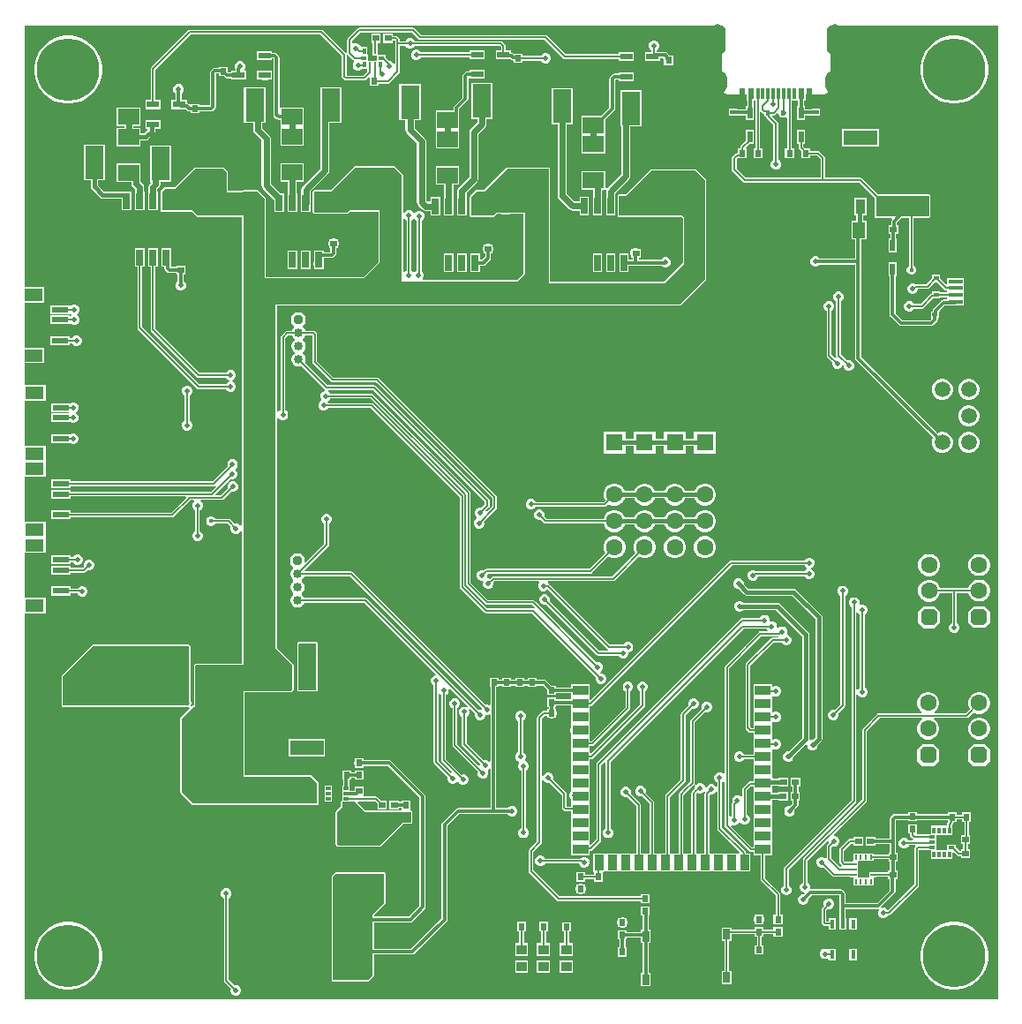
<source format=gbr>
%TF.GenerationSoftware,Altium Limited,Altium Designer,21.7.2 (23)*%
G04 Layer_Physical_Order=1*
G04 Layer_Color=255*
%FSLAX24Y24*%
%MOIN*%
%TF.SameCoordinates,F115D885-3665-466D-A638-D1939FCD3409*%
%TF.FilePolarity,Positive*%
%TF.FileFunction,Copper,L1,Top,Signal*%
%TF.Part,Single*%
G01*
G75*
%TA.AperFunction,SMDPad,CuDef*%
%ADD10R,0.0250X0.0236*%
%ADD11R,0.0236X0.0250*%
%ADD12R,0.0472X0.0236*%
%ADD13R,0.0787X0.0600*%
%TA.AperFunction,BGAPad,CuDef*%
%ADD14R,0.0354X0.0354*%
%TA.AperFunction,SMDPad,CuDef*%
%ADD15R,0.0591X0.0354*%
%ADD16R,0.0354X0.0591*%
%ADD17R,0.0472X0.0256*%
%ADD18R,0.1181X0.1575*%
%ADD19R,0.0394X0.0380*%
%TA.AperFunction,ConnectorPad*%
%ADD20R,0.0630X0.0236*%
%ADD21R,0.0709X0.0472*%
%TA.AperFunction,SMDPad,CuDef*%
%ADD22R,0.0118X0.0226*%
%ADD23R,0.0098X0.0226*%
%ADD24R,0.0248X0.0138*%
%ADD25R,0.0709X0.1260*%
%ADD26R,0.1339X0.1067*%
%ADD27R,0.0256X0.0600*%
%ADD28R,0.0118X0.0433*%
%ADD29R,0.0236X0.0433*%
%ADD30R,0.0177X0.0335*%
%ADD31R,0.0984X0.0630*%
%ADD32R,0.0098X0.0187*%
%ADD33R,0.0187X0.0098*%
%ADD34R,0.0236X0.0118*%
%ADD35R,0.0118X0.0236*%
%ADD36R,0.0600X0.0787*%
%ADD37R,0.0187X0.0118*%
%ADD38R,0.1378X0.0906*%
%ADD39R,0.1260X0.0709*%
%ADD40R,0.0374X0.0571*%
%ADD41R,0.1280X0.0571*%
%ADD42R,0.0591X0.0450*%
%ADD43R,0.0189X0.0157*%
%ADD44R,0.0197X0.0423*%
%ADD45R,0.0543X0.0177*%
%ADD46R,0.0610X0.0561*%
%ADD47R,0.0512X0.0650*%
%ADD48R,0.0748X0.0709*%
%ADD49R,0.0748X0.0394*%
%ADD50R,0.0256X0.0413*%
%TA.AperFunction,ConnectorPad*%
%ADD51R,0.0256X0.0413*%
%TA.AperFunction,SMDPad,CuDef*%
%ADD52R,0.0157X0.0189*%
%ADD53R,0.0450X0.0591*%
%ADD54R,0.0380X0.0394*%
%TA.AperFunction,Conductor*%
%ADD55C,0.0079*%
%ADD56C,0.0118*%
%ADD57C,0.0157*%
%ADD58C,0.0236*%
%TA.AperFunction,ComponentPad*%
%ADD59C,0.0591*%
%ADD60C,0.0630*%
%ADD61R,0.0630X0.0630*%
%ADD62C,0.0433*%
%ADD63R,0.0433X0.0433*%
%ADD64O,0.0630X0.1181*%
%ADD65O,0.0748X0.0898*%
G04:AMPARAMS|DCode=66|XSize=33.5mil|YSize=33.5mil|CornerRadius=0mil|HoleSize=0mil|Usage=FLASHONLY|Rotation=270.000|XOffset=0mil|YOffset=0mil|HoleType=Round|Shape=Octagon|*
%AMOCTAGOND66*
4,1,8,-0.0084,-0.0167,0.0084,-0.0167,0.0167,-0.0084,0.0167,0.0084,0.0084,0.0167,-0.0084,0.0167,-0.0167,0.0084,-0.0167,-0.0084,-0.0084,-0.0167,0.0*
%
%ADD66OCTAGOND66*%

%ADD67C,0.0335*%
G04:AMPARAMS|DCode=68|XSize=63mil|YSize=63mil|CornerRadius=0mil|HoleSize=0mil|Usage=FLASHONLY|Rotation=90.000|XOffset=0mil|YOffset=0mil|HoleType=Round|Shape=Octagon|*
%AMOCTAGOND68*
4,1,8,0.0157,0.0315,-0.0157,0.0315,-0.0315,0.0157,-0.0315,-0.0157,-0.0157,-0.0315,0.0157,-0.0315,0.0315,-0.0157,0.0315,0.0157,0.0157,0.0315,0.0*
%
%ADD68OCTAGOND68*%

%TA.AperFunction,ViaPad*%
%ADD69C,0.2362*%
%TA.AperFunction,ComponentPad*%
%ADD70R,0.0433X0.0433*%
%TA.AperFunction,ViaPad*%
%ADD71C,0.0197*%
%ADD72C,0.0157*%
%ADD73C,0.0236*%
G36*
X37084Y318D02*
X318D01*
Y7241D01*
X315Y7244D01*
Y14911D01*
X1113D01*
Y15483D01*
X318D01*
Y17194D01*
X1113D01*
Y17767D01*
X1113D01*
Y17785D01*
X1113D01*
Y18357D01*
X318D01*
Y20068D01*
X1113D01*
Y20641D01*
X1113D01*
Y20659D01*
X1113D01*
Y21231D01*
X318D01*
Y22942D01*
X1113D01*
Y23515D01*
X318D01*
Y24359D01*
X1074D01*
Y24932D01*
X318D01*
Y26643D01*
X1074D01*
Y27215D01*
X318D01*
Y37084D01*
X26651D01*
Y34803D01*
X26662Y34721D01*
X26693Y34644D01*
X26744Y34579D01*
X26810Y34528D01*
X26886Y34496D01*
X26969Y34485D01*
X27588D01*
Y34261D01*
X27625D01*
Y34066D01*
X27568D01*
Y33930D01*
X27215D01*
Y33948D01*
X26926D01*
Y33690D01*
X27215D01*
Y33708D01*
X27568D01*
Y33542D01*
X27865D01*
Y34066D01*
X27847D01*
Y34261D01*
X27921D01*
Y32452D01*
X27863D01*
Y32102D01*
X28200D01*
Y32452D01*
X28103D01*
Y33823D01*
X28153Y33844D01*
X28203Y33794D01*
X28233Y33774D01*
X28257Y33769D01*
Y33659D01*
X28328D01*
X28333Y33634D01*
X28353Y33605D01*
X28610Y33348D01*
Y32027D01*
X28588Y32019D01*
X28533Y31963D01*
X28502Y31890D01*
Y31811D01*
X28533Y31738D01*
X28588Y31682D01*
X28661Y31652D01*
X28740D01*
X28813Y31682D01*
X28869Y31738D01*
X28899Y31811D01*
Y31890D01*
X28869Y31963D01*
X28813Y32019D01*
X28792Y32027D01*
Y33386D01*
X28785Y33421D01*
X28765Y33450D01*
X28553Y33662D01*
X28574Y33712D01*
X28615D01*
X28650Y33719D01*
X28680Y33739D01*
X28740Y33799D01*
X28786Y33779D01*
Y33774D01*
X28816Y33701D01*
X28848Y33669D01*
Y33659D01*
X28858D01*
X28872Y33645D01*
X28945Y33615D01*
X29024D01*
X29071Y33634D01*
X29121Y33604D01*
Y32452D01*
X29044D01*
Y32102D01*
X29381D01*
Y32452D01*
X29304D01*
Y34261D01*
X29534D01*
Y34066D01*
X29497D01*
Y33542D01*
X29794D01*
Y33708D01*
X30068D01*
Y33690D01*
X30357D01*
Y33948D01*
X30068D01*
Y33930D01*
X29794D01*
Y34066D01*
X29757D01*
Y34261D01*
X29814D01*
Y34485D01*
X30433D01*
X30515Y34496D01*
X30592Y34528D01*
X30658Y34579D01*
X30708Y34644D01*
X30740Y34721D01*
X30751Y34803D01*
Y37084D01*
X37084D01*
Y318D01*
D02*
G37*
%LPC*%
G36*
X15000Y37020D02*
X12953D01*
X12918Y37013D01*
X12888Y36994D01*
X12534Y36639D01*
X12514Y36610D01*
X12507Y36575D01*
Y36090D01*
X12491Y36079D01*
X12457Y36071D01*
X11607Y36922D01*
X11577Y36941D01*
X11542Y36948D01*
X11508Y36942D01*
X6575D01*
X6540Y36935D01*
X6510Y36915D01*
X5113Y35517D01*
X5093Y35488D01*
X5086Y35453D01*
Y34282D01*
X4891D01*
Y33946D01*
X5463D01*
Y34282D01*
X5268D01*
Y35415D01*
X6613Y36759D01*
X11511D01*
X12310Y35960D01*
Y35164D01*
X12317Y35129D01*
X12337Y35100D01*
X12383Y35054D01*
X12413Y35034D01*
X12448Y35027D01*
X13150D01*
X13184Y35034D01*
X13214Y35054D01*
X13325Y35165D01*
X13375Y35144D01*
X13375Y35129D01*
Y34819D01*
X13711D01*
Y34909D01*
X14055D01*
X14090Y34916D01*
X14120Y34936D01*
X14474Y35290D01*
X14494Y35319D01*
X14501Y35354D01*
Y36326D01*
X14705D01*
X14714Y36305D01*
X14769Y36249D01*
X14842Y36219D01*
X14921D01*
X14994Y36249D01*
X15050Y36305D01*
X15059Y36326D01*
X18269D01*
X18314Y36281D01*
Y36172D01*
X18119D01*
Y35836D01*
X18692D01*
X18693Y35834D01*
X18693Y35834D01*
X18729Y35810D01*
X18729Y35810D01*
X18731Y35810D01*
X18772Y35802D01*
X18808Y35770D01*
Y35685D01*
X19144D01*
Y35769D01*
X19826D01*
X19832Y35754D01*
X19888Y35698D01*
X19961Y35668D01*
X20039D01*
X20112Y35698D01*
X20168Y35754D01*
X20198Y35827D01*
Y35906D01*
X20168Y35979D01*
X20112Y36034D01*
X20039Y36065D01*
X19961D01*
X19888Y36034D01*
X19832Y35979D01*
X19820Y35951D01*
X19144D01*
Y36035D01*
X18808D01*
X18770Y36060D01*
X18728Y36069D01*
X18692Y36100D01*
Y36172D01*
X18497D01*
Y36319D01*
X18490Y36354D01*
X18470Y36383D01*
X18372Y36482D01*
X18342Y36502D01*
X18307Y36508D01*
X15059D01*
X15050Y36530D01*
X14994Y36586D01*
X14921Y36616D01*
X14842D01*
X14769Y36586D01*
X14714Y36530D01*
X14705Y36508D01*
X14501D01*
Y36568D01*
X14494Y36603D01*
X14474Y36632D01*
X14428Y36679D01*
X14398Y36698D01*
X14363Y36705D01*
X14224D01*
Y36782D01*
X13874D01*
Y36446D01*
X14224D01*
Y36523D01*
X14318D01*
Y36417D01*
Y35660D01*
X14268Y35650D01*
X14263Y35664D01*
X14207Y35719D01*
X14134Y35750D01*
X14104D01*
X13977Y35876D01*
Y35985D01*
X13666Y35985D01*
X13662Y35985D01*
X13662Y35990D01*
Y35990D01*
X13662Y35990D01*
Y36281D01*
X13654D01*
Y36446D01*
X13764D01*
Y36782D01*
X13414D01*
Y36446D01*
X13472D01*
Y36281D01*
X13464D01*
Y35954D01*
X13625Y35954D01*
X13629Y35954D01*
X13629Y35949D01*
Y35949D01*
X13629Y35949D01*
Y35778D01*
X13300D01*
Y35985D01*
X13278D01*
Y36281D01*
X13060D01*
X13060Y36281D01*
X13017Y36296D01*
X12995Y36349D01*
X12939Y36405D01*
X12866Y36435D01*
X12787D01*
X12740Y36415D01*
X12690Y36445D01*
Y36537D01*
X12990Y36838D01*
X14962D01*
X15211Y36589D01*
X15241Y36569D01*
X15276Y36562D01*
X19962D01*
X20664Y35861D01*
X20693Y35841D01*
X20728Y35834D01*
X22765D01*
Y35757D01*
X23337D01*
Y36093D01*
X22765D01*
Y36016D01*
X20766D01*
X20064Y36718D01*
X20035Y36738D01*
X20000Y36745D01*
X15313D01*
X15064Y36994D01*
X15035Y37013D01*
X15000Y37020D01*
D02*
G37*
G36*
X15163Y36188D02*
X15084D01*
X15011Y36157D01*
X14955Y36102D01*
X14925Y36029D01*
Y35950D01*
X14955Y35877D01*
X15011Y35821D01*
X15084Y35791D01*
X15163D01*
X15236Y35821D01*
X15291Y35877D01*
X15306Y35913D01*
X17135D01*
Y35836D01*
X17707D01*
Y36172D01*
X17135D01*
Y36095D01*
X15294D01*
X15291Y36102D01*
X15236Y36157D01*
X15163Y36188D01*
D02*
G37*
G36*
X24134Y36537D02*
X24055D01*
X23982Y36507D01*
X23926Y36451D01*
X23896Y36378D01*
Y36299D01*
X23926Y36226D01*
X23982Y36170D01*
X24003Y36162D01*
Y36093D01*
X23749D01*
Y35757D01*
X24322D01*
Y35871D01*
X24440D01*
X24475Y35840D01*
X24478Y35829D01*
Y35606D01*
X24814D01*
Y35956D01*
X24689D01*
X24665Y35991D01*
X24665Y35991D01*
X24596Y36061D01*
X24560Y36085D01*
X24517Y36093D01*
X24517Y36093D01*
X24322D01*
Y36093D01*
X24186D01*
Y36162D01*
X24207Y36170D01*
X24263Y36226D01*
X24293Y36299D01*
Y36378D01*
X24263Y36451D01*
X24207Y36507D01*
X24134Y36537D01*
D02*
G37*
G36*
X17707Y35424D02*
X17135D01*
Y35367D01*
X17038D01*
X17038Y35367D01*
X16995Y35359D01*
X16959Y35335D01*
X16959Y35335D01*
X16890Y35265D01*
X16866Y35229D01*
X16857Y35187D01*
X16857Y35187D01*
Y34377D01*
X16555Y34075D01*
X16531Y34039D01*
X16523Y33996D01*
X16523Y33996D01*
Y33883D01*
X15856D01*
Y33183D01*
X15856D01*
Y33156D01*
X15856D01*
Y32456D01*
X16743D01*
Y33156D01*
X16743D01*
Y33183D01*
X16743D01*
Y33763D01*
X16745Y33774D01*
X16745Y33774D01*
Y33950D01*
X17047Y34252D01*
X17047Y34252D01*
X17071Y34288D01*
X17080Y34331D01*
Y35141D01*
X17084Y35145D01*
X17135D01*
Y35088D01*
X17707D01*
Y35424D01*
D02*
G37*
G36*
X8504Y35750D02*
X8425D01*
X8352Y35719D01*
X8296Y35664D01*
X8266Y35591D01*
Y35512D01*
X8294Y35444D01*
Y35385D01*
X8119D01*
Y35328D01*
X8018D01*
X8003Y35343D01*
Y35536D01*
X7667D01*
Y35505D01*
X7510D01*
X7510Y35505D01*
X7468Y35496D01*
X7432Y35472D01*
X7432Y35472D01*
X7362Y35403D01*
X7338Y35367D01*
X7330Y35325D01*
X7330Y35325D01*
Y34092D01*
X7326Y34088D01*
X6940D01*
Y34145D01*
X6604D01*
Y34137D01*
X6554Y34116D01*
X6536Y34134D01*
X6500Y34158D01*
X6457Y34166D01*
X6448Y34215D01*
Y34282D01*
X6253D01*
Y34516D01*
X6254Y34517D01*
X6310Y34573D01*
X6340Y34646D01*
Y34725D01*
X6310Y34797D01*
X6254Y34853D01*
X6181Y34883D01*
X6102D01*
X6029Y34853D01*
X5974Y34797D01*
X5943Y34725D01*
Y34646D01*
X5974Y34573D01*
X6029Y34517D01*
X6031Y34516D01*
Y34282D01*
X5875D01*
Y33946D01*
X6210D01*
X6220Y33944D01*
X6411D01*
X6457Y33898D01*
X6493Y33874D01*
X6535Y33866D01*
X6604D01*
Y33795D01*
X6940D01*
Y33865D01*
X7372D01*
X7372Y33865D01*
X7414Y33874D01*
X7450Y33898D01*
X7520Y33967D01*
X7520Y33967D01*
X7544Y34003D01*
X7552Y34046D01*
X7552Y34046D01*
Y35278D01*
X7556Y35283D01*
X7667D01*
Y35186D01*
X7846D01*
X7893Y35138D01*
X7893Y35138D01*
X7929Y35114D01*
X7972Y35105D01*
X8119D01*
Y35048D01*
X8692D01*
Y35385D01*
X8644D01*
X8625Y35431D01*
X8633Y35439D01*
X8663Y35512D01*
Y35591D01*
X8633Y35664D01*
X8577Y35719D01*
X8504Y35750D01*
D02*
G37*
G36*
X23337Y35345D02*
X22765D01*
Y35288D01*
X22609D01*
X22609Y35288D01*
X22566Y35280D01*
X22530Y35256D01*
X22441Y35167D01*
X22417Y35131D01*
X22408Y35088D01*
X22408Y35088D01*
Y34007D01*
X22097Y33696D01*
X21367D01*
Y32996D01*
X21367D01*
Y32970D01*
X21367D01*
Y32270D01*
X22255D01*
Y32970D01*
X22255D01*
Y32996D01*
X22255D01*
Y33539D01*
X22598Y33883D01*
X22598Y33883D01*
X22622Y33919D01*
X22631Y33961D01*
X22631Y33961D01*
Y35042D01*
X22655Y35066D01*
X22765D01*
Y35009D01*
X23337D01*
Y35345D01*
D02*
G37*
G36*
X9676Y35385D02*
X9104D01*
Y35048D01*
X9305D01*
X9308Y35045D01*
X9374Y35018D01*
X9445D01*
X9511Y35045D01*
X9514Y35048D01*
X9676D01*
Y35385D01*
D02*
G37*
G36*
X35534Y36714D02*
X35332D01*
X35133Y36683D01*
X34941Y36620D01*
X34762Y36529D01*
X34598Y36410D01*
X34456Y36268D01*
X34337Y36105D01*
X34246Y35925D01*
X34184Y35733D01*
X34152Y35534D01*
Y35332D01*
X34184Y35133D01*
X34246Y34941D01*
X34337Y34762D01*
X34456Y34598D01*
X34598Y34456D01*
X34762Y34337D01*
X34941Y34246D01*
X35133Y34184D01*
X35332Y34152D01*
X35534D01*
X35733Y34184D01*
X35925Y34246D01*
X36105Y34337D01*
X36268Y34456D01*
X36410Y34598D01*
X36529Y34762D01*
X36620Y34941D01*
X36683Y35133D01*
X36714Y35332D01*
Y35534D01*
X36683Y35733D01*
X36620Y35925D01*
X36529Y36105D01*
X36410Y36268D01*
X36268Y36410D01*
X36105Y36529D01*
X35925Y36620D01*
X35733Y36683D01*
X35534Y36714D01*
D02*
G37*
G36*
X2069D02*
X1868D01*
X1669Y36683D01*
X1477Y36620D01*
X1297Y36529D01*
X1134Y36410D01*
X991Y36268D01*
X873Y36105D01*
X781Y35925D01*
X719Y35733D01*
X687Y35534D01*
Y35332D01*
X719Y35133D01*
X781Y34941D01*
X873Y34762D01*
X991Y34598D01*
X1134Y34456D01*
X1297Y34337D01*
X1477Y34246D01*
X1669Y34184D01*
X1868Y34152D01*
X2069D01*
X2269Y34184D01*
X2460Y34246D01*
X2640Y34337D01*
X2803Y34456D01*
X2946Y34598D01*
X3064Y34762D01*
X3156Y34941D01*
X3218Y35133D01*
X3250Y35332D01*
Y35534D01*
X3218Y35733D01*
X3156Y35925D01*
X3064Y36105D01*
X2946Y36268D01*
X2803Y36410D01*
X2640Y36529D01*
X2460Y36620D01*
X2269Y36683D01*
X2069Y36714D01*
D02*
G37*
G36*
X9676Y36133D02*
X9104D01*
Y35796D01*
X9676D01*
Y35853D01*
X9727D01*
X9731Y35849D01*
Y33720D01*
X9731Y33720D01*
X9740Y33677D01*
X9764Y33641D01*
X9833Y33572D01*
X9833Y33572D01*
X9869Y33548D01*
X9912Y33540D01*
X9912Y33540D01*
X9989D01*
Y33301D01*
X9989D01*
Y33263D01*
X9989D01*
Y32563D01*
X10877D01*
Y33263D01*
X10877D01*
Y33301D01*
X10877D01*
Y34001D01*
X9989D01*
X9954Y34035D01*
Y35895D01*
X9954Y35895D01*
X9945Y35938D01*
X9921Y35974D01*
X9921Y35974D01*
X9852Y36043D01*
X9816Y36067D01*
X9773Y36076D01*
X9773Y36076D01*
X9676D01*
Y36133D01*
D02*
G37*
G36*
X4696Y34001D02*
X3808D01*
Y33301D01*
X4081D01*
Y33245D01*
X3808D01*
Y32545D01*
X4696D01*
Y32764D01*
X4903D01*
X4954Y32774D01*
X4996Y32803D01*
X5211Y33017D01*
X5239Y33060D01*
X5249Y33110D01*
Y33198D01*
X5463D01*
Y33534D01*
X4891D01*
Y33198D01*
X4950D01*
X4970Y33148D01*
X4849Y33027D01*
X4696D01*
Y33245D01*
X4423D01*
Y33301D01*
X4696D01*
Y34001D01*
D02*
G37*
G36*
X32580Y33209D02*
X31200D01*
Y32539D01*
X32580D01*
Y33209D01*
D02*
G37*
G36*
X29794Y33151D02*
X29497D01*
Y32627D01*
X29555D01*
Y32481D01*
X29561Y32446D01*
X29581Y32417D01*
X29674Y32323D01*
Y32102D01*
X30011D01*
Y32186D01*
X30244D01*
X30381Y32049D01*
Y31351D01*
X27557D01*
X27217Y31691D01*
Y32049D01*
X27239Y32070D01*
X27273Y32102D01*
Y32102D01*
X27273Y32102D01*
X27609D01*
Y32452D01*
X27593D01*
X27572Y32502D01*
X27697Y32627D01*
X27865D01*
Y33151D01*
X27568D01*
Y32756D01*
X27377Y32565D01*
X27357Y32535D01*
X27350Y32500D01*
Y32452D01*
X27273D01*
Y32304D01*
X27252D01*
X27218Y32297D01*
X27188Y32278D01*
X27062Y32151D01*
X27042Y32121D01*
X27035Y32087D01*
Y31654D01*
X27042Y31619D01*
X27062Y31589D01*
X27455Y31195D01*
X27485Y31176D01*
X27520Y31169D01*
X31868D01*
X32426Y30610D01*
Y29882D01*
X32442Y29844D01*
X32480Y29828D01*
X33067D01*
X33072Y29817D01*
X33082Y29778D01*
X33061Y29747D01*
X33053Y29705D01*
X33053Y29705D01*
Y29578D01*
X32968D01*
Y29241D01*
X33016D01*
Y29066D01*
X32962D01*
Y28542D01*
X33259D01*
Y29066D01*
X33238D01*
Y29241D01*
X33318D01*
Y29578D01*
X33275D01*
Y29659D01*
X33444Y29828D01*
X33728D01*
Y28030D01*
X33717Y28026D01*
X33667Y27975D01*
X33640Y27910D01*
Y27838D01*
X33667Y27773D01*
X33717Y27722D01*
X33783Y27695D01*
X33855D01*
X33920Y27722D01*
X33971Y27773D01*
X33998Y27838D01*
Y27910D01*
X33971Y27975D01*
X33920Y28026D01*
X33910Y28030D01*
Y29828D01*
X34449D01*
X34449Y29828D01*
X34487Y29844D01*
X34487Y29844D01*
X34526Y29883D01*
X34542Y29921D01*
X34542Y29921D01*
Y30669D01*
X34526Y30708D01*
X34488Y30723D01*
X32571D01*
X31970Y31324D01*
X31940Y31344D01*
X31906Y31351D01*
X30564D01*
Y32087D01*
X30557Y32121D01*
X30537Y32151D01*
X30346Y32342D01*
X30317Y32361D01*
X30282Y32368D01*
X30011D01*
Y32452D01*
X29803D01*
X29737Y32519D01*
Y32627D01*
X29794D01*
Y33151D01*
D02*
G37*
G36*
X23633Y34656D02*
X22824D01*
Y33296D01*
X22860D01*
Y31488D01*
X22338Y30966D01*
X22331Y30956D01*
X22265Y30947D01*
X22255Y30955D01*
X22255Y30958D01*
Y31610D01*
X21367D01*
Y30910D01*
X21788D01*
Y30633D01*
X21781D01*
Y29932D01*
X22137D01*
Y30633D01*
X22130D01*
Y30874D01*
X22166Y30910D01*
X22231Y30910D01*
D01*
X22250Y30910D01*
X22287Y30894D01*
X22293Y30871D01*
X22293Y30871D01*
X22288Y30845D01*
X22288Y30823D01*
Y30633D01*
X22281D01*
Y29932D01*
X22637D01*
Y30633D01*
X22630D01*
Y30774D01*
X23153Y31296D01*
X23190Y31352D01*
X23203Y31417D01*
Y33296D01*
X23633D01*
Y34656D01*
D02*
G37*
G36*
X5877Y32570D02*
X5068D01*
Y31210D01*
X5072D01*
X5091Y31160D01*
X5050Y31119D01*
X5013Y31064D01*
X5000Y30998D01*
Y30827D01*
X4993D01*
Y30127D01*
X5349D01*
Y30827D01*
X5343D01*
Y30927D01*
X5396Y30981D01*
X5434Y31036D01*
X5447Y31102D01*
Y31210D01*
X5877D01*
Y32570D01*
D02*
G37*
G36*
X4696Y31885D02*
X3808D01*
Y31185D01*
X4356D01*
Y31142D01*
X4369Y31076D01*
X4406Y31021D01*
X4500Y30927D01*
Y30827D01*
X4493D01*
Y30127D01*
X4849D01*
Y30827D01*
X4843D01*
Y30998D01*
X4830Y31064D01*
X4792Y31119D01*
X4699Y31213D01*
Y31354D01*
X4696Y31370D01*
Y31885D01*
D02*
G37*
G36*
X3357Y32609D02*
X2548D01*
Y31249D01*
X2821D01*
Y31024D01*
X2831Y30973D01*
X2860Y30931D01*
X3185Y30606D01*
X3228Y30577D01*
X3278Y30567D01*
X3993D01*
Y30127D01*
X4349D01*
Y30827D01*
X4135D01*
X4122Y30830D01*
X3332D01*
X3084Y31078D01*
Y31249D01*
X3357D01*
Y32609D01*
D02*
G37*
G36*
X12294Y34774D02*
X11485D01*
Y34111D01*
X11482Y34094D01*
Y31685D01*
X10828Y31031D01*
X10790Y30975D01*
X10777Y30909D01*
Y30749D01*
X10761D01*
Y30048D01*
X11117D01*
Y30392D01*
X11120Y30408D01*
Y30838D01*
X11775Y31493D01*
X11812Y31549D01*
X11825Y31614D01*
Y33415D01*
X12294D01*
Y34774D01*
D02*
G37*
G36*
X10877Y31903D02*
X9989D01*
Y31203D01*
X10268D01*
Y30749D01*
X10261D01*
Y30048D01*
X10617D01*
Y30749D01*
X10610D01*
Y31203D01*
X10877D01*
Y31903D01*
D02*
G37*
G36*
X9420Y34774D02*
X8611D01*
Y33415D01*
X8962D01*
Y33150D01*
X8975Y33084D01*
X9013Y33028D01*
X9277Y32764D01*
Y31061D01*
X9290Y30995D01*
X9328Y30940D01*
X9761Y30506D01*
Y30048D01*
X10117D01*
Y30749D01*
X10003D01*
X9620Y31132D01*
Y32835D01*
X9607Y32900D01*
X9570Y32956D01*
X9305Y33221D01*
Y33415D01*
X9420D01*
Y34774D01*
D02*
G37*
G36*
X21034Y34735D02*
X20226D01*
Y33375D01*
X20459D01*
Y30669D01*
X20472Y30604D01*
X20509Y30548D01*
X20895Y30161D01*
X20951Y30124D01*
X21017Y30111D01*
X21281D01*
Y29932D01*
X21637D01*
Y30633D01*
X21281D01*
Y30454D01*
X21088D01*
X20801Y30740D01*
Y33375D01*
X21034D01*
Y34735D01*
D02*
G37*
G36*
X18003Y34932D02*
X17194D01*
Y33572D01*
X17427D01*
Y33457D01*
X17162Y33192D01*
X17125Y33136D01*
X17112Y33071D01*
Y31370D01*
X16723Y30981D01*
X16686Y30926D01*
X16673Y30860D01*
Y30631D01*
X16667D01*
Y29930D01*
X17022D01*
Y30631D01*
X17016D01*
Y30789D01*
X17405Y31178D01*
X17442Y31234D01*
X17455Y31299D01*
Y33000D01*
X17720Y33265D01*
X17757Y33320D01*
X17770Y33386D01*
Y33572D01*
X18003D01*
Y34932D01*
D02*
G37*
G36*
X16743Y31796D02*
X15856D01*
Y31096D01*
X16173D01*
Y30631D01*
X16167D01*
Y29930D01*
X16522D01*
Y30631D01*
X16516D01*
Y31096D01*
X16743D01*
Y31796D01*
D02*
G37*
G36*
X15286Y34893D02*
X14478D01*
Y33533D01*
X14710D01*
Y33150D01*
X14724Y33084D01*
X14761Y33028D01*
X15144Y32646D01*
Y30419D01*
X15157Y30353D01*
X15194Y30297D01*
X15332Y30159D01*
X15388Y30122D01*
X15453Y30109D01*
X15667D01*
Y29930D01*
X16022D01*
Y30631D01*
X15667D01*
Y30452D01*
X15524D01*
X15486Y30490D01*
Y32717D01*
X15473Y32782D01*
X15436Y32838D01*
X15053Y33221D01*
Y33533D01*
X15286D01*
Y34893D01*
D02*
G37*
G36*
X12034Y29057D02*
X11955D01*
X11882Y29026D01*
X11882Y29026D01*
X11819D01*
Y28954D01*
X11796Y28898D01*
Y28819D01*
X11819Y28762D01*
Y28690D01*
X11877D01*
Y28540D01*
X11873Y28536D01*
X11617D01*
Y28613D01*
X11261D01*
Y28204D01*
X11239Y28150D01*
Y28071D01*
X11261Y28017D01*
Y27913D01*
X11395D01*
X11398Y27912D01*
X11476D01*
X11479Y27913D01*
X11617D01*
Y28026D01*
X11635Y28071D01*
Y28150D01*
X11617Y28194D01*
Y28314D01*
X11919D01*
X11919Y28314D01*
X11962Y28322D01*
X11998Y28347D01*
X12067Y28416D01*
X12067Y28416D01*
X12091Y28452D01*
X12099Y28494D01*
X12099Y28494D01*
Y28687D01*
X12107Y28690D01*
X12107Y28690D01*
X12169D01*
Y28762D01*
X12193Y28819D01*
Y28898D01*
X12169Y28954D01*
Y29026D01*
X12107D01*
X12107Y29026D01*
X12034Y29057D01*
D02*
G37*
G36*
X32127Y30611D02*
X31653D01*
Y29940D01*
X31732D01*
Y29715D01*
X31562D01*
Y29025D01*
X31700D01*
Y28300D01*
X30366D01*
X30365Y28301D01*
X30309Y28357D01*
X30236Y28387D01*
X30157D01*
X30084Y28357D01*
X30029Y28301D01*
X29998Y28228D01*
Y28150D01*
X30029Y28077D01*
X30084Y28021D01*
X30157Y27991D01*
X30236D01*
X30309Y28021D01*
X30365Y28077D01*
X30366Y28078D01*
X31700D01*
Y24535D01*
X31700Y24535D01*
X31708Y24493D01*
X31732Y24457D01*
X34637Y21552D01*
X34616Y21515D01*
X34589Y21414D01*
Y21310D01*
X34616Y21210D01*
X34668Y21119D01*
X34742Y21046D01*
X34832Y20994D01*
X34932Y20967D01*
X35036D01*
X35137Y20994D01*
X35227Y21046D01*
X35301Y21119D01*
X35353Y21210D01*
X35380Y21310D01*
Y21414D01*
X35353Y21515D01*
X35301Y21605D01*
X35227Y21679D01*
X35137Y21731D01*
X35036Y21757D01*
X34932D01*
X34832Y21731D01*
X34795Y21709D01*
X31922Y24581D01*
Y28150D01*
X31922Y28150D01*
X31922Y28150D01*
Y29025D01*
X32112D01*
Y29715D01*
X31994D01*
Y29940D01*
X32127D01*
Y30611D01*
D02*
G37*
G36*
X23445Y28702D02*
X23366D01*
X23293Y28672D01*
X23293Y28672D01*
X23237D01*
Y28615D01*
X23207Y28543D01*
Y28464D01*
X23237Y28393D01*
Y28336D01*
X23293D01*
X23293Y28336D01*
X23294Y28335D01*
Y28258D01*
X23137D01*
Y28497D01*
X22781D01*
Y27797D01*
X23137D01*
Y28036D01*
X24361D01*
X24415Y27981D01*
X24488Y27951D01*
X24567D01*
X24640Y27981D01*
X24696Y28037D01*
X24726Y28110D01*
Y28189D01*
X24696Y28262D01*
X24640Y28318D01*
X24567Y28348D01*
X24488D01*
X24415Y28318D01*
X24359Y28262D01*
X24358Y28258D01*
X23517D01*
Y28335D01*
X23518Y28336D01*
X23518Y28336D01*
X23587D01*
Y28423D01*
X23604Y28464D01*
Y28543D01*
X23587Y28585D01*
Y28672D01*
X23518D01*
X23518Y28672D01*
X23445Y28702D01*
D02*
G37*
G36*
X17867Y28860D02*
X17788D01*
X17715Y28830D01*
X17715Y28830D01*
X17652D01*
Y28757D01*
X17629Y28701D01*
Y28622D01*
X17652Y28565D01*
Y28493D01*
X17715D01*
X17715Y28493D01*
X17716Y28493D01*
Y28366D01*
X17607Y28256D01*
X17522D01*
Y28495D01*
X17167D01*
Y27795D01*
X17522D01*
Y28034D01*
X17653D01*
X17653Y28034D01*
X17695Y28042D01*
X17731Y28066D01*
X17906Y28241D01*
X17930Y28277D01*
X17939Y28320D01*
Y28493D01*
X17940Y28493D01*
X17940Y28493D01*
X18002D01*
Y28565D01*
X18026Y28622D01*
Y28701D01*
X18002Y28757D01*
Y28830D01*
X17940D01*
X17940Y28830D01*
X17867Y28860D01*
D02*
G37*
G36*
X11117Y28613D02*
X10761D01*
Y28301D01*
X10760Y28299D01*
Y28227D01*
X10761Y28225D01*
Y27913D01*
X11117D01*
Y28225D01*
X11118Y28227D01*
Y28299D01*
X11117Y28301D01*
Y28613D01*
D02*
G37*
G36*
X10617D02*
X10261D01*
Y28301D01*
X10260Y28299D01*
Y28227D01*
X10261Y28225D01*
Y27913D01*
X10617D01*
Y28225D01*
X10618Y28227D01*
Y28299D01*
X10617Y28301D01*
Y28613D01*
D02*
G37*
G36*
X22637Y28497D02*
X22281D01*
Y28186D01*
X22280Y28183D01*
Y28111D01*
X22281Y28109D01*
Y27797D01*
X22637D01*
Y28109D01*
X22638Y28111D01*
Y28183D01*
X22637Y28186D01*
Y28497D01*
D02*
G37*
G36*
X22137D02*
X21781D01*
Y28186D01*
X21780Y28183D01*
Y28111D01*
X21781Y28109D01*
Y27797D01*
X22137D01*
Y28109D01*
X22138Y28111D01*
Y28183D01*
X22137Y28186D01*
Y28497D01*
D02*
G37*
G36*
X17022Y28495D02*
X16667D01*
Y28183D01*
X16665Y28181D01*
Y28109D01*
X16667Y28106D01*
Y27795D01*
X17022D01*
Y28106D01*
X17024Y28109D01*
Y28181D01*
X17022Y28183D01*
Y28495D01*
D02*
G37*
G36*
X16522D02*
X16167D01*
Y28183D01*
X16165Y28181D01*
Y28109D01*
X16167Y28106D01*
Y27795D01*
X16522D01*
Y28106D01*
X16524Y28109D01*
Y28181D01*
X16522Y28183D01*
Y28495D01*
D02*
G37*
G36*
X14291Y31786D02*
X14291Y31786D01*
X12815D01*
X12777Y31771D01*
X12777Y31771D01*
X11887Y30881D01*
X11262D01*
X11224Y30865D01*
X11208Y30827D01*
Y30057D01*
X11224Y30018D01*
X11224Y30018D01*
X11241Y30001D01*
X11280Y29985D01*
X11280Y29985D01*
X12500D01*
X12538Y30001D01*
X12538Y30001D01*
X12601Y30064D01*
X13051D01*
X13686Y30064D01*
Y28172D01*
X13127Y27613D01*
X9444D01*
Y30571D01*
X9428Y30609D01*
X9428Y30609D01*
X9172Y30865D01*
X9172Y30865D01*
X9171Y30866D01*
X9153Y30873D01*
X9134Y30881D01*
X9133Y30881D01*
X9133Y30881D01*
X8043Y30863D01*
X8007Y30898D01*
Y31575D01*
X8007Y31575D01*
X7991Y31613D01*
X7991Y31613D01*
X7873Y31731D01*
X7835Y31747D01*
X7835Y31747D01*
X6772D01*
X6772Y31747D01*
X6733Y31731D01*
X6733Y31731D01*
X6001Y30999D01*
X5630D01*
X5630Y30999D01*
X5592Y30983D01*
X5592Y30983D01*
X5474Y30865D01*
X5458Y30827D01*
X5458Y30827D01*
Y30118D01*
X5474Y30080D01*
X5512Y30064D01*
X6631D01*
X6812Y29883D01*
X6850Y29867D01*
X6850Y29867D01*
X8529D01*
Y18225D01*
X8479Y18215D01*
X8475Y18223D01*
X8419Y18278D01*
X8347Y18309D01*
X8268D01*
X8246Y18300D01*
X8096Y18450D01*
X8066Y18470D01*
X8031Y18477D01*
X7518D01*
X7514Y18487D01*
X7464Y18538D01*
X7398Y18565D01*
X7327D01*
X7261Y18538D01*
X7210Y18487D01*
X7183Y18421D01*
Y18350D01*
X7210Y18284D01*
X7261Y18234D01*
X7327Y18207D01*
X7398D01*
X7464Y18234D01*
X7514Y18284D01*
X7518Y18295D01*
X7994D01*
X8117Y18171D01*
X8109Y18150D01*
Y18071D01*
X8139Y17998D01*
X8195Y17942D01*
X8268Y17912D01*
X8347D01*
X8419Y17942D01*
X8475Y17998D01*
X8479Y18006D01*
X8529Y17996D01*
Y13007D01*
X6811D01*
X6811Y13007D01*
X6773Y12991D01*
X6773Y12991D01*
X6733Y12952D01*
X6718Y12913D01*
X6718Y12913D01*
Y11473D01*
X6693Y11432D01*
X6655Y11416D01*
X6635Y11397D01*
X6601Y11412D01*
X6590Y11422D01*
Y11474D01*
X6613Y11497D01*
X6626Y11528D01*
X6629Y11535D01*
X6613Y11574D01*
X6613Y11574D01*
X6590Y11597D01*
Y13465D01*
X6590Y13465D01*
Y13661D01*
X6574Y13700D01*
X6535Y13716D01*
X2913D01*
X2913Y13716D01*
X2875Y13700D01*
X1733Y12558D01*
X1718Y12520D01*
X1718Y12520D01*
Y11417D01*
X1733Y11379D01*
X1772Y11363D01*
X6531D01*
X6541Y11351D01*
X6556Y11318D01*
X6222Y10983D01*
X6206Y10945D01*
X6206Y10945D01*
Y8150D01*
X6206Y8150D01*
X6222Y8111D01*
X6655Y7678D01*
X6693Y7662D01*
X6693Y7662D01*
X11378D01*
X11416Y7678D01*
X11432Y7717D01*
Y8504D01*
X11416Y8542D01*
X11416Y8542D01*
X11180Y8778D01*
X11142Y8794D01*
X11142Y8794D01*
X8637D01*
Y11914D01*
X10354D01*
X10393Y11930D01*
X10393Y11930D01*
X10471Y12009D01*
X10487Y12047D01*
X10487Y12047D01*
Y12953D01*
X10487Y12953D01*
X10471Y12991D01*
X10471Y12991D01*
X9857Y13605D01*
Y22287D01*
X9907Y22297D01*
X9911Y22289D01*
X9966Y22233D01*
X10039Y22203D01*
X10118D01*
X10191Y22233D01*
X10247Y22289D01*
X10277Y22362D01*
Y22441D01*
X10247Y22514D01*
X10191Y22570D01*
X10170Y22579D01*
Y25286D01*
X10281Y25397D01*
X10417D01*
X10420Y25385D01*
X10455Y25324D01*
X10505Y25274D01*
X10518Y25267D01*
Y25209D01*
X10505Y25202D01*
X10455Y25152D01*
X10420Y25091D01*
X10402Y25023D01*
Y24953D01*
X10420Y24885D01*
X10455Y24824D01*
X10505Y24774D01*
X10518Y24767D01*
Y24709D01*
X10505Y24702D01*
X10455Y24652D01*
X10420Y24591D01*
X10402Y24523D01*
Y24453D01*
X10420Y24385D01*
X10455Y24324D01*
X10505Y24274D01*
X10566Y24239D01*
X10634Y24221D01*
X10704D01*
X10772Y24239D01*
X10783Y24245D01*
X11668Y23361D01*
X11671Y23359D01*
X11656Y23309D01*
X11653D01*
X11581Y23278D01*
X11525Y23223D01*
X11494Y23150D01*
Y23071D01*
X11525Y22998D01*
X11538Y22984D01*
X11529Y22935D01*
X11502Y22924D01*
X11446Y22868D01*
X11416Y22795D01*
Y22716D01*
X11446Y22644D01*
X11502Y22588D01*
X11575Y22557D01*
X11654D01*
X11727Y22588D01*
X11782Y22644D01*
X11791Y22665D01*
X13387D01*
X16759Y19293D01*
Y15906D01*
X16766Y15871D01*
X16786Y15841D01*
X17691Y14936D01*
X17721Y14916D01*
X17756Y14909D01*
X19490D01*
X21897Y12502D01*
X21888Y12480D01*
Y12401D01*
X21918Y12329D01*
X21974Y12273D01*
X22047Y12243D01*
X22126D01*
X22199Y12273D01*
X22255Y12329D01*
X22285Y12401D01*
Y12480D01*
X22255Y12553D01*
X22199Y12609D01*
X22126Y12639D01*
X22076D01*
X22068Y12649D01*
X22082Y12708D01*
X22085Y12710D01*
X22141Y12766D01*
X22171Y12839D01*
Y12917D01*
X22141Y12990D01*
X22085Y13046D01*
X22012Y13076D01*
X21933D01*
X21912Y13068D01*
X19600Y15379D01*
X19570Y15399D01*
X19536Y15406D01*
X17833D01*
X17178Y16061D01*
Y19449D01*
X17171Y19484D01*
X17151Y19513D01*
X13490Y23175D01*
X13460Y23194D01*
X13425Y23201D01*
X11870D01*
X11861Y23223D01*
X11805Y23278D01*
X11792Y23284D01*
X11802Y23334D01*
X13506D01*
X17704Y19135D01*
Y19014D01*
X17580Y18890D01*
X17559Y18899D01*
X17480D01*
X17407Y18869D01*
X17351Y18813D01*
X17321Y18740D01*
Y18661D01*
X17351Y18588D01*
X17398Y18542D01*
X17397Y18501D01*
X17391Y18485D01*
X17368Y18475D01*
X17312Y18419D01*
X17282Y18347D01*
Y18268D01*
X17312Y18195D01*
X17368Y18139D01*
X17441Y18109D01*
X17520D01*
X17593Y18139D01*
X17649Y18195D01*
X17679Y18268D01*
Y18347D01*
X17670Y18368D01*
X18135Y18833D01*
X18155Y18863D01*
X18162Y18898D01*
Y19291D01*
X18155Y19326D01*
X18135Y19356D01*
X13706Y23785D01*
X13677Y23805D01*
X13642Y23812D01*
X11987D01*
X11375Y24424D01*
Y25442D01*
X11368Y25477D01*
X11348Y25506D01*
X11302Y25553D01*
X11272Y25572D01*
X11237Y25579D01*
X10922D01*
X10918Y25591D01*
X10883Y25652D01*
X10844Y25691D01*
X10837Y25736D01*
X10839Y25757D01*
X10937Y25855D01*
Y26122D01*
X10803Y26256D01*
X10536D01*
X10402Y26122D01*
Y25855D01*
X10500Y25757D01*
X10502Y25736D01*
X10494Y25691D01*
X10455Y25652D01*
X10420Y25591D01*
X10417Y25579D01*
X10243D01*
X10208Y25572D01*
X10179Y25553D01*
X10014Y25388D01*
X9995Y25359D01*
X9988Y25324D01*
Y22579D01*
X9966Y22570D01*
X9911Y22514D01*
X9907Y22506D01*
X9857Y22516D01*
Y26521D01*
X25079D01*
X25079Y26521D01*
X25117Y26537D01*
X26062Y27481D01*
X26078Y27520D01*
X26078Y27520D01*
Y31260D01*
X26062Y31298D01*
X25708Y31652D01*
X25669Y31668D01*
X25669Y31668D01*
X23996D01*
X23996Y31668D01*
X23958Y31652D01*
X23029Y30723D01*
X22776D01*
X22737Y30708D01*
X22721Y30669D01*
Y29921D01*
X22737Y29883D01*
X22776Y29867D01*
X25155D01*
X25182Y29840D01*
X25182Y28133D01*
X24466Y27416D01*
X20172D01*
Y31693D01*
X20156Y31731D01*
X20118Y31747D01*
X18563D01*
X18563Y31747D01*
X18525Y31731D01*
X18525Y31731D01*
X17674Y30881D01*
X17382D01*
X17382Y30881D01*
X17344Y30865D01*
X17147Y30668D01*
X17131Y30630D01*
X17131Y30630D01*
Y29921D01*
X17147Y29883D01*
X17185Y29867D01*
X18012D01*
X18012Y29867D01*
X18050Y29883D01*
X18050Y29883D01*
X18152Y29985D01*
X18316D01*
Y29976D01*
X18652D01*
Y29985D01*
X19158D01*
Y27739D01*
X18915Y27495D01*
X15384D01*
X15365Y27541D01*
X15368Y27544D01*
X15398Y27617D01*
Y27696D01*
X15368Y27769D01*
X15320Y27817D01*
Y29733D01*
X15341Y29742D01*
X15397Y29798D01*
X15427Y29870D01*
Y29949D01*
X15397Y30022D01*
X15341Y30078D01*
X15269Y30108D01*
X15190D01*
X15117Y30078D01*
X15067Y30028D01*
X15013Y30028D01*
X15011Y30034D01*
X14955Y30089D01*
X14882Y30120D01*
X14803D01*
X14730Y30089D01*
X14674Y30034D01*
X14671Y30026D01*
X14621Y30036D01*
Y31457D01*
X14621Y31457D01*
X14605Y31495D01*
X14605Y31495D01*
X14330Y31771D01*
X14291Y31786D01*
D02*
G37*
G36*
X5849Y28692D02*
X5493D01*
Y28380D01*
X5492Y28377D01*
Y28306D01*
X5493Y28303D01*
Y27992D01*
X5604D01*
Y27943D01*
X5604Y27943D01*
X5612Y27901D01*
X5637Y27865D01*
X5706Y27795D01*
X5706Y27795D01*
X5742Y27771D01*
X5784Y27763D01*
X5784Y27763D01*
X6058D01*
Y27706D01*
X6109D01*
Y27452D01*
X6108Y27452D01*
X6052Y27396D01*
X6022Y27323D01*
Y27244D01*
X6052Y27171D01*
X6108Y27115D01*
X6181Y27085D01*
X6260D01*
X6333Y27115D01*
X6389Y27171D01*
X6419Y27244D01*
Y27323D01*
X6389Y27396D01*
X6333Y27452D01*
X6332Y27452D01*
Y27706D01*
X6408D01*
Y28042D01*
X6058D01*
Y27985D01*
X5897D01*
X5849Y27992D01*
Y28303D01*
X5850Y28306D01*
Y28377D01*
X5849Y28380D01*
Y28692D01*
D02*
G37*
G36*
X33259Y28151D02*
X32962D01*
Y27627D01*
X32999D01*
Y26181D01*
X32999Y26181D01*
X33008Y26139D01*
X33032Y26102D01*
X33347Y25788D01*
X33347Y25788D01*
X33383Y25763D01*
X33425Y25755D01*
X33425Y25755D01*
X34567D01*
X34567Y25755D01*
X34609Y25763D01*
X34646Y25788D01*
X34780Y25922D01*
X34804Y25958D01*
X34813Y26001D01*
X34813Y26001D01*
Y26052D01*
X34853D01*
Y26310D01*
X34853Y26310D01*
X34853D01*
X34887Y26344D01*
X35076Y26533D01*
X35459D01*
X35459Y26533D01*
X35469Y26535D01*
X35810D01*
Y26791D01*
Y27046D01*
Y27302D01*
Y27580D01*
X35167D01*
Y27356D01*
X35117Y27335D01*
X34893Y27559D01*
Y27688D01*
X34604D01*
Y27559D01*
X34380Y27335D01*
X33967D01*
X33898Y27364D01*
X33819D01*
X33746Y27334D01*
X33690Y27278D01*
X33660Y27205D01*
Y27126D01*
X33690Y27053D01*
X33746Y26997D01*
X33819Y26967D01*
X33898D01*
X33971Y26997D01*
X34026Y27053D01*
X34057Y27126D01*
Y27153D01*
X34417D01*
X34452Y27160D01*
X34482Y27180D01*
X34732Y27430D01*
X34764D01*
X35073Y27121D01*
X35103Y27101D01*
X35138Y27094D01*
X35167D01*
Y27020D01*
X34893D01*
Y27058D01*
X34604D01*
Y26980D01*
X34571Y26974D01*
X34542Y26954D01*
X34175Y26587D01*
X33917D01*
X33908Y26608D01*
X33853Y26664D01*
X33780Y26694D01*
X33701D01*
X33628Y26664D01*
X33572Y26608D01*
X33542Y26536D01*
Y26457D01*
X33572Y26384D01*
X33628Y26328D01*
X33701Y26298D01*
X33780D01*
X33853Y26328D01*
X33908Y26384D01*
X33917Y26405D01*
X34213D01*
X34247Y26412D01*
X34277Y26432D01*
X34644Y26799D01*
X34709D01*
X34717Y26800D01*
X34893D01*
Y26838D01*
X35167D01*
Y26755D01*
X35030D01*
X35030Y26755D01*
X34987Y26746D01*
X34951Y26722D01*
X34951Y26722D01*
X34653Y26424D01*
X34629Y26388D01*
X34620Y26346D01*
X34589Y26310D01*
X34564D01*
Y26052D01*
X34564D01*
X34551Y26008D01*
X34521Y25977D01*
X33471D01*
X33221Y26227D01*
Y27627D01*
X33259D01*
Y28151D01*
D02*
G37*
G36*
X2244Y26576D02*
X2165D01*
X2092Y26546D01*
X2069Y26522D01*
X2018Y26543D01*
Y26546D01*
X1289D01*
Y26210D01*
X2018D01*
Y26213D01*
X2061Y26231D01*
X2093Y26207D01*
Y26155D01*
X2061Y26132D01*
X2018Y26149D01*
Y26152D01*
X1289D01*
Y25816D01*
X2018D01*
Y25819D01*
X2069Y25840D01*
X2092Y25816D01*
X2165Y25786D01*
X2244D01*
X2317Y25816D01*
X2373Y25872D01*
X2403Y25945D01*
Y26024D01*
X2373Y26097D01*
X2317Y26152D01*
X2308Y26156D01*
Y26206D01*
X2317Y26210D01*
X2373Y26266D01*
X2403Y26338D01*
Y26417D01*
X2373Y26490D01*
X2317Y26546D01*
X2244Y26576D01*
D02*
G37*
G36*
X2323Y25395D02*
X2244D01*
X2171Y25365D01*
X2115Y25309D01*
X2106Y25288D01*
X2018D01*
Y25365D01*
X1289D01*
Y25029D01*
X2018D01*
Y25106D01*
X2106D01*
X2115Y25084D01*
X2171Y25029D01*
X2244Y24998D01*
X2323D01*
X2396Y25029D01*
X2452Y25084D01*
X2482Y25157D01*
Y25236D01*
X2452Y25309D01*
X2396Y25365D01*
X2323Y25395D01*
D02*
G37*
G36*
X31102Y27049D02*
X31024D01*
X30951Y27019D01*
X30895Y26963D01*
X30865Y26890D01*
Y26811D01*
X30895Y26738D01*
X30951Y26682D01*
X30972Y26673D01*
Y24646D01*
X30979Y24611D01*
X30983Y24605D01*
X30963Y24551D01*
X30962Y24549D01*
X30939Y24544D01*
X30800Y24683D01*
Y26319D01*
X30821Y26328D01*
X30877Y26384D01*
X30907Y26457D01*
Y26536D01*
X30877Y26608D01*
X30821Y26664D01*
X30748Y26694D01*
X30669D01*
X30596Y26664D01*
X30540Y26608D01*
X30510Y26536D01*
Y26457D01*
X30540Y26384D01*
X30596Y26328D01*
X30618Y26319D01*
Y24646D01*
X30624Y24611D01*
X30644Y24581D01*
X30834Y24391D01*
X30825Y24370D01*
Y24291D01*
X30855Y24218D01*
X30911Y24162D01*
X30984Y24132D01*
X31063D01*
X31136Y24162D01*
X31192Y24218D01*
X31208Y24258D01*
X31258Y24248D01*
Y24213D01*
X31288Y24140D01*
X31344Y24084D01*
X31417Y24054D01*
X31496D01*
X31569Y24084D01*
X31625Y24140D01*
X31655Y24213D01*
Y24291D01*
X31625Y24364D01*
X31569Y24420D01*
X31496Y24450D01*
X31417D01*
X31396Y24442D01*
X31154Y24683D01*
Y26673D01*
X31175Y26682D01*
X31231Y26738D01*
X31261Y26811D01*
Y26890D01*
X31231Y26963D01*
X31175Y27019D01*
X31102Y27049D01*
D02*
G37*
G36*
X5349Y28692D02*
X4993D01*
Y28380D01*
X4992Y28377D01*
Y28306D01*
X4993Y28303D01*
Y27992D01*
X5080D01*
Y25616D01*
X5087Y25581D01*
X5107Y25552D01*
X6825Y23833D01*
X6855Y23813D01*
X6890Y23807D01*
X7933D01*
X7942Y23785D01*
X7998Y23729D01*
X8049Y23708D01*
Y23654D01*
X7998Y23633D01*
X7942Y23577D01*
X7933Y23556D01*
X6928D01*
X4762Y25721D01*
Y27992D01*
X4849D01*
Y28303D01*
X4850Y28306D01*
Y28377D01*
X4849Y28380D01*
Y28692D01*
X4493D01*
Y28380D01*
X4492Y28377D01*
Y28306D01*
X4493Y28303D01*
Y27992D01*
X4580D01*
Y25683D01*
X4587Y25648D01*
X4607Y25619D01*
X6825Y23400D01*
X6855Y23380D01*
X6890Y23373D01*
X7933D01*
X7942Y23352D01*
X7998Y23296D01*
X8071Y23266D01*
X8150D01*
X8223Y23296D01*
X8278Y23352D01*
X8309Y23425D01*
Y23504D01*
X8278Y23577D01*
X8223Y23633D01*
X8171Y23654D01*
Y23708D01*
X8223Y23729D01*
X8278Y23785D01*
X8309Y23858D01*
Y23937D01*
X8278Y24010D01*
X8223Y24066D01*
X8150Y24096D01*
X8071D01*
X7998Y24066D01*
X7942Y24010D01*
X7933Y23989D01*
X6928D01*
X5262Y25654D01*
Y27992D01*
X5349D01*
Y28303D01*
X5350Y28306D01*
Y28377D01*
X5349Y28380D01*
Y28692D01*
D02*
G37*
G36*
X36036Y23757D02*
X35932D01*
X35832Y23731D01*
X35742Y23679D01*
X35668Y23605D01*
X35616Y23515D01*
X35589Y23414D01*
Y23310D01*
X35616Y23210D01*
X35668Y23119D01*
X35742Y23046D01*
X35832Y22994D01*
X35932Y22967D01*
X36036D01*
X36137Y22994D01*
X36227Y23046D01*
X36301Y23119D01*
X36353Y23210D01*
X36380Y23310D01*
Y23414D01*
X36353Y23515D01*
X36301Y23605D01*
X36227Y23679D01*
X36137Y23731D01*
X36036Y23757D01*
D02*
G37*
G36*
X35036D02*
X34932D01*
X34832Y23731D01*
X34742Y23679D01*
X34668Y23605D01*
X34616Y23515D01*
X34589Y23414D01*
Y23310D01*
X34616Y23210D01*
X34668Y23119D01*
X34742Y23046D01*
X34832Y22994D01*
X34932Y22967D01*
X35036D01*
X35137Y22994D01*
X35227Y23046D01*
X35301Y23119D01*
X35353Y23210D01*
X35380Y23310D01*
Y23414D01*
X35353Y23515D01*
X35301Y23605D01*
X35227Y23679D01*
X35137Y23731D01*
X35036Y23757D01*
D02*
G37*
G36*
X2205Y22876D02*
X2126D01*
X2053Y22845D01*
X2053Y22845D01*
X1328D01*
Y22509D01*
X2001D01*
X2021Y22459D01*
X2013Y22452D01*
X1328D01*
Y22115D01*
X2053D01*
X2053Y22115D01*
X2126Y22085D01*
X2205D01*
X2278Y22115D01*
X2334Y22171D01*
X2364Y22244D01*
Y22323D01*
X2334Y22396D01*
X2278Y22452D01*
X2269Y22455D01*
Y22505D01*
X2278Y22509D01*
X2334Y22565D01*
X2364Y22638D01*
Y22717D01*
X2334Y22790D01*
X2278Y22845D01*
X2205Y22876D01*
D02*
G37*
G36*
X36036Y22757D02*
X35932D01*
X35832Y22731D01*
X35742Y22678D01*
X35668Y22605D01*
X35616Y22515D01*
X35589Y22414D01*
Y22310D01*
X35616Y22210D01*
X35668Y22120D01*
X35742Y22046D01*
X35832Y21994D01*
X35932Y21967D01*
X36036D01*
X36137Y21994D01*
X36227Y22046D01*
X36301Y22120D01*
X36353Y22210D01*
X36380Y22310D01*
Y22414D01*
X36353Y22515D01*
X36301Y22605D01*
X36227Y22678D01*
X36137Y22731D01*
X36036Y22757D01*
D02*
G37*
G36*
X6496Y23506D02*
X6417D01*
X6344Y23475D01*
X6288Y23419D01*
X6258Y23347D01*
Y23268D01*
X6288Y23195D01*
X6344Y23139D01*
X6366Y23130D01*
Y22185D01*
X6344Y22176D01*
X6288Y22120D01*
X6258Y22047D01*
Y21968D01*
X6288Y21895D01*
X6344Y21840D01*
X6417Y21809D01*
X6496D01*
X6569Y21840D01*
X6625Y21895D01*
X6655Y21968D01*
Y22047D01*
X6625Y22120D01*
X6569Y22176D01*
X6548Y22185D01*
Y23130D01*
X6569Y23139D01*
X6625Y23195D01*
X6655Y23268D01*
Y23347D01*
X6625Y23419D01*
X6569Y23475D01*
X6496Y23506D01*
D02*
G37*
G36*
X26439Y21769D02*
X25609D01*
Y21486D01*
X25297D01*
Y21769D01*
X24467D01*
Y21486D01*
X24155D01*
Y21769D01*
X23325D01*
Y21486D01*
X23013D01*
Y21769D01*
X22183D01*
Y20939D01*
X23013D01*
Y21223D01*
X23325D01*
Y20939D01*
X24155D01*
Y21223D01*
X24467D01*
Y20939D01*
X25297D01*
Y21223D01*
X25609D01*
Y20939D01*
X26439D01*
Y21769D01*
D02*
G37*
G36*
X2205Y21694D02*
X2126D01*
X2053Y21664D01*
X2053Y21664D01*
X1328D01*
Y21328D01*
X2053D01*
X2053Y21328D01*
X2126Y21298D01*
X2205D01*
X2278Y21328D01*
X2334Y21384D01*
X2364Y21457D01*
Y21536D01*
X2334Y21608D01*
X2278Y21664D01*
X2205Y21694D01*
D02*
G37*
G36*
X36036Y21757D02*
X35932D01*
X35832Y21731D01*
X35742Y21679D01*
X35668Y21605D01*
X35616Y21515D01*
X35589Y21414D01*
Y21310D01*
X35616Y21210D01*
X35668Y21119D01*
X35742Y21046D01*
X35832Y20994D01*
X35932Y20967D01*
X36036D01*
X36137Y20994D01*
X36227Y21046D01*
X36301Y21119D01*
X36353Y21210D01*
X36380Y21310D01*
Y21414D01*
X36353Y21515D01*
X36301Y21605D01*
X36227Y21679D01*
X36137Y21731D01*
X36036Y21757D01*
D02*
G37*
G36*
X8218Y20721D02*
X8139D01*
X8066Y20691D01*
X8010Y20635D01*
X7980Y20562D01*
Y20483D01*
X7991Y20455D01*
X7430Y19894D01*
X2058D01*
Y19971D01*
X1328D01*
Y19635D01*
X2058D01*
Y19712D01*
X7468D01*
X7503Y19719D01*
X7532Y19739D01*
X7566Y19703D01*
X7364Y19501D01*
X2058D01*
Y19578D01*
X1328D01*
Y19241D01*
X2058D01*
Y19318D01*
X6408D01*
X6427Y19272D01*
X5868Y18713D01*
X2058D01*
Y18790D01*
X1328D01*
Y18454D01*
X2058D01*
Y18531D01*
X5906D01*
X5940Y18538D01*
X5970Y18558D01*
X6593Y19181D01*
X6704D01*
X6724Y19131D01*
X6682Y19089D01*
X6652Y19016D01*
Y18937D01*
X6682Y18864D01*
X6738Y18808D01*
X6759Y18799D01*
Y18012D01*
X6738Y18003D01*
X6682Y17947D01*
X6652Y17874D01*
Y17795D01*
X6682Y17722D01*
X6738Y17666D01*
X6811Y17636D01*
X6890D01*
X6963Y17666D01*
X7019Y17722D01*
X7049Y17795D01*
Y17874D01*
X7019Y17947D01*
X6963Y18003D01*
X6942Y18012D01*
Y18799D01*
X6963Y18808D01*
X7019Y18864D01*
X7049Y18937D01*
Y19016D01*
X7019Y19089D01*
X6977Y19131D01*
X6997Y19181D01*
X7776D01*
X7810Y19187D01*
X7840Y19207D01*
X8128Y19495D01*
X8150Y19487D01*
X8228D01*
X8301Y19517D01*
X8357Y19573D01*
X8387Y19646D01*
Y19725D01*
X8357Y19797D01*
X8301Y19853D01*
X8228Y19883D01*
X8150D01*
X8077Y19853D01*
X8021Y19797D01*
X7991Y19725D01*
Y19646D01*
X7999Y19624D01*
X7738Y19363D01*
X7549D01*
X7530Y19409D01*
X8089Y19968D01*
X8110Y19959D01*
X8189D01*
X8262Y19989D01*
X8318Y20045D01*
X8348Y20118D01*
Y20197D01*
X8318Y20270D01*
X8288Y20299D01*
X8291Y20354D01*
X8295Y20358D01*
X8346Y20410D01*
X8377Y20483D01*
Y20562D01*
X8346Y20635D01*
X8291Y20691D01*
X8218Y20721D01*
D02*
G37*
G36*
X26078Y19801D02*
X25969D01*
X25863Y19773D01*
X25769Y19718D01*
X25692Y19641D01*
X25637Y19546D01*
X25629Y19517D01*
X25276D01*
X25269Y19546D01*
X25214Y19641D01*
X25137Y19718D01*
X25042Y19773D01*
X24937Y19801D01*
X24827D01*
X24722Y19773D01*
X24627Y19718D01*
X24550Y19641D01*
X24495Y19546D01*
X24487Y19517D01*
X24135D01*
X24127Y19546D01*
X24072Y19641D01*
X23995Y19718D01*
X23900Y19773D01*
X23795Y19801D01*
X23686D01*
X23580Y19773D01*
X23485Y19718D01*
X23408Y19641D01*
X23353Y19546D01*
X23346Y19517D01*
X22993D01*
X22985Y19546D01*
X22930Y19641D01*
X22853Y19718D01*
X22759Y19773D01*
X22653Y19801D01*
X22544D01*
X22438Y19773D01*
X22344Y19718D01*
X22266Y19641D01*
X22212Y19546D01*
X22183Y19440D01*
Y19331D01*
X22212Y19226D01*
X22247Y19164D01*
X22191Y19107D01*
X19626D01*
X19617Y19128D01*
X19561Y19184D01*
X19488Y19214D01*
X19409D01*
X19336Y19184D01*
X19281Y19128D01*
X19250Y19055D01*
Y18976D01*
X19281Y18903D01*
X19336Y18848D01*
X19409Y18817D01*
X19488D01*
X19561Y18848D01*
X19617Y18903D01*
X19626Y18925D01*
X22228D01*
X22263Y18932D01*
X22293Y18951D01*
X22376Y19035D01*
X22438Y18999D01*
X22544Y18971D01*
X22653D01*
X22759Y18999D01*
X22853Y19054D01*
X22930Y19131D01*
X22985Y19226D01*
X22993Y19255D01*
X23346D01*
X23353Y19226D01*
X23408Y19131D01*
X23485Y19054D01*
X23580Y18999D01*
X23686Y18971D01*
X23795D01*
X23900Y18999D01*
X23995Y19054D01*
X24072Y19131D01*
X24127Y19226D01*
X24135Y19255D01*
X24487D01*
X24495Y19226D01*
X24550Y19131D01*
X24627Y19054D01*
X24722Y18999D01*
X24827Y18971D01*
X24937D01*
X25042Y18999D01*
X25137Y19054D01*
X25214Y19131D01*
X25269Y19226D01*
X25276Y19255D01*
X25629D01*
X25637Y19226D01*
X25692Y19131D01*
X25769Y19054D01*
X25863Y18999D01*
X25969Y18971D01*
X26078D01*
X26184Y18999D01*
X26278Y19054D01*
X26356Y19131D01*
X26410Y19226D01*
X26439Y19331D01*
Y19440D01*
X26410Y19546D01*
X26356Y19641D01*
X26278Y19718D01*
X26184Y19773D01*
X26078Y19801D01*
D02*
G37*
G36*
X19803Y18820D02*
X19724D01*
X19651Y18790D01*
X19596Y18734D01*
X19565Y18662D01*
Y18583D01*
X19596Y18510D01*
X19651Y18454D01*
X19724Y18424D01*
X19803D01*
X19825Y18432D01*
X19936Y18321D01*
X19965Y18302D01*
X20000Y18295D01*
X22193D01*
X22212Y18226D01*
X22266Y18131D01*
X22344Y18054D01*
X22438Y17999D01*
X22544Y17971D01*
X22653D01*
X22759Y17999D01*
X22853Y18054D01*
X22930Y18131D01*
X22985Y18226D01*
X22993Y18255D01*
X23346D01*
X23353Y18226D01*
X23408Y18131D01*
X23485Y18054D01*
X23580Y17999D01*
X23686Y17971D01*
X23795D01*
X23900Y17999D01*
X23995Y18054D01*
X24072Y18131D01*
X24127Y18226D01*
X24135Y18255D01*
X24487D01*
X24495Y18226D01*
X24550Y18131D01*
X24627Y18054D01*
X24722Y17999D01*
X24827Y17971D01*
X24937D01*
X25042Y17999D01*
X25137Y18054D01*
X25214Y18131D01*
X25269Y18226D01*
X25276Y18255D01*
X25629D01*
X25637Y18226D01*
X25692Y18131D01*
X25769Y18054D01*
X25863Y17999D01*
X25969Y17971D01*
X26078D01*
X26184Y17999D01*
X26278Y18054D01*
X26356Y18131D01*
X26410Y18226D01*
X26439Y18331D01*
Y18440D01*
X26410Y18546D01*
X26356Y18641D01*
X26278Y18718D01*
X26184Y18773D01*
X26078Y18801D01*
X25969D01*
X25863Y18773D01*
X25769Y18718D01*
X25692Y18641D01*
X25637Y18546D01*
X25629Y18517D01*
X25276D01*
X25269Y18546D01*
X25214Y18641D01*
X25137Y18718D01*
X25042Y18773D01*
X24937Y18801D01*
X24827D01*
X24722Y18773D01*
X24627Y18718D01*
X24550Y18641D01*
X24495Y18546D01*
X24487Y18517D01*
X24135D01*
X24127Y18546D01*
X24072Y18641D01*
X23995Y18718D01*
X23900Y18773D01*
X23795Y18801D01*
X23686D01*
X23580Y18773D01*
X23485Y18718D01*
X23408Y18641D01*
X23353Y18546D01*
X23346Y18517D01*
X22993D01*
X22985Y18546D01*
X22930Y18641D01*
X22853Y18718D01*
X22759Y18773D01*
X22653Y18801D01*
X22544D01*
X22438Y18773D01*
X22344Y18718D01*
X22266Y18641D01*
X22212Y18546D01*
X22193Y18477D01*
X20038D01*
X19953Y18561D01*
X19962Y18583D01*
Y18662D01*
X19932Y18734D01*
X19876Y18790D01*
X19803Y18820D01*
D02*
G37*
G36*
X2362Y17128D02*
X2283D01*
X2210Y17097D01*
X2155Y17042D01*
X2146Y17020D01*
X2058D01*
Y17097D01*
X1328D01*
Y16761D01*
X2058D01*
Y16838D01*
X2146D01*
X2155Y16817D01*
X2210Y16761D01*
X2283Y16731D01*
X2362D01*
X2435Y16761D01*
X2491Y16817D01*
X2521Y16890D01*
Y16969D01*
X2491Y17042D01*
X2435Y17097D01*
X2362Y17128D01*
D02*
G37*
G36*
X26078Y17817D02*
X25969D01*
X25863Y17788D01*
X25769Y17734D01*
X25692Y17656D01*
X25637Y17562D01*
X25609Y17456D01*
Y17347D01*
X25637Y17241D01*
X25692Y17147D01*
X25769Y17070D01*
X25863Y17015D01*
X25969Y16987D01*
X26078D01*
X26184Y17015D01*
X26278Y17070D01*
X26356Y17147D01*
X26410Y17241D01*
X26439Y17347D01*
Y17456D01*
X26410Y17562D01*
X26356Y17656D01*
X26278Y17734D01*
X26184Y17788D01*
X26078Y17817D01*
D02*
G37*
G36*
X24937D02*
X24827D01*
X24722Y17788D01*
X24627Y17734D01*
X24550Y17656D01*
X24495Y17562D01*
X24467Y17456D01*
Y17347D01*
X24495Y17241D01*
X24550Y17147D01*
X24627Y17070D01*
X24722Y17015D01*
X24827Y16987D01*
X24937D01*
X25042Y17015D01*
X25137Y17070D01*
X25214Y17147D01*
X25269Y17241D01*
X25297Y17347D01*
Y17456D01*
X25269Y17562D01*
X25214Y17656D01*
X25137Y17734D01*
X25042Y17788D01*
X24937Y17817D01*
D02*
G37*
G36*
X23795D02*
X23686D01*
X23580Y17788D01*
X23485Y17734D01*
X23408Y17656D01*
X23353Y17562D01*
X23325Y17456D01*
Y17347D01*
X23353Y17241D01*
X23389Y17179D01*
X22511Y16301D01*
X18021D01*
X17986Y16294D01*
X17956Y16274D01*
X17895Y16213D01*
X17874Y16222D01*
X17819D01*
X17785Y16266D01*
X17784Y16268D01*
X17797Y16299D01*
Y16378D01*
X17840Y16405D01*
X21693D01*
X21728Y16412D01*
X21757Y16432D01*
X22376Y17051D01*
X22438Y17015D01*
X22544Y16987D01*
X22653D01*
X22759Y17015D01*
X22853Y17070D01*
X22930Y17147D01*
X22985Y17241D01*
X23013Y17347D01*
Y17456D01*
X22985Y17562D01*
X22930Y17656D01*
X22853Y17734D01*
X22759Y17788D01*
X22653Y17817D01*
X22544D01*
X22438Y17788D01*
X22344Y17734D01*
X22266Y17656D01*
X22212Y17562D01*
X22183Y17456D01*
Y17347D01*
X22212Y17241D01*
X22247Y17179D01*
X21655Y16587D01*
X17756D01*
X17721Y16580D01*
X17691Y16560D01*
X17659Y16528D01*
X17638Y16537D01*
X17559D01*
X17486Y16507D01*
X17430Y16451D01*
X17400Y16378D01*
Y16299D01*
X17430Y16226D01*
X17486Y16170D01*
X17559Y16140D01*
X17614D01*
X17649Y16096D01*
X17649Y16094D01*
X17636Y16063D01*
Y15984D01*
X17666Y15911D01*
X17722Y15855D01*
X17795Y15825D01*
X17874D01*
X17947Y15855D01*
X18003Y15911D01*
X18033Y15984D01*
Y16063D01*
X18024Y16084D01*
X18059Y16119D01*
X19744D01*
X19764Y16069D01*
X19753Y16057D01*
X19723Y15984D01*
Y15905D01*
X19753Y15832D01*
X19809Y15777D01*
X19882Y15746D01*
X19961D01*
X20034Y15777D01*
X20076Y15819D01*
X22334Y13560D01*
X22364Y13541D01*
X22371Y13539D01*
X22366Y13489D01*
X22033D01*
X20150Y15372D01*
X20159Y15394D01*
Y15473D01*
X20129Y15545D01*
X20073Y15601D01*
X20000Y15632D01*
X19921D01*
X19848Y15601D01*
X19792Y15545D01*
X19762Y15473D01*
Y15394D01*
X19792Y15321D01*
X19848Y15265D01*
X19921Y15235D01*
X20000D01*
X20021Y15243D01*
X21931Y13334D01*
X21961Y13314D01*
X21996Y13307D01*
X22757D01*
X22767Y13281D01*
X22823Y13225D01*
X22896Y13195D01*
X22975D01*
X23048Y13225D01*
X23104Y13281D01*
X23134Y13354D01*
Y13426D01*
X23152D01*
X23225Y13456D01*
X23281Y13512D01*
X23311Y13585D01*
Y13664D01*
X23281Y13737D01*
X23225Y13793D01*
X23152Y13823D01*
X23073D01*
X23000Y13793D01*
X22944Y13737D01*
X22935Y13716D01*
X22437D01*
X20143Y16009D01*
X20114Y16029D01*
X20105Y16031D01*
X20081Y16075D01*
X20099Y16119D01*
X22548D01*
X22583Y16126D01*
X22613Y16145D01*
X23518Y17051D01*
X23580Y17015D01*
X23686Y16987D01*
X23795D01*
X23900Y17015D01*
X23995Y17070D01*
X24072Y17147D01*
X24127Y17241D01*
X24155Y17347D01*
Y17456D01*
X24127Y17562D01*
X24072Y17656D01*
X23995Y17734D01*
X23900Y17788D01*
X23795Y17817D01*
D02*
G37*
G36*
X11772Y18663D02*
X11693D01*
X11620Y18633D01*
X11564Y18577D01*
X11534Y18504D01*
Y18425D01*
X11564Y18352D01*
X11620Y18296D01*
X11641Y18288D01*
Y17532D01*
X10943Y16834D01*
X10897Y16853D01*
Y17025D01*
X10764Y17159D01*
X10496D01*
X10363Y17025D01*
Y16758D01*
X10460Y16660D01*
X10462Y16639D01*
X10455Y16595D01*
X10416Y16556D01*
X10381Y16495D01*
X10363Y16427D01*
Y16357D01*
X10381Y16289D01*
X10416Y16228D01*
X10466Y16178D01*
X10478Y16171D01*
Y16113D01*
X10466Y16106D01*
X10416Y16056D01*
X10381Y15995D01*
X10363Y15927D01*
Y15857D01*
X10381Y15789D01*
X10416Y15728D01*
X10466Y15678D01*
X10478Y15671D01*
Y15613D01*
X10466Y15606D01*
X10416Y15556D01*
X10381Y15495D01*
X10363Y15427D01*
Y15357D01*
X10381Y15289D01*
X10416Y15228D01*
X10466Y15178D01*
X10527Y15143D01*
X10595Y15124D01*
X10665D01*
X10733Y15143D01*
X10794Y15178D01*
X10844Y15228D01*
X10879Y15289D01*
X10882Y15301D01*
X13153D01*
X15847Y12607D01*
X15828Y12561D01*
X15827D01*
X15754Y12530D01*
X15698Y12475D01*
X15668Y12402D01*
Y12323D01*
X15698Y12250D01*
X15754Y12194D01*
X15775Y12185D01*
Y9291D01*
X15782Y9256D01*
X15802Y9227D01*
X16306Y8722D01*
X16298Y8701D01*
Y8622D01*
X16328Y8549D01*
X16384Y8493D01*
X16457Y8463D01*
X16536D01*
X16608Y8493D01*
X16655Y8540D01*
X16696Y8539D01*
X16712Y8533D01*
X16722Y8510D01*
X16777Y8454D01*
X16850Y8424D01*
X16929D01*
X17002Y8454D01*
X17058Y8510D01*
X17088Y8583D01*
Y8662D01*
X17058Y8734D01*
X17002Y8790D01*
X16929Y8820D01*
X16850D01*
X16829Y8812D01*
X16237Y9404D01*
Y11835D01*
X16258Y11844D01*
X16314Y11899D01*
X16344Y11972D01*
Y12039D01*
X16380Y12061D01*
X16390Y12063D01*
X17057Y11397D01*
X17028Y11355D01*
X16969Y11380D01*
X16890D01*
X16817Y11349D01*
X16761Y11293D01*
X16731Y11221D01*
Y11142D01*
X16761Y11069D01*
X16817Y11013D01*
X16838Y11004D01*
Y9961D01*
X16845Y9926D01*
X16865Y9896D01*
X17527Y9234D01*
X17518Y9213D01*
Y9178D01*
X17468Y9157D01*
X16666Y9959D01*
Y11319D01*
X16687Y11328D01*
X16743Y11384D01*
X16773Y11457D01*
Y11536D01*
X16743Y11608D01*
X16687Y11664D01*
X16614Y11694D01*
X16535D01*
X16462Y11664D01*
X16407Y11608D01*
X16376Y11536D01*
Y11457D01*
X16407Y11384D01*
X16462Y11328D01*
X16484Y11319D01*
Y9921D01*
X16491Y9886D01*
X16510Y9857D01*
X17448Y8919D01*
X17439Y8898D01*
Y8819D01*
X17470Y8746D01*
X17525Y8690D01*
X17598Y8660D01*
X17677D01*
X17750Y8690D01*
X17806Y8746D01*
X17836Y8819D01*
Y8898D01*
X17816Y8946D01*
X17829Y9005D01*
X17870Y9046D01*
X17920Y9026D01*
Y7552D01*
X16693D01*
X16650Y7544D01*
X16614Y7520D01*
X16614Y7520D01*
X16102Y7008D01*
X16078Y6972D01*
X16070Y6929D01*
X16070Y6929D01*
Y3393D01*
X14915Y2237D01*
X13519D01*
Y3235D01*
X14882D01*
X14882Y3235D01*
X14924Y3244D01*
X14961Y3268D01*
X15433Y3740D01*
X15433Y3740D01*
X15457Y3776D01*
X15466Y3819D01*
Y7992D01*
X15466Y7992D01*
X15457Y8035D01*
X15433Y8071D01*
X15433Y8071D01*
X14173Y9331D01*
X14137Y9355D01*
X14094Y9363D01*
X14094Y9363D01*
X13121D01*
Y9427D01*
X12998D01*
X12988Y9431D01*
X12917D01*
X12907Y9427D01*
X12785D01*
Y9314D01*
X12774Y9288D01*
Y9216D01*
X12785Y9190D01*
Y9077D01*
X12907D01*
X12917Y9073D01*
X12988D01*
X12998Y9077D01*
X13121D01*
Y9141D01*
X14048D01*
X15243Y7946D01*
Y3865D01*
X14836Y3458D01*
X13519D01*
Y3521D01*
X13936Y3938D01*
X13952Y3976D01*
X13952Y3976D01*
Y5079D01*
X13936Y5117D01*
X13898Y5133D01*
X12087D01*
X12087Y5133D01*
X12048Y5117D01*
X12048Y5117D01*
X11930Y4999D01*
X11914Y4961D01*
X11914Y4961D01*
Y1063D01*
X11930Y1025D01*
X11969Y1009D01*
X13307D01*
X13345Y1025D01*
X13503Y1182D01*
X13503Y1182D01*
X13519Y1220D01*
X13519Y1220D01*
Y2015D01*
X14961D01*
X14961Y2015D01*
X15003Y2023D01*
X15039Y2047D01*
X16260Y3268D01*
X16284Y3304D01*
X16292Y3346D01*
X16292Y3346D01*
Y6883D01*
X16739Y7330D01*
X18571D01*
X18572Y7329D01*
X18628Y7273D01*
X18701Y7243D01*
X18780D01*
X18853Y7273D01*
X18908Y7329D01*
X18939Y7401D01*
Y7480D01*
X18908Y7553D01*
X18853Y7609D01*
X18780Y7639D01*
X18701D01*
X18628Y7609D01*
X18572Y7553D01*
X18571Y7552D01*
X18143D01*
Y12115D01*
X18239D01*
Y12178D01*
X18375D01*
Y12115D01*
X18711D01*
Y12178D01*
X18848D01*
Y12115D01*
X19184D01*
Y12178D01*
X19320D01*
Y12115D01*
X19656D01*
Y12178D01*
X19909D01*
X20068Y12019D01*
Y11827D01*
X20404D01*
Y11890D01*
X20974D01*
Y11765D01*
X20974Y11761D01*
Y11715D01*
X20974Y11711D01*
Y11653D01*
X20404D01*
Y11717D01*
X20068D01*
Y11367D01*
X20125D01*
Y11311D01*
X20068D01*
Y11248D01*
X20068Y11248D01*
X20059Y11227D01*
X19927D01*
X19893Y11220D01*
X19863Y11200D01*
X19699Y11036D01*
X19680Y11007D01*
X19673Y10972D01*
Y6298D01*
X19384Y6009D01*
X19365Y5980D01*
X19358Y5945D01*
Y5157D01*
X19365Y5123D01*
X19384Y5093D01*
X20416Y4062D01*
X20445Y4042D01*
X20480Y4035D01*
X23607D01*
Y3951D01*
X23943D01*
Y4301D01*
X23607D01*
Y4217D01*
X20518D01*
X19540Y5195D01*
Y5907D01*
X19828Y6195D01*
X19848Y6225D01*
X19855Y6260D01*
Y10934D01*
X19965Y11044D01*
X20059D01*
X20068Y11023D01*
X20068Y11023D01*
Y10961D01*
X20140D01*
X20197Y10937D01*
X20276D01*
X20332Y10961D01*
X20404D01*
Y11023D01*
X20404Y11023D01*
X20435Y11096D01*
Y11175D01*
X20404Y11248D01*
X20404Y11248D01*
Y11311D01*
X20347D01*
Y11367D01*
X20404D01*
Y11430D01*
X20974D01*
Y11265D01*
X20974Y11261D01*
Y11215D01*
X20974Y11211D01*
Y10765D01*
X20974Y10761D01*
Y10715D01*
X20974Y10711D01*
Y10585D01*
X20974Y10585D01*
X20943Y10512D01*
Y10433D01*
X20974Y10360D01*
X20974Y10360D01*
Y10265D01*
X20974Y10261D01*
Y10215D01*
X20974Y10211D01*
Y9765D01*
X20974Y9761D01*
Y9715D01*
X20974Y9711D01*
Y9265D01*
X20974Y9261D01*
Y9215D01*
X20974Y9211D01*
Y8765D01*
X20974Y8761D01*
Y8715D01*
X20974Y8711D01*
Y8265D01*
X20974Y8261D01*
Y8215D01*
X20974Y8211D01*
Y8183D01*
X20934Y8144D01*
X20904Y8071D01*
Y7992D01*
X20934Y7919D01*
X20974Y7880D01*
Y7765D01*
X20974Y7761D01*
Y7715D01*
X20974Y7711D01*
Y7611D01*
X20800D01*
Y8084D01*
X20793Y8119D01*
X20773Y8148D01*
X20293Y8628D01*
X20302Y8650D01*
Y8729D01*
X20272Y8801D01*
X20216Y8857D01*
X20143Y8887D01*
X20064D01*
X19991Y8857D01*
X19935Y8801D01*
X19905Y8729D01*
Y8650D01*
X19935Y8577D01*
X19991Y8521D01*
X20064Y8491D01*
X20143D01*
X20164Y8499D01*
X20618Y8046D01*
Y7566D01*
X20624Y7531D01*
X20644Y7501D01*
X20690Y7455D01*
X20720Y7436D01*
X20755Y7429D01*
X20974D01*
Y7265D01*
X20974Y7261D01*
Y7215D01*
X20974Y7211D01*
Y6765D01*
X20974Y6761D01*
Y6715D01*
X20974Y6711D01*
Y6265D01*
X20974Y6261D01*
Y6215D01*
X20974Y6211D01*
Y5761D01*
X21664D01*
Y5926D01*
X21686D01*
X21721Y5933D01*
X21751Y5952D01*
X22072Y6274D01*
X22092Y6304D01*
X22099Y6339D01*
Y9175D01*
X22221Y9297D01*
X22271Y9276D01*
Y6791D01*
X22250Y6782D01*
X22194Y6727D01*
X22164Y6654D01*
Y6575D01*
X22194Y6502D01*
X22250Y6446D01*
X22323Y6416D01*
X22402D01*
X22475Y6446D01*
X22530Y6502D01*
X22561Y6575D01*
Y6654D01*
X22530Y6727D01*
X22475Y6782D01*
X22453Y6791D01*
Y9293D01*
X27479Y14318D01*
X28366D01*
X28375Y14297D01*
X28397Y14275D01*
X28376Y14225D01*
X28110D01*
X28075Y14218D01*
X28046Y14198D01*
X26786Y12938D01*
X26766Y12909D01*
X26759Y12874D01*
Y8868D01*
X26709Y8847D01*
X26687Y8869D01*
X26614Y8899D01*
X26535D01*
X26462Y8869D01*
X26407Y8813D01*
X26376Y8740D01*
Y8661D01*
X26407Y8588D01*
X26462Y8533D01*
X26484Y8524D01*
Y8376D01*
X26434Y8367D01*
X26428Y8380D01*
X26372Y8436D01*
X26299Y8466D01*
X26220D01*
X26147Y8436D01*
X26092Y8380D01*
X26075Y8340D01*
X26032Y8346D01*
X26024Y8348D01*
X25995Y8419D01*
X25939Y8475D01*
X25866Y8506D01*
X25787D01*
X25714Y8475D01*
X25686Y8447D01*
X25678Y8439D01*
X25635Y8467D01*
X25635Y8469D01*
X25638Y8481D01*
X25642Y8504D01*
Y10801D01*
X26021Y11180D01*
X26043Y11171D01*
X26121D01*
X26194Y11201D01*
X26250Y11257D01*
X26280Y11330D01*
Y11409D01*
X26250Y11482D01*
X26194Y11538D01*
X26121Y11568D01*
X26043D01*
X25970Y11538D01*
X25914Y11482D01*
X25884Y11409D01*
Y11330D01*
X25892Y11309D01*
X25487Y10903D01*
X25467Y10873D01*
X25460Y10839D01*
Y8542D01*
X25211Y8293D01*
X25054Y8135D01*
X25034Y8106D01*
X25027Y8071D01*
Y5841D01*
X24791D01*
X24787Y5841D01*
X24741D01*
X24697Y5867D01*
Y7954D01*
X25261Y8518D01*
X25281Y8548D01*
X25288Y8583D01*
Y11065D01*
X25530Y11306D01*
X25551Y11298D01*
X25630D01*
X25703Y11328D01*
X25759Y11384D01*
X25789Y11457D01*
Y11536D01*
X25759Y11608D01*
X25703Y11664D01*
X25630Y11694D01*
X25551D01*
X25478Y11664D01*
X25422Y11608D01*
X25392Y11536D01*
Y11457D01*
X25401Y11435D01*
X25132Y11167D01*
X25113Y11137D01*
X25106Y11102D01*
Y8620D01*
X24542Y8057D01*
X24522Y8027D01*
X24515Y7992D01*
Y5841D01*
X24291D01*
X24287Y5841D01*
X24241D01*
X24237Y5841D01*
X24105D01*
Y7758D01*
X24098Y7793D01*
X24078Y7822D01*
X23772Y8128D01*
X23781Y8150D01*
Y8228D01*
X23751Y8301D01*
X23695Y8357D01*
X23622Y8387D01*
X23543D01*
X23470Y8357D01*
X23414Y8301D01*
X23384Y8228D01*
Y8150D01*
X23414Y8077D01*
X23470Y8021D01*
X23543Y7991D01*
X23622D01*
X23643Y7999D01*
X23923Y7720D01*
Y5841D01*
X23791D01*
X23787Y5841D01*
X23741D01*
X23737Y5841D01*
X23605D01*
Y7667D01*
X23598Y7702D01*
X23578Y7732D01*
X23221Y8089D01*
X23230Y8110D01*
Y8189D01*
X23200Y8262D01*
X23144Y8318D01*
X23071Y8348D01*
X22992D01*
X22919Y8318D01*
X22863Y8262D01*
X22833Y8189D01*
Y8110D01*
X22863Y8037D01*
X22919Y7981D01*
X22992Y7951D01*
X23071D01*
X23092Y7960D01*
X23423Y7630D01*
Y5841D01*
X23291D01*
X23287Y5841D01*
X23241D01*
X23237Y5841D01*
X22791D01*
X22787Y5841D01*
X22741D01*
X22737Y5841D01*
X22291D01*
X22287Y5841D01*
X22241D01*
X22237Y5841D01*
X21787D01*
Y5151D01*
X21799D01*
X21840Y5129D01*
Y5046D01*
X21507D01*
Y5129D01*
X21170D01*
Y4779D01*
X21507D01*
Y4863D01*
X21840D01*
Y4779D01*
X22176D01*
Y5129D01*
X22217Y5151D01*
X22237D01*
X22241Y5151D01*
X22287D01*
X22291Y5151D01*
X22737D01*
X22741Y5151D01*
X22787D01*
X22791Y5151D01*
X23237D01*
X23241Y5151D01*
X23287D01*
X23291Y5151D01*
X23737D01*
X23741Y5151D01*
X23787D01*
X23791Y5151D01*
X24237D01*
X24241Y5151D01*
X24287D01*
X24291Y5151D01*
X24737D01*
X24741Y5151D01*
X24787D01*
X24791Y5151D01*
X25237D01*
X25241Y5151D01*
X25287D01*
X25291Y5151D01*
X25737D01*
X25741Y5151D01*
X25787D01*
X25791Y5151D01*
X26237D01*
X26241Y5151D01*
X26287D01*
X26291Y5151D01*
X26737D01*
X26741Y5151D01*
X26787D01*
X26791Y5151D01*
X27237D01*
X27241Y5151D01*
X27287D01*
X27291Y5151D01*
X27741D01*
Y5841D01*
X27574D01*
Y5863D01*
X27567Y5898D01*
X27548Y5928D01*
X26666Y6809D01*
Y8524D01*
X26687Y8533D01*
X26709Y8555D01*
X26759Y8534D01*
Y6890D01*
X26766Y6855D01*
X26786Y6825D01*
X27688Y5924D01*
X27717Y5904D01*
X27752Y5897D01*
X27863D01*
Y5761D01*
X28118D01*
Y4862D01*
X28124Y4827D01*
X28144Y4798D01*
X28688Y4254D01*
Y3515D01*
X28611D01*
Y3165D01*
X28948D01*
Y3515D01*
X28871D01*
Y4291D01*
X28864Y4326D01*
X28844Y4356D01*
X28300Y4900D01*
Y5761D01*
X28554D01*
Y6211D01*
X28554Y6215D01*
Y6261D01*
X28554Y6265D01*
Y6711D01*
X28554Y6715D01*
Y6761D01*
X28554Y6765D01*
Y7211D01*
X28554Y7215D01*
Y7261D01*
X28554Y7265D01*
Y7711D01*
X28554Y7715D01*
Y7761D01*
X28554Y7765D01*
Y7859D01*
X28801D01*
Y7824D01*
X29151D01*
Y8160D01*
X28801D01*
Y8121D01*
X28554D01*
Y8211D01*
X28554Y8215D01*
Y8261D01*
X28554Y8265D01*
Y8412D01*
X28808D01*
Y8375D01*
X29158D01*
Y8711D01*
X28808D01*
Y8675D01*
X28587D01*
X28554Y8715D01*
Y8761D01*
X28554Y8765D01*
Y9211D01*
X28554Y9215D01*
Y9261D01*
X28554Y9265D01*
Y9711D01*
X28554Y9715D01*
Y9762D01*
X28604Y9786D01*
X28661Y9762D01*
X28740D01*
X28813Y9792D01*
X28869Y9848D01*
X28899Y9921D01*
Y10000D01*
X28869Y10073D01*
X28813Y10129D01*
X28740Y10159D01*
X28661D01*
X28604Y10135D01*
X28554Y10160D01*
Y10211D01*
X28554Y10215D01*
Y10261D01*
X28554Y10265D01*
Y10711D01*
X28554Y10715D01*
Y10761D01*
X28554Y10765D01*
Y10785D01*
X28604Y10810D01*
X28661Y10786D01*
X28740D01*
X28813Y10816D01*
X28869Y10872D01*
X28899Y10945D01*
Y11024D01*
X28869Y11097D01*
X28813Y11152D01*
X28740Y11183D01*
X28661D01*
X28604Y11159D01*
X28554Y11183D01*
Y11211D01*
X28554Y11215D01*
Y11261D01*
X28554Y11265D01*
Y11711D01*
X28554Y11715D01*
Y11761D01*
X28554Y11769D01*
X28604Y11794D01*
X28661Y11770D01*
X28740D01*
X28813Y11800D01*
X28869Y11856D01*
X28899Y11929D01*
Y12008D01*
X28869Y12081D01*
X28813Y12137D01*
X28740Y12167D01*
X28661D01*
X28604Y12143D01*
X28554Y12168D01*
Y12215D01*
X27863D01*
Y11765D01*
X27863Y11761D01*
Y11715D01*
X27863Y11711D01*
Y11265D01*
X27863Y11261D01*
Y11215D01*
X27863Y11211D01*
Y10765D01*
X27863Y10761D01*
Y10715D01*
X27863Y10711D01*
Y10579D01*
X27778D01*
X27729Y10628D01*
Y12915D01*
X28620Y13807D01*
X28917D01*
X28926Y13785D01*
X28982Y13729D01*
X29055Y13699D01*
X29134D01*
X29207Y13729D01*
X29263Y13785D01*
X29293Y13858D01*
Y13937D01*
X29263Y14010D01*
X29207Y14066D01*
X29134Y14096D01*
X29124Y14146D01*
X29135Y14173D01*
Y14252D01*
X29105Y14325D01*
X29049Y14381D01*
X28976Y14411D01*
X28898D01*
X28825Y14381D01*
X28783Y14339D01*
X28741Y14368D01*
X28742Y14370D01*
Y14449D01*
X28712Y14522D01*
X28656Y14578D01*
X28583Y14608D01*
X28504D01*
X28466Y14646D01*
Y14685D01*
X28436Y14758D01*
X28380Y14814D01*
X28307Y14844D01*
X28228D01*
X28155Y14814D01*
X28100Y14758D01*
X28091Y14737D01*
X27441D01*
X27406Y14730D01*
X27377Y14710D01*
X21943Y9277D01*
X21924Y9247D01*
X21917Y9213D01*
Y6376D01*
X21710Y6170D01*
X21664Y6189D01*
Y6211D01*
X21664Y6215D01*
Y6261D01*
X21664Y6265D01*
Y6711D01*
X21664Y6715D01*
Y6761D01*
X21664Y6765D01*
Y7211D01*
X21664Y7215D01*
Y7261D01*
X21664Y7265D01*
Y7711D01*
X21664Y7715D01*
Y7761D01*
X21664Y7765D01*
Y8211D01*
X21664Y8215D01*
Y8261D01*
X21664Y8265D01*
Y8711D01*
X21664Y8715D01*
Y8761D01*
X21664Y8765D01*
Y9211D01*
X21664Y9215D01*
Y9261D01*
X21664Y9265D01*
Y9397D01*
X21732D01*
X21767Y9404D01*
X21797Y9424D01*
X23726Y11353D01*
X23746Y11382D01*
X23753Y11417D01*
Y11949D01*
X23774Y11958D01*
X23830Y12014D01*
X23860Y12087D01*
Y12165D01*
X23830Y12238D01*
X23774Y12294D01*
X23701Y12324D01*
X23622D01*
X23549Y12294D01*
X23493Y12238D01*
X23463Y12165D01*
Y12087D01*
X23493Y12014D01*
X23549Y11958D01*
X23570Y11949D01*
Y11455D01*
X21714Y9599D01*
X21664Y9620D01*
Y9711D01*
X21664Y9715D01*
Y9761D01*
X21664Y9765D01*
Y9897D01*
X21760D01*
X21795Y9904D01*
X21824Y9924D01*
X23175Y11274D01*
X23194Y11304D01*
X23201Y11339D01*
Y11949D01*
X23223Y11958D01*
X23278Y12014D01*
X23309Y12087D01*
Y12165D01*
X23278Y12238D01*
X23223Y12294D01*
X23150Y12324D01*
X23071D01*
X22998Y12294D01*
X22942Y12238D01*
X22912Y12165D01*
Y12087D01*
X22942Y12014D01*
X22998Y11958D01*
X23019Y11949D01*
Y11376D01*
X21722Y10079D01*
X21664D01*
Y10211D01*
X21664Y10215D01*
Y10261D01*
X21664Y10265D01*
Y10711D01*
X21664Y10715D01*
Y10761D01*
X21664Y10765D01*
Y11211D01*
X21664Y11215D01*
Y11261D01*
X21664Y11265D01*
Y11398D01*
X21686D01*
X21721Y11405D01*
X21751Y11425D01*
X27046Y16720D01*
X29784D01*
X29792Y16699D01*
X29848Y16643D01*
X29876Y16631D01*
Y16577D01*
X29838Y16562D01*
X29782Y16506D01*
X29774Y16484D01*
X27969D01*
X27947Y16507D01*
X27874Y16537D01*
X27795D01*
X27722Y16507D01*
X27666Y16451D01*
X27636Y16378D01*
Y16299D01*
X27666Y16226D01*
X27722Y16170D01*
X27795Y16140D01*
X27874D01*
X27947Y16170D01*
X28003Y16226D01*
X28033Y16299D01*
Y16302D01*
X29774D01*
X29782Y16281D01*
X29838Y16225D01*
X29911Y16195D01*
X29990D01*
X30063Y16225D01*
X30119Y16281D01*
X30149Y16354D01*
Y16433D01*
X30119Y16506D01*
X30063Y16562D01*
X30035Y16573D01*
Y16627D01*
X30073Y16643D01*
X30129Y16699D01*
X30159Y16772D01*
Y16850D01*
X30129Y16923D01*
X30073Y16979D01*
X30000Y17009D01*
X29921D01*
X29848Y16979D01*
X29792Y16923D01*
X29784Y16902D01*
X27008D01*
X26973Y16895D01*
X26943Y16875D01*
X21710Y11642D01*
X21664Y11662D01*
Y11711D01*
X21664Y11715D01*
Y11761D01*
X21664Y11765D01*
Y12215D01*
X20974D01*
Y12113D01*
X20404D01*
Y12177D01*
X20225D01*
X20034Y12368D01*
X19998Y12392D01*
X19955Y12401D01*
X19955Y12401D01*
X19656D01*
Y12465D01*
X19320D01*
Y12401D01*
X19184D01*
Y12465D01*
X18848D01*
Y12401D01*
X18711D01*
Y12465D01*
X18375D01*
Y12401D01*
X18239D01*
Y12465D01*
X17903D01*
Y12115D01*
X17920D01*
Y11469D01*
X17870Y11439D01*
X17823Y11458D01*
X17744D01*
X17731Y11453D01*
X12728Y16456D01*
X12698Y16476D01*
X12663Y16483D01*
X10921D01*
X10900Y16533D01*
X11797Y17430D01*
X11816Y17459D01*
X11823Y17494D01*
Y18288D01*
X11845Y18296D01*
X11901Y18352D01*
X11931Y18425D01*
Y18504D01*
X11901Y18577D01*
X11845Y18633D01*
X11772Y18663D01*
D02*
G37*
G36*
X2795Y16931D02*
X2716D01*
X2644Y16901D01*
X2588Y16845D01*
X2557Y16772D01*
Y16693D01*
X2566Y16672D01*
X2521Y16627D01*
X2058D01*
Y16704D01*
X1328D01*
Y16367D01*
X2058D01*
Y16444D01*
X2559D01*
X2594Y16451D01*
X2623Y16471D01*
X2695Y16543D01*
X2716Y16534D01*
X2795D01*
X2868Y16564D01*
X2924Y16620D01*
X2954Y16693D01*
Y16772D01*
X2924Y16845D01*
X2868Y16901D01*
X2795Y16931D01*
D02*
G37*
G36*
X36433Y17147D02*
X36323D01*
X36218Y17119D01*
X36123Y17064D01*
X36046Y16987D01*
X35991Y16892D01*
X35963Y16787D01*
Y16678D01*
X35991Y16572D01*
X36046Y16477D01*
X36123Y16400D01*
X36218Y16346D01*
X36323Y16317D01*
X36433D01*
X36538Y16346D01*
X36633Y16400D01*
X36710Y16477D01*
X36765Y16572D01*
X36793Y16678D01*
Y16787D01*
X36765Y16892D01*
X36710Y16987D01*
X36633Y17064D01*
X36538Y17119D01*
X36433Y17147D01*
D02*
G37*
G36*
X34543Y17143D02*
X34434D01*
X34328Y17115D01*
X34233Y17060D01*
X34156Y16983D01*
X34102Y16889D01*
X34073Y16783D01*
Y16674D01*
X34102Y16568D01*
X34156Y16474D01*
X34233Y16396D01*
X34328Y16342D01*
X34434Y16313D01*
X34543D01*
X34648Y16342D01*
X34743Y16396D01*
X34820Y16474D01*
X34875Y16568D01*
X34903Y16674D01*
Y16783D01*
X34875Y16889D01*
X34820Y16983D01*
X34743Y17060D01*
X34648Y17115D01*
X34543Y17143D01*
D02*
G37*
G36*
X36433Y16179D02*
X36323D01*
X36218Y16150D01*
X36123Y16096D01*
X36046Y16019D01*
X35991Y15924D01*
X35972Y15851D01*
X35438D01*
X35438Y15851D01*
X34893D01*
X34875Y15920D01*
X34820Y16015D01*
X34743Y16092D01*
X34648Y16147D01*
X34543Y16175D01*
X34434D01*
X34328Y16147D01*
X34233Y16092D01*
X34156Y16015D01*
X34102Y15920D01*
X34073Y15814D01*
Y15705D01*
X34102Y15600D01*
X34156Y15505D01*
X34233Y15428D01*
X34328Y15373D01*
X34434Y15345D01*
X34543D01*
X34648Y15373D01*
X34743Y15428D01*
X34820Y15505D01*
X34875Y15600D01*
X34893Y15669D01*
X35347D01*
Y14542D01*
X35326Y14533D01*
X35270Y14477D01*
X35240Y14404D01*
Y14325D01*
X35270Y14252D01*
X35326Y14196D01*
X35399Y14166D01*
X35477D01*
X35550Y14196D01*
X35606Y14252D01*
X35636Y14325D01*
Y14404D01*
X35606Y14477D01*
X35550Y14533D01*
X35529Y14542D01*
Y15669D01*
X35974D01*
X35991Y15604D01*
X36046Y15509D01*
X36123Y15432D01*
X36218Y15377D01*
X36323Y15349D01*
X36433D01*
X36538Y15377D01*
X36633Y15432D01*
X36710Y15509D01*
X36765Y15604D01*
X36793Y15709D01*
Y15818D01*
X36765Y15924D01*
X36710Y16019D01*
X36633Y16096D01*
X36538Y16150D01*
X36433Y16179D01*
D02*
G37*
G36*
X2539Y15929D02*
X2460D01*
X2387Y15898D01*
X2331Y15843D01*
X2330Y15839D01*
X2058D01*
Y15916D01*
X1328D01*
Y15580D01*
X2058D01*
Y15657D01*
X2315D01*
X2331Y15618D01*
X2387Y15562D01*
X2460Y15532D01*
X2539D01*
X2612Y15562D01*
X2668Y15618D01*
X2698Y15691D01*
Y15770D01*
X2668Y15843D01*
X2612Y15898D01*
X2539Y15929D01*
D02*
G37*
G36*
X36585Y15179D02*
X36170D01*
X35963Y14971D01*
Y14556D01*
X36170Y14349D01*
X36585D01*
X36793Y14556D01*
Y14971D01*
X36585Y15179D01*
D02*
G37*
G36*
X34696Y15175D02*
X34281D01*
X34073Y14967D01*
Y14552D01*
X34281Y14345D01*
X34696D01*
X34903Y14552D01*
Y14967D01*
X34696Y15175D01*
D02*
G37*
G36*
X10709Y13834D02*
X10670Y13818D01*
Y13818D01*
X10631Y13778D01*
X10615Y13740D01*
X10615Y13740D01*
Y12008D01*
X10631Y11970D01*
X10669Y11954D01*
X11339D01*
X11377Y11970D01*
X11393Y12008D01*
Y13780D01*
X11377Y13818D01*
X11339Y13834D01*
X10709D01*
X10709Y13834D01*
D02*
G37*
G36*
X31693Y15513D02*
X31614D01*
X31541Y15483D01*
X31485Y15427D01*
X31455Y15354D01*
Y15275D01*
X31485Y15203D01*
X31541Y15147D01*
X31562Y15138D01*
Y7872D01*
X29030Y5340D01*
X29010Y5310D01*
X29003Y5276D01*
Y4626D01*
X28982Y4617D01*
X28926Y4561D01*
X28896Y4488D01*
Y4409D01*
X28926Y4336D01*
X28982Y4281D01*
X29055Y4250D01*
X29134D01*
X29207Y4281D01*
X29263Y4336D01*
X29293Y4409D01*
Y4488D01*
X29263Y4561D01*
X29207Y4617D01*
X29186Y4626D01*
Y5238D01*
X31718Y7770D01*
X31738Y7800D01*
X31745Y7835D01*
Y11820D01*
X31795Y11830D01*
X31800Y11817D01*
X31856Y11761D01*
X31929Y11731D01*
X32008D01*
X32081Y11761D01*
X32137Y11817D01*
X32167Y11890D01*
Y11969D01*
X32137Y12042D01*
X32081Y12097D01*
X32060Y12106D01*
Y14862D01*
X32081Y14871D01*
X32137Y14927D01*
X32167Y15000D01*
Y15079D01*
X32137Y15152D01*
X32081Y15208D01*
X32008Y15238D01*
X31929D01*
X31882Y15219D01*
X31844Y15257D01*
X31852Y15275D01*
Y15354D01*
X31822Y15427D01*
X31766Y15483D01*
X31693Y15513D01*
D02*
G37*
G36*
X31260Y15946D02*
X31181D01*
X31108Y15916D01*
X31052Y15860D01*
X31022Y15788D01*
Y15709D01*
X31052Y15636D01*
X31108Y15580D01*
X31129Y15571D01*
Y11455D01*
X30927Y11253D01*
X30906Y11261D01*
X30827D01*
X30754Y11231D01*
X30698Y11175D01*
X30668Y11102D01*
Y11024D01*
X30698Y10951D01*
X30754Y10895D01*
X30827Y10865D01*
X30906D01*
X30979Y10895D01*
X31034Y10951D01*
X31065Y11024D01*
Y11102D01*
X31056Y11124D01*
X31285Y11353D01*
X31305Y11382D01*
X31312Y11417D01*
Y15571D01*
X31333Y15580D01*
X31389Y15636D01*
X31419Y15709D01*
Y15788D01*
X31389Y15860D01*
X31333Y15916D01*
X31260Y15946D01*
D02*
G37*
G36*
X36433Y11935D02*
X36323D01*
X36218Y11906D01*
X36123Y11852D01*
X36046Y11774D01*
X35991Y11680D01*
X35963Y11574D01*
Y11465D01*
X35991Y11360D01*
X36027Y11298D01*
X35862Y11133D01*
X34709D01*
X34695Y11183D01*
X34704Y11188D01*
X34781Y11265D01*
X34836Y11360D01*
X34864Y11465D01*
Y11574D01*
X34836Y11680D01*
X34781Y11774D01*
X34704Y11852D01*
X34609Y11906D01*
X34503Y11935D01*
X34394D01*
X34289Y11906D01*
X34194Y11852D01*
X34117Y11774D01*
X34062Y11680D01*
X34034Y11574D01*
Y11465D01*
X34062Y11360D01*
X34117Y11265D01*
X34194Y11188D01*
X34202Y11183D01*
X34189Y11133D01*
X32577D01*
X32542Y11126D01*
X32513Y11106D01*
X31983Y10576D01*
X31963Y10547D01*
X31956Y10512D01*
Y7872D01*
X29739Y5655D01*
X29719Y5625D01*
X29712Y5591D01*
Y4744D01*
X29691Y4735D01*
X29635Y4679D01*
X29605Y4606D01*
Y4527D01*
X29635Y4455D01*
X29691Y4399D01*
X29763Y4369D01*
X29764Y4367D01*
X29764Y4367D01*
X29783Y4321D01*
X29759Y4293D01*
X29685D01*
X29612Y4263D01*
X29556Y4207D01*
X29526Y4134D01*
Y4055D01*
X29556Y3982D01*
X29612Y3926D01*
X29685Y3896D01*
X29764D01*
X29837Y3926D01*
X29893Y3982D01*
X29923Y4055D01*
Y4134D01*
X29922Y4135D01*
X30046Y4259D01*
X31105D01*
X31109Y4255D01*
Y3858D01*
Y3387D01*
X31082D01*
Y2952D01*
X31359D01*
Y3387D01*
X31332D01*
Y3747D01*
X32559D01*
X32559Y3747D01*
X32571Y3750D01*
X32596Y3703D01*
X32588Y3695D01*
X32557Y3622D01*
Y3543D01*
X32588Y3470D01*
X32644Y3414D01*
X32716Y3384D01*
X32795D01*
X32868Y3414D01*
X32924Y3470D01*
X32941Y3511D01*
X32972D01*
X33007Y3518D01*
X33037Y3538D01*
X34080Y4581D01*
X34100Y4611D01*
X34107Y4646D01*
Y5972D01*
X34438D01*
Y5954D01*
X34556D01*
Y5639D01*
X35365D01*
Y5878D01*
X35411Y5897D01*
X35546Y5762D01*
X35575Y5743D01*
X35610Y5736D01*
X35691D01*
Y5659D01*
X36041D01*
Y5995D01*
X35957D01*
Y6210D01*
X36041D01*
Y6546D01*
X35997D01*
Y7036D01*
X36074D01*
Y7386D01*
X35737D01*
Y7302D01*
X35522D01*
Y7386D01*
X35186D01*
Y7322D01*
X34026D01*
Y7407D01*
X33690D01*
Y7322D01*
X33187D01*
X33187Y7322D01*
X33144Y7314D01*
X33108Y7290D01*
X33108Y7290D01*
X33039Y7220D01*
X33015Y7184D01*
X33007Y7142D01*
X33007Y7142D01*
Y6410D01*
X32452D01*
Y6467D01*
X32102D01*
Y6131D01*
X32452D01*
Y6188D01*
X33007D01*
Y5877D01*
X32948D01*
Y5800D01*
X32402D01*
Y5838D01*
X31613D01*
Y5551D01*
X31571Y5532D01*
X31505D01*
Y5524D01*
X31304D01*
X31272Y5556D01*
Y5947D01*
X31534Y6208D01*
X31642D01*
Y6131D01*
X31992D01*
Y6467D01*
X31642D01*
Y6390D01*
X31496D01*
X31461Y6383D01*
X31432Y6364D01*
X31117Y6049D01*
X31097Y6019D01*
X31090Y5984D01*
Y5519D01*
X31097Y5484D01*
X31117Y5454D01*
X31179Y5392D01*
X31162Y5340D01*
X31129Y5338D01*
X30800Y5668D01*
Y6060D01*
X30848Y6108D01*
X30866Y6101D01*
X30945D01*
X31018Y6131D01*
X31074Y6187D01*
X31104Y6260D01*
Y6339D01*
X31074Y6412D01*
X31018Y6467D01*
X30945Y6498D01*
X30910D01*
X30889Y6548D01*
X32112Y7770D01*
X32131Y7800D01*
X32138Y7835D01*
Y10474D01*
X32615Y10951D01*
X34211D01*
X34224Y10901D01*
X34194Y10883D01*
X34117Y10806D01*
X34062Y10711D01*
X34034Y10606D01*
Y10497D01*
X34062Y10391D01*
X34117Y10296D01*
X34194Y10219D01*
X34289Y10165D01*
X34394Y10136D01*
X34503D01*
X34609Y10165D01*
X34704Y10219D01*
X34781Y10296D01*
X34836Y10391D01*
X34864Y10497D01*
Y10606D01*
X34836Y10711D01*
X34781Y10806D01*
X34704Y10883D01*
X34673Y10901D01*
X34687Y10951D01*
X35900D01*
X35935Y10958D01*
X35964Y10977D01*
X36156Y11169D01*
X36218Y11133D01*
X36323Y11105D01*
X36433D01*
X36538Y11133D01*
X36633Y11188D01*
X36710Y11265D01*
X36765Y11360D01*
X36793Y11465D01*
Y11574D01*
X36765Y11680D01*
X36710Y11774D01*
X36633Y11852D01*
X36538Y11906D01*
X36433Y11935D01*
D02*
G37*
G36*
Y10966D02*
X36323D01*
X36218Y10938D01*
X36123Y10883D01*
X36046Y10806D01*
X35991Y10711D01*
X35963Y10606D01*
Y10497D01*
X35991Y10391D01*
X36046Y10296D01*
X36123Y10219D01*
X36218Y10165D01*
X36323Y10136D01*
X36433D01*
X36538Y10165D01*
X36633Y10219D01*
X36710Y10296D01*
X36765Y10391D01*
X36793Y10497D01*
Y10606D01*
X36765Y10711D01*
X36710Y10806D01*
X36633Y10883D01*
X36538Y10938D01*
X36433Y10966D01*
D02*
G37*
G36*
X27323Y16222D02*
X27244D01*
X27171Y16192D01*
X27115Y16136D01*
X27085Y16063D01*
Y15984D01*
X27115Y15911D01*
X27171Y15855D01*
X27244Y15825D01*
X27296D01*
X27506Y15616D01*
X27548Y15587D01*
X27598Y15577D01*
X29316D01*
X30184Y14709D01*
Y10213D01*
X30091Y10120D01*
X30039D01*
X30015Y10110D01*
X29971Y10146D01*
X29974Y10157D01*
Y14094D01*
X29964Y14145D01*
X29935Y14187D01*
X28853Y15270D01*
X28810Y15298D01*
X28760Y15308D01*
X27482D01*
X27445Y15345D01*
X27373Y15376D01*
X27294D01*
X27221Y15345D01*
X27165Y15290D01*
X27135Y15217D01*
Y15138D01*
X27165Y15065D01*
X27221Y15009D01*
X27294Y14979D01*
X27373D01*
X27445Y15009D01*
X27482Y15046D01*
X28705D01*
X29711Y14040D01*
Y10212D01*
X29186Y9687D01*
X29134D01*
X29061Y9656D01*
X29005Y9601D01*
X28975Y9528D01*
Y9449D01*
X29005Y9376D01*
X29061Y9320D01*
X29134Y9290D01*
X29213D01*
X29286Y9320D01*
X29341Y9376D01*
X29372Y9449D01*
Y9501D01*
X29830Y9960D01*
X29880Y9939D01*
Y9882D01*
X29911Y9809D01*
X29966Y9753D01*
X30039Y9723D01*
X30118D01*
X30191Y9753D01*
X30247Y9809D01*
X30277Y9882D01*
Y9935D01*
X30408Y10065D01*
X30436Y10108D01*
X30446Y10158D01*
Y14764D01*
X30436Y14814D01*
X30408Y14857D01*
X29463Y15801D01*
X29420Y15830D01*
X29370Y15840D01*
X27653D01*
X27482Y16011D01*
Y16063D01*
X27452Y16136D01*
X27396Y16192D01*
X27323Y16222D01*
D02*
G37*
G36*
X11670Y10178D02*
X10291D01*
Y9507D01*
X11670D01*
Y10178D01*
D02*
G37*
G36*
X36585Y9966D02*
X36170D01*
X35963Y9759D01*
Y9344D01*
X36170Y9136D01*
X36585D01*
X36793Y9344D01*
Y9759D01*
X36585Y9966D01*
D02*
G37*
G36*
X34656D02*
X34241D01*
X34034Y9759D01*
Y9344D01*
X34241Y9136D01*
X34656D01*
X34864Y9344D01*
Y9759D01*
X34656Y9966D01*
D02*
G37*
G36*
X13121Y8967D02*
X12785D01*
Y8903D01*
X12648D01*
Y8967D01*
X12312D01*
Y8617D01*
X12357D01*
Y8396D01*
X12312D01*
Y8178D01*
Y7834D01*
X12285Y7823D01*
X12269Y7785D01*
Y7621D01*
X12088Y7440D01*
X12072Y7402D01*
X12072Y7402D01*
Y6181D01*
X12072Y6181D01*
X12088Y6143D01*
X12088Y6143D01*
X12127Y6103D01*
X12165Y6088D01*
X12165Y6088D01*
X13740D01*
X13778Y6103D01*
X13778Y6103D01*
X14629Y6954D01*
X14921D01*
X14960Y6970D01*
X14975Y7008D01*
X14975Y7402D01*
X14960Y7440D01*
X14921Y7456D01*
X14916D01*
X14893Y7496D01*
X14893Y7506D01*
Y7846D01*
X14556D01*
Y7785D01*
X14460D01*
Y7845D01*
X14110D01*
Y7509D01*
X14460D01*
Y7563D01*
X14556D01*
Y7506D01*
X14556Y7496D01*
X14533Y7456D01*
X13211D01*
X12911Y7756D01*
X12930Y7803D01*
X13564D01*
X13650Y7716D01*
Y7509D01*
X14000D01*
Y7845D01*
X13779D01*
X13666Y7958D01*
X13637Y7978D01*
X13602Y7985D01*
X13168D01*
X13134Y8021D01*
Y8357D01*
X12784D01*
Y8202D01*
X12599D01*
Y8396D01*
X12579D01*
Y8617D01*
X12648D01*
Y8681D01*
X12785D01*
Y8617D01*
X13121D01*
Y8967D01*
D02*
G37*
G36*
X11940Y8396D02*
X11653D01*
Y8178D01*
Y7785D01*
X11940D01*
Y8178D01*
Y8396D01*
D02*
G37*
G36*
X29618Y8711D02*
X29268D01*
Y8375D01*
X29328D01*
Y8160D01*
X29261D01*
Y7824D01*
X29331D01*
Y7717D01*
X29253Y7639D01*
X29252Y7639D01*
X29173D01*
X29100Y7609D01*
X29044Y7553D01*
X29014Y7480D01*
Y7401D01*
X29044Y7329D01*
X29100Y7273D01*
X29173Y7243D01*
X29252D01*
X29325Y7273D01*
X29381Y7329D01*
X29411Y7401D01*
Y7480D01*
X29411Y7482D01*
X29521Y7592D01*
X29545Y7628D01*
X29554Y7671D01*
Y7824D01*
X29611D01*
Y8160D01*
X29551D01*
Y8375D01*
X29618D01*
Y8711D01*
D02*
G37*
G36*
X19095Y11222D02*
X19016D01*
X18943Y11192D01*
X18887Y11136D01*
X18857Y11063D01*
Y10984D01*
X18887Y10911D01*
X18943Y10855D01*
X18964Y10847D01*
Y9665D01*
X18943Y9656D01*
X18887Y9601D01*
X18857Y9528D01*
Y9449D01*
X18887Y9376D01*
X18943Y9320D01*
X18989Y9301D01*
X19005Y9247D01*
X19004Y9244D01*
X18975Y9173D01*
Y9094D01*
X19005Y9021D01*
X19061Y8966D01*
X19082Y8957D01*
Y6791D01*
X19061Y6782D01*
X19005Y6727D01*
X18975Y6654D01*
Y6575D01*
X19005Y6502D01*
X19061Y6446D01*
X19134Y6416D01*
X19213D01*
X19286Y6446D01*
X19341Y6502D01*
X19372Y6575D01*
Y6654D01*
X19341Y6727D01*
X19286Y6782D01*
X19264Y6791D01*
Y8957D01*
X19286Y8966D01*
X19341Y9021D01*
X19372Y9094D01*
Y9173D01*
X19341Y9246D01*
X19286Y9302D01*
X19239Y9321D01*
X19223Y9375D01*
X19224Y9378D01*
X19254Y9449D01*
Y9528D01*
X19223Y9601D01*
X19168Y9656D01*
X19146Y9665D01*
Y10847D01*
X19168Y10855D01*
X19223Y10911D01*
X19254Y10984D01*
Y11063D01*
X19223Y11136D01*
X19168Y11192D01*
X19095Y11222D01*
D02*
G37*
G36*
X19843Y5750D02*
X19764D01*
X19691Y5719D01*
X19635Y5664D01*
X19605Y5591D01*
Y5512D01*
X19635Y5439D01*
X19691Y5383D01*
X19764Y5353D01*
X19843D01*
X19916Y5383D01*
X19971Y5439D01*
X19980Y5460D01*
X21263D01*
X21288Y5399D01*
X21344Y5344D01*
X21417Y5313D01*
X21496D01*
X21569Y5344D01*
X21625Y5399D01*
X21655Y5472D01*
Y5551D01*
X21625Y5624D01*
X21569Y5680D01*
X21496Y5710D01*
X21417D01*
X21344Y5680D01*
X21307Y5642D01*
X19980D01*
X19971Y5664D01*
X19916Y5719D01*
X19843Y5750D01*
D02*
G37*
G36*
X21378Y4693D02*
X21299D01*
X21243Y4669D01*
X21170D01*
Y4607D01*
X21170Y4607D01*
X21140Y4534D01*
Y4455D01*
X21170Y4382D01*
X21170Y4382D01*
Y4319D01*
X21243D01*
X21299Y4296D01*
X21378D01*
X21435Y4319D01*
X21507D01*
Y4382D01*
X21507Y4382D01*
X21537Y4455D01*
Y4534D01*
X21507Y4607D01*
X21507Y4607D01*
Y4669D01*
X21435D01*
X21378Y4693D01*
D02*
G37*
G36*
X30748Y4135D02*
X30669D01*
X30596Y4105D01*
X30540Y4049D01*
X30510Y3976D01*
Y3898D01*
X30519Y3876D01*
X30447Y3805D01*
X30428Y3775D01*
X30421Y3740D01*
Y3235D01*
X30428Y3200D01*
X30447Y3171D01*
X30494Y3125D01*
X30523Y3105D01*
X30558Y3098D01*
X30688D01*
Y2952D01*
X30965D01*
Y3387D01*
X30688D01*
Y3280D01*
X30603D01*
Y3702D01*
X30648Y3747D01*
X30669Y3739D01*
X30748D01*
X30821Y3769D01*
X30877Y3825D01*
X30907Y3898D01*
Y3976D01*
X30877Y4049D01*
X30821Y4105D01*
X30748Y4135D01*
D02*
G37*
G36*
X28110Y3545D02*
X28031D01*
X27960Y3515D01*
X27903D01*
Y3459D01*
X27903Y3459D01*
X27872Y3386D01*
Y3307D01*
X27903Y3234D01*
X27903Y3234D01*
Y3165D01*
X27990D01*
X28031Y3148D01*
X28110D01*
X28152Y3165D01*
X28239D01*
Y3234D01*
X28239Y3234D01*
X28269Y3307D01*
Y3386D01*
X28239Y3459D01*
X28239Y3459D01*
Y3515D01*
X28182D01*
X28110Y3545D01*
D02*
G37*
G36*
X22948Y3425D02*
X22869D01*
X22812Y3402D01*
X22740D01*
Y3340D01*
X22740Y3339D01*
X22710Y3267D01*
Y3188D01*
X22740Y3115D01*
X22740Y3115D01*
Y3052D01*
X22812D01*
X22869Y3029D01*
X22948D01*
X23004Y3052D01*
X23077D01*
Y3115D01*
X23077Y3115D01*
X23107Y3188D01*
Y3267D01*
X23077Y3339D01*
X23077Y3340D01*
Y3402D01*
X23004D01*
X22948Y3425D01*
D02*
G37*
G36*
X28239Y3055D02*
X27903D01*
Y2971D01*
X27018D01*
Y3042D01*
X26663D01*
Y2529D01*
X26749D01*
Y1408D01*
X26663D01*
Y895D01*
X27018D01*
Y1408D01*
X26932D01*
Y2529D01*
X27018D01*
Y2789D01*
X27903D01*
Y2705D01*
X27980D01*
Y2374D01*
X27903D01*
Y2024D01*
X28239D01*
Y2374D01*
X28162D01*
Y2705D01*
X28239D01*
Y2782D01*
X28611D01*
Y2705D01*
X28948D01*
Y3055D01*
X28611D01*
Y2964D01*
X28239D01*
Y3055D01*
D02*
G37*
G36*
X31753Y3387D02*
X31476D01*
Y2952D01*
X31753D01*
Y3387D01*
D02*
G37*
G36*
X23943Y3841D02*
X23607D01*
Y3491D01*
X23668D01*
Y2962D01*
X23607D01*
Y2878D01*
X23077D01*
Y2942D01*
X22740D01*
Y2592D01*
X22797D01*
Y2293D01*
X22740D01*
Y1943D01*
X23077D01*
Y2293D01*
X23020D01*
Y2592D01*
X23077D01*
Y2656D01*
X23607D01*
Y2449D01*
X23673D01*
Y1328D01*
X23607D01*
Y815D01*
X23962D01*
Y1328D01*
X23896D01*
Y2449D01*
X23962D01*
Y2962D01*
X23891D01*
Y3491D01*
X23943D01*
Y3841D01*
D02*
G37*
G36*
X20956Y3246D02*
X20619D01*
Y2896D01*
X20696D01*
Y2450D01*
X20541D01*
Y1970D01*
X21034D01*
Y2450D01*
X20879D01*
Y2896D01*
X20956D01*
Y3246D01*
D02*
G37*
G36*
X20089Y3252D02*
X19753D01*
Y2902D01*
X19830D01*
Y2450D01*
X19674D01*
Y1970D01*
X20168D01*
Y2450D01*
X20012D01*
Y2902D01*
X20089D01*
Y3252D01*
D02*
G37*
G36*
X19263D02*
X18926D01*
Y2902D01*
X19003D01*
Y2450D01*
X18848D01*
Y1970D01*
X19341D01*
Y2450D01*
X19186D01*
Y2902D01*
X19263D01*
Y3252D01*
D02*
G37*
G36*
X31753Y2245D02*
X31476D01*
Y1810D01*
X31753D01*
Y2245D01*
D02*
G37*
G36*
X30591Y2246D02*
X30512D01*
X30439Y2215D01*
X30383Y2160D01*
X30353Y2087D01*
Y2008D01*
X30383Y1935D01*
X30439Y1879D01*
X30512Y1849D01*
X30591D01*
X30638Y1869D01*
X30688Y1838D01*
Y1810D01*
X30965D01*
Y2245D01*
X30688D01*
Y2245D01*
X30638Y2226D01*
X30591Y2246D01*
D02*
G37*
G36*
X21034Y1810D02*
X20541D01*
Y1330D01*
X21034D01*
Y1810D01*
D02*
G37*
G36*
X20168D02*
X19674D01*
Y1330D01*
X20168D01*
Y1810D01*
D02*
G37*
G36*
X19341D02*
X18848D01*
Y1330D01*
X19243D01*
X19252Y1328D01*
X19261Y1330D01*
X19341D01*
Y1410D01*
X19343Y1419D01*
X19341Y1428D01*
Y1810D01*
D02*
G37*
G36*
X35534Y3250D02*
X35332D01*
X35133Y3218D01*
X34941Y3156D01*
X34762Y3064D01*
X34598Y2946D01*
X34456Y2803D01*
X34337Y2640D01*
X34246Y2460D01*
X34184Y2269D01*
X34152Y2069D01*
Y1868D01*
X34184Y1669D01*
X34246Y1477D01*
X34337Y1297D01*
X34456Y1134D01*
X34598Y991D01*
X34762Y873D01*
X34941Y781D01*
X35133Y719D01*
X35332Y687D01*
X35534D01*
X35733Y719D01*
X35925Y781D01*
X36105Y873D01*
X36268Y991D01*
X36410Y1134D01*
X36529Y1297D01*
X36620Y1477D01*
X36683Y1669D01*
X36714Y1868D01*
Y2069D01*
X36683Y2269D01*
X36620Y2460D01*
X36529Y2640D01*
X36410Y2803D01*
X36268Y2946D01*
X36105Y3064D01*
X35925Y3156D01*
X35733Y3218D01*
X35534Y3250D01*
D02*
G37*
G36*
X2069D02*
X1868D01*
X1669Y3218D01*
X1477Y3156D01*
X1297Y3064D01*
X1134Y2946D01*
X991Y2803D01*
X873Y2640D01*
X781Y2460D01*
X719Y2269D01*
X687Y2069D01*
Y1868D01*
X719Y1669D01*
X781Y1477D01*
X873Y1297D01*
X991Y1134D01*
X1134Y991D01*
X1297Y873D01*
X1477Y781D01*
X1669Y719D01*
X1868Y687D01*
X2069D01*
X2269Y719D01*
X2460Y781D01*
X2640Y873D01*
X2803Y991D01*
X2946Y1134D01*
X3064Y1297D01*
X3156Y1477D01*
X3218Y1669D01*
X3250Y1868D01*
Y2069D01*
X3218Y2269D01*
X3156Y2460D01*
X3064Y2640D01*
X2946Y2803D01*
X2803Y2946D01*
X2640Y3064D01*
X2460Y3156D01*
X2269Y3218D01*
X2069Y3250D01*
D02*
G37*
G36*
X7981Y4514D02*
X7902D01*
X7830Y4484D01*
X7774Y4428D01*
X7744Y4355D01*
Y4276D01*
X7774Y4203D01*
X7830Y4148D01*
X7851Y4139D01*
Y1034D01*
X7858Y1000D01*
X7878Y970D01*
X8117Y730D01*
X8109Y709D01*
Y630D01*
X8139Y557D01*
X8195Y501D01*
X8268Y471D01*
X8347D01*
X8419Y501D01*
X8475Y557D01*
X8506Y630D01*
Y709D01*
X8475Y782D01*
X8419Y838D01*
X8347Y868D01*
X8268D01*
X8246Y859D01*
X8033Y1072D01*
Y4139D01*
X8054Y4148D01*
X8110Y4203D01*
X8140Y4276D01*
Y4355D01*
X8110Y4428D01*
X8054Y4484D01*
X7981Y4514D01*
D02*
G37*
%LPD*%
G36*
X12731Y35802D02*
X12756Y35785D01*
X12761Y35777D01*
X12771Y35729D01*
X12745Y35703D01*
X12715Y35630D01*
Y35551D01*
X12745Y35478D01*
X12801Y35422D01*
X12874Y35392D01*
X12953D01*
X13026Y35422D01*
X13026Y35422D01*
X13041Y35436D01*
X13060Y35452D01*
X13275D01*
Y35372D01*
X13112Y35209D01*
X12493D01*
Y35971D01*
X12509Y35982D01*
X12543Y35990D01*
X12731Y35802D01*
D02*
G37*
G36*
X34488Y29921D02*
X34449Y29882D01*
X32480D01*
Y30669D01*
X34488D01*
Y29921D01*
D02*
G37*
G36*
X15061Y29798D02*
X15117Y29742D01*
X15138Y29733D01*
Y27846D01*
X15087Y27825D01*
X15061Y27799D01*
X15011Y27790D01*
X14999Y27802D01*
X14955Y27845D01*
X14934Y27854D01*
Y29744D01*
X14955Y29753D01*
X15005Y29803D01*
X15058Y29803D01*
X15061Y29798D01*
D02*
G37*
G36*
X14674Y29809D02*
X14730Y29753D01*
X14751Y29744D01*
Y27854D01*
X14730Y27845D01*
X14674Y27790D01*
X14671Y27782D01*
X14621Y27792D01*
Y29807D01*
X14671Y29817D01*
X14674Y29809D01*
D02*
G37*
G36*
X14567Y31457D02*
Y27441D01*
X18937D01*
X19213Y27717D01*
Y30039D01*
X18130D01*
X18012Y29921D01*
X17185D01*
Y30630D01*
X17382Y30827D01*
X17697D01*
X18563Y31693D01*
X20118D01*
Y27362D01*
X24488D01*
X25236Y28110D01*
X25236Y29862D01*
X25177Y29921D01*
X22776D01*
Y30669D01*
X23051D01*
X23996Y31614D01*
X25669D01*
X26024Y31260D01*
Y27520D01*
X25079Y26575D01*
X9803D01*
Y13583D01*
X10433Y12953D01*
Y12047D01*
X10354Y11968D01*
X8583D01*
Y8740D01*
X11142D01*
X11378Y8504D01*
Y7717D01*
X6693D01*
X6260Y8150D01*
Y10945D01*
X6693Y11378D01*
X6772D01*
Y12913D01*
X6811Y12953D01*
X8583D01*
Y29921D01*
X6850D01*
X6654Y30118D01*
X5512D01*
Y30827D01*
X5630Y30945D01*
X6024D01*
X6772Y31693D01*
X7835D01*
X7953Y31575D01*
Y30807D01*
X9134Y30827D01*
X9390Y30571D01*
Y27559D01*
X13150D01*
X13740Y28150D01*
Y30118D01*
X13051Y30118D01*
X12579D01*
X12500Y30039D01*
X11280D01*
X11262Y30057D01*
Y30827D01*
X11909D01*
X12815Y31732D01*
X14291D01*
X14567Y31457D01*
D02*
G37*
G36*
X11192Y24386D02*
X11199Y24351D01*
X11219Y24321D01*
X11884Y23656D01*
X11914Y23636D01*
X11949Y23629D01*
X13604D01*
X17980Y19254D01*
Y18935D01*
X17793Y18748D01*
X17738Y18764D01*
X17733Y18785D01*
X17860Y18912D01*
X17879Y18942D01*
X17886Y18976D01*
Y19173D01*
X17879Y19208D01*
X17860Y19238D01*
X13608Y23490D01*
X13578Y23509D01*
X13543Y23516D01*
X11770D01*
X10912Y24374D01*
X10918Y24385D01*
X10937Y24453D01*
Y24523D01*
X10918Y24591D01*
X10883Y24652D01*
X10833Y24702D01*
X10821Y24709D01*
Y24767D01*
X10833Y24774D01*
X10883Y24824D01*
X10918Y24885D01*
X10937Y24953D01*
Y25023D01*
X10918Y25091D01*
X10883Y25152D01*
X10833Y25202D01*
X10821Y25209D01*
Y25267D01*
X10833Y25274D01*
X10883Y25324D01*
X10918Y25385D01*
X10922Y25397D01*
X11192D01*
Y24386D01*
D02*
G37*
G36*
X16995Y19411D02*
Y16024D01*
X17002Y15989D01*
X17022Y15959D01*
X17731Y15251D01*
X17760Y15231D01*
X17795Y15224D01*
X19498D01*
X19607Y15114D01*
X19575Y15076D01*
X19562Y15084D01*
X19528Y15091D01*
X17794D01*
X16942Y15943D01*
Y19331D01*
X16935Y19366D01*
X16915Y19395D01*
X13490Y22820D01*
X13460Y22840D01*
X13425Y22847D01*
X11801D01*
X11773Y22885D01*
X11784Y22933D01*
X11805Y22942D01*
X11861Y22998D01*
X11870Y23019D01*
X13387D01*
X16995Y19411D01*
D02*
G37*
G36*
X6535Y13465D02*
X6535D01*
Y11575D01*
X6535D01*
X6575Y11535D01*
X6535Y11496D01*
Y11417D01*
X1772D01*
Y12520D01*
X2913Y13661D01*
X6535D01*
Y13465D01*
D02*
G37*
G36*
X17597Y11329D02*
X17585Y11299D01*
Y11279D01*
X17559Y11261D01*
X17480D01*
X17459Y11253D01*
X13255Y15456D01*
X13226Y15476D01*
X13191Y15483D01*
X10882D01*
X10879Y15495D01*
X10844Y15556D01*
X10794Y15606D01*
X10782Y15613D01*
Y15671D01*
X10794Y15678D01*
X10844Y15728D01*
X10879Y15789D01*
X10897Y15857D01*
Y15927D01*
X10879Y15995D01*
X10844Y16056D01*
X10794Y16106D01*
X10782Y16113D01*
Y16171D01*
X10794Y16178D01*
X10844Y16228D01*
X10879Y16289D01*
X10882Y16301D01*
X12626D01*
X17597Y11329D01*
D02*
G37*
G36*
X28791Y14039D02*
X28768Y13989D01*
X28583D01*
X28548Y13982D01*
X28518Y13962D01*
X27573Y13017D01*
X27554Y12988D01*
X27547Y12953D01*
Y10591D01*
X27554Y10556D01*
X27573Y10526D01*
X27676Y10424D01*
X27705Y10404D01*
X27740Y10397D01*
X27863D01*
Y10265D01*
X27863Y10261D01*
Y10215D01*
X27863Y10211D01*
Y9765D01*
X27863Y9761D01*
Y9715D01*
X27863Y9711D01*
Y9579D01*
X27500D01*
X27491Y9601D01*
X27435Y9656D01*
X27362Y9687D01*
X27283D01*
X27210Y9656D01*
X27155Y9601D01*
X27124Y9528D01*
Y9449D01*
X27155Y9376D01*
X27210Y9320D01*
X27283Y9290D01*
X27362D01*
X27435Y9320D01*
X27491Y9376D01*
X27500Y9397D01*
X27863D01*
Y9265D01*
X27863Y9261D01*
Y9215D01*
X27863Y9211D01*
Y8765D01*
X27863Y8761D01*
Y8715D01*
X27863Y8711D01*
Y8556D01*
X27717D01*
X27682Y8549D01*
X27652Y8529D01*
X27455Y8332D01*
X27436Y8303D01*
X27429Y8268D01*
Y8001D01*
X27379Y7981D01*
X27356Y8003D01*
X27284Y8033D01*
X27205D01*
X27132Y8003D01*
X27076Y7947D01*
X27046Y7874D01*
Y7795D01*
X27064Y7751D01*
X27062Y7749D01*
X27042Y7719D01*
X27035Y7685D01*
Y7264D01*
X27014Y7255D01*
X26992Y7233D01*
X26942Y7253D01*
Y12836D01*
X28148Y14043D01*
X28788D01*
X28791Y14039D01*
D02*
G37*
G36*
X17330Y11124D02*
X17321Y11102D01*
Y11024D01*
X17351Y10951D01*
X17407Y10895D01*
X17480Y10865D01*
X17559D01*
X17632Y10895D01*
X17688Y10951D01*
X17718Y11024D01*
Y11044D01*
X17744Y11061D01*
X17823D01*
X17870Y11081D01*
X17920Y11051D01*
Y9321D01*
X17870Y9300D01*
X17829Y9341D01*
X17756Y9372D01*
X17677D01*
X17656Y9363D01*
X17020Y9998D01*
Y11004D01*
X17042Y11013D01*
X17097Y11069D01*
X17128Y11142D01*
Y11221D01*
X17103Y11280D01*
X17145Y11309D01*
X17330Y11124D01*
D02*
G37*
G36*
X16033Y11844D02*
X16055Y11835D01*
Y9366D01*
X16062Y9331D01*
X16081Y9302D01*
X16449Y8934D01*
X16433Y8880D01*
X16412Y8875D01*
X15957Y9329D01*
Y11849D01*
X16007Y11870D01*
X16033Y11844D01*
D02*
G37*
G36*
X26022Y8151D02*
X26018Y8145D01*
X26011Y8110D01*
Y5841D01*
X25791D01*
X25787Y5841D01*
X25741D01*
X25737Y5841D01*
X25682D01*
Y8066D01*
X25700Y8084D01*
X25702Y8085D01*
X25743Y8127D01*
X25787Y8109D01*
X25866D01*
X25939Y8139D01*
X25983Y8183D01*
X26022Y8151D01*
D02*
G37*
G36*
X27863Y8265D02*
X27863Y8261D01*
Y8215D01*
X27863Y8211D01*
Y7765D01*
X27863Y7761D01*
Y7715D01*
X27863Y7711D01*
Y7265D01*
X27863Y7261D01*
Y7215D01*
X27863Y7211D01*
Y6765D01*
X27863Y6761D01*
Y6715D01*
X27863Y6711D01*
Y6265D01*
X27863Y6261D01*
Y6215D01*
X27863Y6211D01*
Y6079D01*
X27790D01*
X26998Y6871D01*
X27027Y6913D01*
X27087Y6888D01*
X27165D01*
X27238Y6918D01*
X27294Y6974D01*
X27304Y6998D01*
X27320Y7003D01*
X27361Y7004D01*
X27407Y6958D01*
X27480Y6928D01*
X27559D01*
X27632Y6958D01*
X27688Y7014D01*
X27718Y7087D01*
Y7165D01*
X27688Y7238D01*
X27632Y7294D01*
X27611Y7303D01*
Y8230D01*
X27754Y8373D01*
X27863D01*
Y8265D01*
D02*
G37*
G36*
X26484Y8159D02*
Y6772D01*
X26491Y6737D01*
X26510Y6707D01*
X27330Y5888D01*
X27311Y5841D01*
X27291D01*
X27287Y5841D01*
X27241D01*
X27237Y5841D01*
X26791D01*
X26787Y5841D01*
X26741D01*
X26737Y5841D01*
X26291D01*
X26287Y5841D01*
X26241D01*
X26193Y5858D01*
Y8026D01*
X26220Y8069D01*
X26299D01*
X26372Y8099D01*
X26428Y8155D01*
X26434Y8169D01*
X26484Y8159D01*
D02*
G37*
G36*
X25655Y8410D02*
X25628Y8347D01*
Y8269D01*
X25574Y8215D01*
X25572Y8214D01*
X25526Y8168D01*
X25506Y8138D01*
X25499Y8103D01*
Y5841D01*
X25291D01*
X25287Y5841D01*
X25241D01*
X25209Y5880D01*
Y8033D01*
X25340Y8164D01*
X25601Y8425D01*
X25616Y8439D01*
X25655Y8410D01*
D02*
G37*
G36*
X13898Y3976D02*
X13465Y3543D01*
Y1220D01*
X13307Y1063D01*
X11969D01*
Y4961D01*
X12087Y5079D01*
X13898D01*
Y3976D01*
D02*
G37*
G36*
X11339Y12008D02*
X10669D01*
Y13740D01*
X10709Y13780D01*
X11339D01*
Y12008D01*
D02*
G37*
G36*
X31800Y14927D02*
X31856Y14871D01*
X31877Y14862D01*
Y12106D01*
X31856Y12097D01*
X31800Y12042D01*
X31795Y12028D01*
X31745Y12038D01*
Y14931D01*
X31795Y14941D01*
X31800Y14927D01*
D02*
G37*
G36*
X35186Y7036D02*
X35186Y7036D01*
X35178Y6989D01*
X35172Y6980D01*
X35165Y6945D01*
Y6881D01*
X34556D01*
Y6566D01*
X34438D01*
Y6548D01*
X34029D01*
X34026Y6597D01*
X34026D01*
Y6947D01*
X33690D01*
Y6597D01*
X33767D01*
Y6535D01*
X33774Y6501D01*
X33794Y6471D01*
X33873Y6392D01*
X33889Y6381D01*
X33874Y6331D01*
X33712D01*
X33712Y6333D01*
X33656Y6389D01*
X33583Y6419D01*
X33504D01*
X33431Y6389D01*
X33375Y6333D01*
X33345Y6260D01*
Y6181D01*
X33375Y6108D01*
X33431Y6052D01*
X33504Y6022D01*
X33583D01*
X33656Y6052D01*
X33712Y6108D01*
X33728Y6149D01*
X33948D01*
X33969Y6099D01*
X33951Y6081D01*
X33932Y6052D01*
X33925Y6017D01*
Y4683D01*
X32963Y3722D01*
X32924Y3695D01*
X32868Y3751D01*
X32795Y3781D01*
X32716D01*
X32705Y3776D01*
X32677Y3819D01*
X33180Y4322D01*
X33180Y4322D01*
X33205Y4358D01*
X33213Y4401D01*
X33213Y4401D01*
Y4871D01*
X33291D01*
Y5207D01*
X33228D01*
Y5541D01*
X33298D01*
Y5877D01*
X33229D01*
Y6299D01*
Y7096D01*
X33233Y7100D01*
X33690D01*
Y7057D01*
X34026D01*
Y7100D01*
X35186D01*
Y7036D01*
D02*
G37*
G36*
X35737Y7036D02*
X35814D01*
Y6546D01*
X35691D01*
Y6210D01*
X35775D01*
Y5995D01*
X35691D01*
Y5934D01*
X35641Y5925D01*
X35483Y6083D01*
Y6172D01*
X35147D01*
Y5975D01*
X34774D01*
Y6151D01*
Y6544D01*
X35365D01*
Y6881D01*
X35365D01*
X35369Y6929D01*
X35389Y6950D01*
X35409Y6979D01*
X35416Y7014D01*
Y7036D01*
X35522D01*
Y7120D01*
X35737D01*
Y7036D01*
D02*
G37*
G36*
X30707Y6295D02*
Y6260D01*
X30717Y6235D01*
X30644Y6162D01*
X30624Y6132D01*
X30618Y6098D01*
Y5679D01*
X30568Y5658D01*
X30545Y5680D01*
X30473Y5710D01*
X30394D01*
X30321Y5680D01*
X30265Y5624D01*
X30235Y5551D01*
Y5472D01*
X30265Y5399D01*
X30321Y5344D01*
X30394Y5313D01*
X30473D01*
X30489Y5320D01*
X30834Y4975D01*
X30863Y4955D01*
X30898Y4948D01*
X31505D01*
Y4940D01*
X31571D01*
X31613Y4922D01*
X31613Y4890D01*
Y4635D01*
X32402D01*
X32402Y4922D01*
X32445Y4940D01*
X32511D01*
Y4948D01*
X32941D01*
Y4871D01*
X32991D01*
Y4447D01*
X32513Y3969D01*
X31332D01*
Y4301D01*
X31332Y4301D01*
X31323Y4343D01*
X31299Y4380D01*
X31299Y4380D01*
X31230Y4449D01*
X31194Y4473D01*
X31151Y4481D01*
X31151Y4481D01*
X30037D01*
X30002Y4527D01*
Y4606D01*
X29971Y4679D01*
X29916Y4735D01*
X29894Y4744D01*
Y5553D01*
X30657Y6316D01*
X30707Y6295D01*
D02*
G37*
G36*
X32948Y5541D02*
X33005D01*
Y5207D01*
X32941D01*
Y5131D01*
X32511D01*
Y5139D01*
X32224D01*
X32224Y4940D01*
X32181Y4922D01*
X31834D01*
X31792Y4940D01*
X31792Y4972D01*
Y5137D01*
Y5532D01*
X31834Y5551D01*
X32402D01*
Y5618D01*
X32948D01*
Y5541D01*
D02*
G37*
G36*
X13189Y7402D02*
X14921D01*
X14921Y7008D01*
X14606D01*
X13740Y6142D01*
X12165D01*
X12126Y6181D01*
Y7402D01*
X12323Y7598D01*
Y7785D01*
X12599D01*
Y7795D01*
X12795D01*
X13189Y7402D01*
D02*
G37*
D10*
X32277Y6299D02*
D03*
X31817D02*
D03*
X33123Y5709D02*
D03*
X33583D02*
D03*
X33576Y5039D02*
D03*
X33116D02*
D03*
X29443Y8543D02*
D03*
X28983D02*
D03*
X29436Y7992D02*
D03*
X28976D02*
D03*
X14049Y36614D02*
D03*
X13589D02*
D03*
X6233Y27874D02*
D03*
X6693D02*
D03*
X11994Y28858D02*
D03*
X12454D02*
D03*
X17827Y28661D02*
D03*
X18287D02*
D03*
X23412Y28504D02*
D03*
X23872D02*
D03*
X33143Y29409D02*
D03*
X32683D02*
D03*
X36326Y6378D02*
D03*
X35866D02*
D03*
X36326Y5827D02*
D03*
X35866D02*
D03*
X13419Y8189D02*
D03*
X12959D02*
D03*
X13825Y7677D02*
D03*
X14285D02*
D03*
D11*
X33858Y7232D02*
D03*
Y6772D02*
D03*
X24646Y35321D02*
D03*
Y35781D02*
D03*
X18976Y35400D02*
D03*
Y35860D02*
D03*
X7835Y35821D02*
D03*
Y35361D02*
D03*
X28780Y3340D02*
D03*
Y2880D02*
D03*
X19094Y3537D02*
D03*
Y3077D02*
D03*
X19921Y3537D02*
D03*
Y3077D02*
D03*
X20787Y3531D02*
D03*
Y3071D02*
D03*
X13543Y34534D02*
D03*
Y34994D02*
D03*
X7598Y30112D02*
D03*
Y29652D02*
D03*
X12815Y30269D02*
D03*
Y29809D02*
D03*
X18484Y30151D02*
D03*
Y29691D02*
D03*
X6772Y33510D02*
D03*
Y33970D02*
D03*
X23775Y4126D02*
D03*
Y3666D02*
D03*
X28071Y2199D02*
D03*
Y1739D02*
D03*
Y2880D02*
D03*
Y3340D02*
D03*
X22908Y2767D02*
D03*
Y3227D02*
D03*
Y2118D02*
D03*
Y1658D02*
D03*
X27441Y32277D02*
D03*
Y31817D02*
D03*
X29843Y32277D02*
D03*
Y31817D02*
D03*
X20236Y11542D02*
D03*
Y12002D02*
D03*
Y11136D02*
D03*
Y10676D02*
D03*
X19488Y12290D02*
D03*
Y12750D02*
D03*
X19016Y12290D02*
D03*
Y12750D02*
D03*
X18543D02*
D03*
Y12290D02*
D03*
X18071D02*
D03*
Y12750D02*
D03*
X28031Y31817D02*
D03*
Y32277D02*
D03*
X29213Y31817D02*
D03*
Y32277D02*
D03*
X21339Y4494D02*
D03*
Y4954D02*
D03*
X22008D02*
D03*
Y4494D02*
D03*
X35354Y7671D02*
D03*
Y7211D02*
D03*
X35906Y7671D02*
D03*
Y7211D02*
D03*
X14724Y7211D02*
D03*
Y7671D02*
D03*
X12953Y8792D02*
D03*
Y9252D02*
D03*
X12480Y8792D02*
D03*
Y9252D02*
D03*
D12*
X24035Y35925D02*
D03*
Y35177D02*
D03*
X23051D02*
D03*
Y35551D02*
D03*
Y35925D02*
D03*
X18406Y36004D02*
D03*
Y35256D02*
D03*
X17421D02*
D03*
Y35630D02*
D03*
Y36004D02*
D03*
X8406Y35217D02*
D03*
Y35965D02*
D03*
X9390D02*
D03*
Y35591D02*
D03*
Y35217D02*
D03*
X6161Y34114D02*
D03*
Y33366D02*
D03*
X5177D02*
D03*
Y33740D02*
D03*
Y34114D02*
D03*
D13*
X21811Y32620D02*
D03*
Y31260D02*
D03*
X16299Y32806D02*
D03*
Y31446D02*
D03*
X10433Y32913D02*
D03*
Y31553D02*
D03*
X4252Y32895D02*
D03*
Y31535D02*
D03*
X10433Y33651D02*
D03*
Y35011D02*
D03*
X16299Y33533D02*
D03*
Y34893D02*
D03*
X4252Y33651D02*
D03*
Y35011D02*
D03*
X21811Y33346D02*
D03*
Y34706D02*
D03*
X9134Y6918D02*
D03*
Y8278D02*
D03*
X10236Y6918D02*
D03*
Y8278D02*
D03*
D14*
X24173Y10000D02*
D03*
X24724D02*
D03*
Y9449D02*
D03*
Y8898D02*
D03*
X24173D02*
D03*
X23622D02*
D03*
Y9449D02*
D03*
Y10000D02*
D03*
X24173Y9449D02*
D03*
D15*
X28209Y12488D02*
D03*
Y11988D02*
D03*
Y11488D02*
D03*
Y10988D02*
D03*
Y10488D02*
D03*
Y9988D02*
D03*
Y9488D02*
D03*
Y8988D02*
D03*
Y8488D02*
D03*
Y7988D02*
D03*
Y7488D02*
D03*
Y6988D02*
D03*
Y6488D02*
D03*
Y5988D02*
D03*
X21319D02*
D03*
Y6488D02*
D03*
Y6988D02*
D03*
Y7488D02*
D03*
Y7988D02*
D03*
Y8488D02*
D03*
Y8988D02*
D03*
Y9488D02*
D03*
Y9988D02*
D03*
Y10488D02*
D03*
Y10988D02*
D03*
Y11488D02*
D03*
Y11988D02*
D03*
Y12488D02*
D03*
D16*
X27514Y5496D02*
D03*
X27014D02*
D03*
X26514D02*
D03*
X26014D02*
D03*
X25514D02*
D03*
X25014D02*
D03*
X24514D02*
D03*
X24014D02*
D03*
X23514D02*
D03*
X23014D02*
D03*
X22514D02*
D03*
X22014D02*
D03*
D17*
X7130Y11770D02*
D03*
Y12270D02*
D03*
Y12770D02*
D03*
Y13270D02*
D03*
D18*
X5748Y12520D02*
D03*
D19*
X20787Y1570D02*
D03*
Y2210D02*
D03*
X24154Y30163D02*
D03*
Y29523D02*
D03*
X19921Y1570D02*
D03*
Y2210D02*
D03*
X19094D02*
D03*
Y1570D02*
D03*
X11102Y7357D02*
D03*
Y7997D02*
D03*
D20*
X1654Y25984D02*
D03*
Y25197D02*
D03*
Y25591D02*
D03*
Y26378D02*
D03*
X1693Y22283D02*
D03*
Y21496D02*
D03*
Y21890D02*
D03*
Y22677D02*
D03*
Y19409D02*
D03*
Y18622D02*
D03*
Y19016D02*
D03*
Y19803D02*
D03*
Y16535D02*
D03*
Y15748D02*
D03*
Y16142D02*
D03*
Y16929D02*
D03*
D21*
X669Y26929D02*
D03*
Y24646D02*
D03*
X709Y23228D02*
D03*
Y20945D02*
D03*
Y20354D02*
D03*
Y18071D02*
D03*
Y17480D02*
D03*
Y15197D02*
D03*
D22*
X13760Y36117D02*
D03*
X13169D02*
D03*
Y35615D02*
D03*
X13760D02*
D03*
D23*
X13563Y36117D02*
D03*
X13366D02*
D03*
Y35615D02*
D03*
X13563D02*
D03*
D24*
X13126Y35866D02*
D03*
X13803D02*
D03*
D25*
X14882Y34213D02*
D03*
X11890Y34094D02*
D03*
X9016D02*
D03*
X2953Y31929D02*
D03*
X17598Y34252D02*
D03*
X5472Y31890D02*
D03*
X20630Y34055D02*
D03*
X23228Y33976D02*
D03*
D26*
X16594Y29213D02*
D03*
X4921Y29409D02*
D03*
X10689Y29331D02*
D03*
X22209Y29215D02*
D03*
D27*
X15844Y30280D02*
D03*
X16344D02*
D03*
X16844D02*
D03*
X17344D02*
D03*
Y28145D02*
D03*
X16844D02*
D03*
X16344D02*
D03*
X15844D02*
D03*
X4171Y30477D02*
D03*
X4671D02*
D03*
X5171D02*
D03*
X5671D02*
D03*
Y28342D02*
D03*
X5171D02*
D03*
X4671D02*
D03*
X4171D02*
D03*
X9939Y30398D02*
D03*
X10439D02*
D03*
X10939D02*
D03*
X11439D02*
D03*
Y28263D02*
D03*
X10939D02*
D03*
X10439D02*
D03*
X9939D02*
D03*
X21459Y30283D02*
D03*
X21959D02*
D03*
X22459D02*
D03*
X22959D02*
D03*
Y28147D02*
D03*
X22459D02*
D03*
X21959D02*
D03*
X21459D02*
D03*
D28*
X29390Y34528D02*
D03*
X28996D02*
D03*
X28406D02*
D03*
X28012D02*
D03*
X28209D02*
D03*
X28602D02*
D03*
X28799D02*
D03*
X29193D02*
D03*
D29*
X27441D02*
D03*
X27756D02*
D03*
X29646D02*
D03*
X29961D02*
D03*
D30*
X30827Y2028D02*
D03*
X31220D02*
D03*
X31614D02*
D03*
Y3169D02*
D03*
X31220D02*
D03*
X30827D02*
D03*
D31*
X31220Y2598D02*
D03*
D32*
X31713Y4778D02*
D03*
X31909D02*
D03*
X32106D02*
D03*
X32303D02*
D03*
Y5694D02*
D03*
X32106D02*
D03*
X31909D02*
D03*
X31713D02*
D03*
D33*
X32367Y5039D02*
D03*
Y5236D02*
D03*
Y5433D02*
D03*
X31648D02*
D03*
Y5236D02*
D03*
Y5039D02*
D03*
D34*
X34606Y6063D02*
D03*
Y6260D02*
D03*
Y6457D02*
D03*
X35315D02*
D03*
Y6260D02*
D03*
Y6063D02*
D03*
D35*
X34665Y6713D02*
D03*
X34862D02*
D03*
X35059D02*
D03*
X35256D02*
D03*
Y5807D02*
D03*
X35059D02*
D03*
X34862D02*
D03*
X34665D02*
D03*
D36*
X12530Y2244D02*
D03*
X11170D02*
D03*
Y3346D02*
D03*
X12530D02*
D03*
D37*
X12456Y8287D02*
D03*
Y8091D02*
D03*
Y7894D02*
D03*
Y7697D02*
D03*
X11796D02*
D03*
Y7894D02*
D03*
Y8091D02*
D03*
Y8287D02*
D03*
D38*
X12953Y6772D02*
D03*
Y4409D02*
D03*
D39*
X2598Y8346D02*
D03*
X2733Y12058D02*
D03*
D40*
X30988Y30276D02*
D03*
X31890D02*
D03*
X32791D02*
D03*
X11882Y12441D02*
D03*
X10980D02*
D03*
X10079D02*
D03*
D41*
X31890Y32874D02*
D03*
X10980Y9843D02*
D03*
D42*
X9252Y11535D02*
D03*
Y12295D02*
D03*
X33780Y30250D02*
D03*
Y31010D02*
D03*
D43*
X34189Y26181D02*
D03*
X34709D02*
D03*
X27071Y33819D02*
D03*
X26551D02*
D03*
X30213D02*
D03*
X30732D02*
D03*
X34748Y26929D02*
D03*
X34228D02*
D03*
X34748Y27559D02*
D03*
X34228D02*
D03*
D44*
X27717Y32889D02*
D03*
Y33804D02*
D03*
X33110Y27889D02*
D03*
Y28804D02*
D03*
X29646Y32889D02*
D03*
Y33804D02*
D03*
D45*
X35488Y26673D02*
D03*
Y26929D02*
D03*
Y27185D02*
D03*
Y27441D02*
D03*
Y27697D02*
D03*
D46*
X35522Y26206D02*
D03*
Y28164D02*
D03*
D47*
X36535Y25856D02*
D03*
Y28514D02*
D03*
D48*
Y26732D02*
D03*
D49*
Y27795D02*
D03*
D50*
X24631Y2705D02*
D03*
Y1072D02*
D03*
X23784Y2705D02*
D03*
Y1072D02*
D03*
D51*
X25994Y1152D02*
D03*
Y2785D02*
D03*
X26841Y1152D02*
D03*
Y2785D02*
D03*
D52*
X28976Y33803D02*
D03*
Y33283D02*
D03*
X28386Y33803D02*
D03*
Y33283D02*
D03*
D53*
X10998Y13228D02*
D03*
X11758D02*
D03*
X31837Y29370D02*
D03*
X31077D02*
D03*
D54*
X11530Y1378D02*
D03*
X12170D02*
D03*
D55*
X31181Y5519D02*
Y5984D01*
X31267Y5433D02*
X31648D01*
X31181Y5519D02*
X31267Y5433D01*
X31496Y6299D02*
X31817D01*
X31181Y5984D02*
X31496Y6299D01*
X30709Y6098D02*
X30906Y6294D01*
X30709Y5630D02*
Y6098D01*
Y5630D02*
X31102Y5236D01*
X29803Y4567D02*
Y5591D01*
X32047Y7835D02*
Y10512D01*
X29803Y5591D02*
X32047Y7835D01*
X32303Y5694D02*
Y5699D01*
X32313Y5709D01*
X33122D01*
X33563Y6240D02*
X34587D01*
X33543Y6220D02*
X33563Y6240D01*
X32368Y5040D02*
X32992D01*
X33937Y6457D02*
X34606D01*
X33858Y6535D02*
Y6772D01*
Y6535D02*
X33937Y6457D01*
X15000Y36929D02*
X15276Y36654D01*
X12953Y36929D02*
X15000D01*
X12598Y36575D02*
X12953Y36929D01*
X28417Y33669D02*
Y33772D01*
X28386Y33803D02*
X28417Y33772D01*
X28701Y31850D02*
Y33386D01*
X28417Y33669D02*
X28701Y33386D01*
X28386Y34252D02*
Y34350D01*
X28189Y34055D02*
X28386Y34252D01*
X28189Y33937D02*
Y34055D01*
X28406Y34370D02*
Y34488D01*
X28386Y34350D02*
X28406Y34370D01*
X28189Y33937D02*
X28268Y33858D01*
X28346D01*
X28386Y33803D02*
Y33819D01*
X28346Y33858D02*
X28386Y33819D01*
X28012Y32297D02*
Y34488D01*
Y32297D02*
X28031Y32277D01*
X28984Y33811D02*
X28986Y33813D01*
Y34478D01*
X28593Y34144D02*
Y34518D01*
X28583Y34134D02*
X28593Y34144D01*
Y34518D02*
X28602Y34528D01*
X28615Y33803D02*
X28811Y33999D01*
Y34350D01*
X28799Y34362D02*
Y34488D01*
Y34362D02*
X28811Y34350D01*
X30898Y5039D02*
X31648D01*
X30433Y5504D02*
X30898Y5039D01*
X30512Y3235D02*
Y3740D01*
X30709Y3937D01*
X32776Y3602D02*
X32972D01*
X32756Y3583D02*
X32776Y3602D01*
X32972D02*
X34016Y4646D01*
X30433Y5504D02*
Y5512D01*
X34016Y6017D02*
X34062Y6063D01*
X34016Y4646D02*
Y6017D01*
X34062Y6063D02*
X34606D01*
X34587Y6240D02*
X34606Y6260D01*
X31102Y5236D02*
X31648D01*
X29094Y4449D02*
Y5276D01*
X31654Y7835D02*
Y15315D01*
X29094Y5276D02*
X31654Y7835D01*
X30807Y3189D02*
X30827Y3169D01*
X30558Y3189D02*
X30807D01*
X30512Y3235D02*
X30558Y3189D01*
X30807Y2047D02*
X30827Y2028D01*
X30551Y2047D02*
X30807D01*
X27244Y7803D02*
Y7835D01*
X27126Y7087D02*
Y7685D01*
X27244Y7803D01*
X27520Y7126D02*
Y8268D01*
X26850Y12874D02*
X28110Y14134D01*
X26850Y6890D02*
X27752Y5988D01*
X26850Y6890D02*
Y12874D01*
X27717Y8465D02*
X28110D01*
X27520Y8268D02*
X27717Y8465D01*
X32047Y10512D02*
X32577Y11042D01*
X35900D01*
X36378Y11520D01*
X28209Y11988D02*
X28228Y11968D01*
X28701D01*
X31969Y11929D02*
Y15039D01*
X28236Y9961D02*
X28701D01*
X28209Y9988D02*
X28236Y9961D01*
X35438Y15760D02*
X36374D01*
X35438D02*
X35438Y15760D01*
X35438Y14365D02*
Y15760D01*
X34488Y15760D02*
X35438D01*
X7942Y1034D02*
Y4316D01*
Y1034D02*
X8307Y669D01*
X31220Y11417D02*
Y15748D01*
X30866Y11063D02*
X31220Y11417D01*
X28213Y10984D02*
X28701D01*
X28209Y10988D02*
X28213Y10984D01*
X27483Y5527D02*
Y5863D01*
X26575Y6772D02*
X27483Y5863D01*
X26575Y6772D02*
Y8701D01*
X27483Y5527D02*
X27514Y5496D01*
X28209Y4862D02*
X28780Y4291D01*
Y3340D02*
Y4291D01*
X26929Y2880D02*
X28071D01*
Y2873D02*
X28773D01*
X28780Y2880D01*
X27008Y16811D02*
X29961D01*
X21686Y11489D02*
X27008Y16811D01*
X27835Y16339D02*
X27889Y16393D01*
X29951D01*
X27323Y9488D02*
X28209D01*
X25551Y10839D02*
X26082Y11369D01*
X27752Y5988D02*
X28209D01*
X21320Y11489D02*
X21686D01*
X22008Y6339D02*
Y9213D01*
X27441Y14646D01*
X28268D01*
X27441Y14409D02*
X28543D01*
X22362Y6614D02*
Y9331D01*
X27441Y14409D01*
X21693Y16496D02*
X22598Y17402D01*
X17598Y16339D02*
X17756Y16496D01*
X21693D01*
X19173Y6614D02*
Y9134D01*
X21425Y5512D02*
X21457D01*
X19803Y5551D02*
X21385D01*
X21425Y5512D01*
X19449Y5157D02*
Y5945D01*
X19764Y6260D02*
Y10972D01*
X19449Y5945D02*
X19764Y6260D01*
X19449Y5157D02*
X20480Y4126D01*
X19055Y9488D02*
Y11024D01*
X19764Y10972D02*
X19927Y11136D01*
X12663Y16392D02*
X17783Y11272D01*
Y11260D02*
Y11272D01*
X19927Y11136D02*
X20236D01*
X16929Y9961D02*
X17717Y9173D01*
X16929Y9961D02*
Y11181D01*
X18021Y16210D02*
X22548D01*
X23740Y17402D01*
X17835Y16024D02*
X18021Y16210D01*
X17087Y16024D02*
X17795Y15315D01*
X16850Y15906D02*
X17756Y15000D01*
X19528D01*
X17795Y15315D02*
X19536D01*
X17087Y16024D02*
Y19449D01*
X16850Y15906D02*
Y19331D01*
X19528Y15000D02*
X22087Y12441D01*
X19536Y15315D02*
X21972Y12878D01*
X19961Y15433D02*
X21996Y13398D01*
X20079Y15945D02*
X22399Y13625D01*
X19921Y15945D02*
X20079D01*
X21996Y13398D02*
X22931D01*
X22399Y13625D02*
X23112D01*
X23661Y11417D02*
Y12126D01*
X21287Y7520D02*
X21319Y7488D01*
X20755Y7520D02*
X21287D01*
X20709Y7566D02*
X20755Y7520D01*
X20709Y7566D02*
Y8084D01*
X20103Y8689D02*
X20709Y8084D01*
X16575Y9921D02*
X17638Y8858D01*
X16575Y9921D02*
Y11496D01*
X13191Y15392D02*
X17520Y11063D01*
X10630Y15392D02*
X13191D01*
X25551Y8504D02*
Y10839D01*
X25276Y8228D02*
X25551Y8504D01*
X25197Y8583D02*
Y11102D01*
X25591Y11496D01*
X24606Y7992D02*
X25197Y8583D01*
X24606Y5589D02*
Y7992D01*
X22931Y13398D02*
X22936Y13394D01*
X18071Y18898D02*
Y19291D01*
X13642Y23720D02*
X18071Y19291D01*
X17480Y18307D02*
X18071Y18898D01*
X16146Y9366D02*
Y12012D01*
Y9366D02*
X16890Y8622D01*
X15866Y9291D02*
X16496Y8661D01*
X17480Y18307D02*
X17480D01*
X10630Y16392D02*
X12663D01*
X28583Y13898D02*
X29094D01*
X15866Y9291D02*
Y12362D01*
X17795Y18976D02*
Y19173D01*
X17520Y18701D02*
X17795Y18976D01*
X23110Y11339D02*
Y12126D01*
X13425Y23110D02*
X17087Y19449D01*
X19449Y19016D02*
X22228D01*
X22598Y19386D01*
X20000Y18386D02*
X22598D01*
X19764Y18622D02*
X20000Y18386D01*
X13543Y23425D02*
X17795Y19173D01*
X11693Y23110D02*
X13425D01*
X13425Y22756D02*
X16850Y19331D01*
X15200Y27657D02*
X15229Y27686D01*
Y29910D01*
X14072Y35574D02*
Y35653D01*
X13803Y35866D02*
X13858D01*
X14072Y35653D01*
Y35574D02*
X14094Y35551D01*
X14843Y27677D02*
Y29921D01*
X13760Y35335D02*
X13819Y35276D01*
X13760Y35335D02*
Y35615D01*
X10669Y25488D02*
X11237D01*
X11283Y25442D01*
Y24386D02*
Y25442D01*
Y24386D02*
X11949Y23720D01*
X13642D01*
X10669Y24488D02*
X11732Y23425D01*
X13543D01*
X6890Y23898D02*
X8110D01*
X5171Y25616D02*
X6890Y23898D01*
X5171Y25616D02*
Y28342D01*
X4671Y25683D02*
Y28342D01*
Y25683D02*
X6890Y23465D01*
X6457Y22008D02*
Y23307D01*
X6890Y23465D02*
X8110D01*
X11614Y22756D02*
X13425D01*
X10079Y22402D02*
Y25324D01*
X10243Y25488D01*
X10630Y16392D02*
X11732Y17494D01*
Y18465D01*
X7362Y18386D02*
X8031D01*
X8307Y18110D01*
X6850Y17835D02*
Y18976D01*
X7468Y19803D02*
X8178Y20513D01*
Y20523D01*
X10243Y25488D02*
X10669D01*
X7776Y19272D02*
X8189Y19685D01*
X6555Y19272D02*
X7776D01*
X5906Y18622D02*
X6555Y19272D01*
X1693Y18622D02*
X5906D01*
X1693Y19803D02*
X7468D01*
X7402Y19409D02*
X8150Y20157D01*
X1693Y19409D02*
X7402D01*
X2482Y15748D02*
X2500Y15730D01*
X1693Y15748D02*
X2482D01*
X1693Y16535D02*
X2559D01*
X2756Y16732D01*
X1693Y16929D02*
X1693Y16929D01*
X2323D01*
X25591Y5573D02*
Y8103D01*
X25637Y8150D01*
X25637D01*
X25795Y8307D01*
X25827D01*
X26102Y8110D02*
X26260Y8268D01*
X26102Y5585D02*
Y8110D01*
X26014Y5496D02*
X26102Y5585D01*
X25514Y5496D02*
X25591Y5573D01*
X25118Y8071D02*
X25276Y8228D01*
X25014Y5496D02*
X25118Y5600D01*
Y8071D01*
X24514Y5496D02*
X24606Y5589D01*
X20480Y4126D02*
X23775D01*
X22008Y4954D02*
Y5490D01*
X22014Y5496D01*
X20787Y2210D02*
Y3071D01*
X1693Y22283D02*
X2165D01*
X1693Y21496D02*
X2165D01*
X1693Y22677D02*
X2165D01*
X1693Y25984D02*
X1693Y25984D01*
X2205D01*
X1693Y26378D02*
X2205D01*
X1693Y25197D02*
X1693Y25197D01*
X2283D01*
X1693Y26378D02*
X1693Y26378D01*
X24092Y35982D02*
X24094Y35984D01*
X24035Y35925D02*
X24092Y35982D01*
X24094Y35984D02*
Y36339D01*
X19994Y35860D02*
X20000Y35866D01*
X18976Y35860D02*
X19994D01*
X18406Y36004D02*
Y36319D01*
X14882Y36417D02*
X18307D01*
X18406Y36319D01*
X14409Y36417D02*
Y36568D01*
Y35354D02*
Y36417D01*
X14882D01*
X12598Y36063D02*
Y36575D01*
X11542Y36857D02*
X12402Y35998D01*
X11535Y36850D02*
X11542Y36857D01*
X12402Y35164D02*
Y35998D01*
X6575Y36850D02*
X11535D01*
X12448Y35118D02*
X13150D01*
X12402Y35164D02*
X12448Y35118D01*
X12598Y36063D02*
X12795Y35866D01*
X12827Y36236D02*
X12859D01*
X12978Y36117D01*
X13169D01*
X15123Y35989D02*
X15138Y36004D01*
X17421D01*
X14363Y36614D02*
X14409Y36568D01*
X14049Y36614D02*
X14363D01*
X14055Y35000D02*
X14409Y35354D01*
X13550Y35000D02*
X13563Y35013D01*
X13550Y35000D02*
X14055D01*
X13543Y34994D02*
X13550Y35000D01*
X13563Y35013D02*
Y35615D01*
Y36117D02*
Y36588D01*
X13589Y36614D01*
X15276Y36654D02*
X20000D01*
X12795Y35866D02*
X13126D01*
X20000Y36654D02*
X20728Y35925D01*
X23051D01*
X13366Y35335D02*
Y35615D01*
X13150Y35118D02*
X13366Y35335D01*
X5177Y35453D02*
X6575Y36850D01*
X5177Y34114D02*
Y35453D01*
X13169Y35610D02*
Y35615D01*
X13150Y35591D02*
X13169Y35610D01*
X12913Y35591D02*
X13150D01*
X27638Y10591D02*
Y12953D01*
Y10591D02*
X27740Y10488D01*
X28209D01*
X28110Y14134D02*
X28826D01*
X28905Y14213D02*
X28937D01*
X28826Y14134D02*
X28905Y14213D01*
X27638Y12953D02*
X28583Y13898D01*
X28209Y4862D02*
Y5988D01*
X26841Y2792D02*
X26929Y2880D01*
X26841Y1152D02*
Y2792D01*
X28071Y2199D02*
Y2873D01*
X35325Y7182D02*
X35354Y7211D01*
X35325Y7014D02*
Y7182D01*
X19094Y1570D02*
X19101D01*
X19252Y1419D01*
X28071Y3340D02*
Y3346D01*
X27252Y32213D02*
X27377D01*
X27126Y32087D02*
X27252Y32213D01*
X27377D02*
X27441Y32277D01*
X27126Y31654D02*
Y32087D01*
X27441Y32277D02*
Y32500D01*
X27126Y31654D02*
X27520Y31260D01*
X27441Y32500D02*
X27717Y32776D01*
Y32889D01*
X30472Y31260D02*
Y32087D01*
X30282Y32277D02*
X30472Y32087D01*
X29843Y32277D02*
X30282D01*
X29646Y32481D02*
X29843Y32284D01*
Y32277D02*
Y32284D01*
X29646Y32481D02*
Y32889D01*
X31063Y24646D02*
X31457Y24252D01*
X31063Y24646D02*
Y26850D01*
X31024Y24331D02*
Y24331D01*
X30709Y24646D02*
X31024Y24331D01*
X30709Y24646D02*
Y26496D01*
X28984Y33811D02*
Y33813D01*
X28976Y33803D02*
X28984Y33811D01*
X29213Y32277D02*
Y34469D01*
X29193Y34488D02*
X29213Y34469D01*
X27520Y31260D02*
X30472D01*
X31906D01*
X32791Y30374D01*
Y30276D02*
Y30374D01*
X28986Y34478D02*
X28996Y34488D01*
X28386Y33803D02*
X28615D01*
X33885Y27165D02*
X33963Y27244D01*
X34417D01*
X34732Y27559D01*
X33858Y27165D02*
X33885D01*
X34732Y27559D02*
X34748D01*
X35138Y27185D02*
X35488D01*
X34764Y27559D02*
X35138Y27185D01*
X34748Y27559D02*
X34764D01*
X34606Y26890D02*
X34709D01*
X34213Y26496D02*
X34606Y26890D01*
X33740Y26496D02*
X34213D01*
X34709Y26890D02*
X34748Y26929D01*
X35449D02*
X35468Y26949D01*
X34748Y26929D02*
X35449D01*
X33780Y30250D02*
X33819Y30211D01*
Y27874D02*
Y30211D01*
X35468Y26949D02*
X35488Y26929D01*
X35866Y6378D02*
X35906Y6417D01*
Y7211D01*
X35354D02*
X35906D01*
X35610Y5827D02*
X35859D01*
X21319Y11488D02*
X21320Y11489D01*
X21732Y9488D02*
X23661Y11417D01*
X21319Y5988D02*
X21348Y6017D01*
X21686D01*
X22008Y6339D01*
X21319Y9488D02*
X21732D01*
X21319Y9988D02*
X21760D01*
X23110Y11339D01*
X23583Y8189D02*
X24014Y7758D01*
Y5496D02*
Y7758D01*
X23031Y8150D02*
X23514Y7667D01*
Y5496D02*
Y7667D01*
X19094Y2210D02*
Y3077D01*
X19921Y2210D02*
Y3077D01*
X19921Y2210D02*
X19921Y2210D01*
X21339Y4954D02*
X22008D01*
X21339D02*
X21398Y5013D01*
X35256Y6945D02*
X35325Y7014D01*
X35256Y6713D02*
Y6945D01*
X35374Y6063D02*
X35610Y5827D01*
X35315Y6063D02*
X35374D01*
X35866Y5827D02*
Y6378D01*
X12456Y7894D02*
X13602D01*
X13818Y7677D02*
X13825D01*
X13602Y7894D02*
X13818Y7677D01*
D56*
X33118Y6299D02*
X33118Y6299D01*
X32277Y6299D02*
X33118D01*
X33118Y5716D02*
Y6299D01*
Y7142D01*
X30000Y4370D02*
X31151D01*
X29724Y4094D02*
X30000Y4370D01*
X31151D02*
X31220Y4301D01*
Y3858D02*
Y4301D01*
Y3858D02*
X32559D01*
X33102Y5025D02*
X33116Y5039D01*
Y5702D01*
X33102Y4401D02*
Y5025D01*
X32559Y3858D02*
X33102Y4401D01*
X33118Y5716D02*
X33123Y5711D01*
X33118Y7142D02*
X33187Y7211D01*
X35354D01*
X31220Y3169D02*
Y3858D01*
X23406Y28147D02*
Y28504D01*
X29443Y7671D02*
Y7995D01*
X11437Y28110D02*
Y28354D01*
X6535Y33977D02*
X6772D01*
X29213Y7441D02*
X29443Y7671D01*
X29439Y7995D02*
Y8540D01*
X29443Y8543D01*
X18032Y7441D02*
Y12250D01*
X18071Y12290D01*
X18032Y7441D02*
X18740D01*
X16181Y6929D02*
X16693Y7441D01*
X18032D01*
X23406Y28147D02*
X24525D01*
X22959D02*
X23406D01*
X31811Y28150D02*
Y29331D01*
Y24535D02*
Y28150D01*
X30197Y28189D02*
X31772D01*
X31811Y28150D01*
X24525Y28147D02*
X24528Y28150D01*
X20236Y11181D02*
Y11542D01*
Y11136D02*
Y11181D01*
X29436Y7992D02*
X29439Y7995D01*
X6161Y34114D02*
X6220Y34055D01*
X6142Y34134D02*
X6161Y34114D01*
X14961Y2126D02*
X16181Y3346D01*
Y6929D01*
X13071Y2126D02*
X14961D01*
X12992Y3346D02*
X14882D01*
X15354Y3819D01*
X1693Y22677D02*
X1693Y22677D01*
X6220Y27283D02*
Y27862D01*
X6233Y27874D01*
X24092Y35982D02*
X24517D01*
X24587Y35840D02*
Y35913D01*
X24517Y35982D02*
X24587Y35913D01*
Y35840D02*
X24646Y35781D01*
X18406Y36004D02*
X18452Y35957D01*
X18728D02*
X18772Y35913D01*
X18923D01*
X18976Y35860D01*
X18452Y35957D02*
X18728D01*
X8406Y35217D02*
Y35471D01*
X8465Y35530D01*
Y35551D01*
X6457Y34055D02*
X6535Y33977D01*
X6220Y34055D02*
X6457D01*
X7510Y35394D02*
X7801D01*
X7441Y35325D02*
X7510Y35394D01*
X7441Y34046D02*
Y35325D01*
X7801Y35394D02*
X7835Y35361D01*
X6778Y33976D02*
X7372D01*
X7441Y34046D01*
X6772Y33970D02*
X6778Y33976D01*
X6142Y34134D02*
Y34685D01*
X22609Y35177D02*
X23051D01*
X22520Y35088D02*
X22609Y35177D01*
X22520Y33961D02*
Y35088D01*
X21811Y33346D02*
X21905D01*
X22520Y33961D01*
X17038Y35256D02*
X17421D01*
X16968Y35187D02*
X17038Y35256D01*
X16968Y34331D02*
Y35187D01*
X16634Y33996D02*
X16968Y34331D01*
X16393Y33533D02*
X16634Y33774D01*
Y33996D01*
X16299Y33533D02*
X16393D01*
X9843Y33720D02*
Y35895D01*
X9390Y35965D02*
X9773D01*
X9843Y35895D01*
X7835Y35354D02*
Y35361D01*
X7972Y35217D02*
X8406D01*
X7835Y35354D02*
X7972Y35217D01*
X9912Y33651D02*
X10433D01*
X9843Y33720D02*
X9912Y33651D01*
X5715Y27943D02*
X5784Y27874D01*
X6233D01*
X5715Y27943D02*
Y28298D01*
X5671Y28342D02*
X5715Y28298D01*
X11988Y28852D02*
X11994Y28858D01*
X11437Y28354D02*
X11508Y28425D01*
X11919D02*
X11988Y28494D01*
X11508Y28425D02*
X11919D01*
X11988Y28494D02*
Y28852D01*
X17344Y28145D02*
X17653D01*
X17827Y28320D02*
Y28661D01*
X17653Y28145D02*
X17827Y28320D01*
X23775Y3666D02*
X23780Y3661D01*
Y2710D02*
X23784Y2705D01*
X23780Y2710D02*
Y3661D01*
X22908Y2767D02*
X23723D01*
X23784Y1072D02*
Y2705D01*
X22908Y2118D02*
Y2767D01*
X15354Y3819D02*
Y7992D01*
X12953Y9252D02*
X14094D01*
X15354Y7992D01*
X12301Y1240D02*
X12308D01*
X12170Y1371D02*
X12301Y1240D01*
X12953Y4409D02*
X13228Y4685D01*
X33110Y26181D02*
X33425Y25866D01*
X33110Y26181D02*
Y27889D01*
X33164Y29705D02*
X33709Y30250D01*
X33780D01*
X33143Y29409D02*
X33164Y29430D01*
Y29705D01*
X33127Y28821D02*
Y29393D01*
X33143Y29409D01*
X33110Y28804D02*
X33127Y28821D01*
X20236Y11542D02*
X21265D01*
X21319Y11488D01*
X21305Y12002D02*
X21319Y11988D01*
X20236Y12002D02*
X21305D01*
X20236D02*
Y12009D01*
X19488Y12290D02*
X19955D01*
X20236Y12009D01*
X19016Y12290D02*
X19488D01*
X18543D02*
X19016D01*
X18071D02*
X18543D01*
X29646Y33804D02*
X29661Y33819D01*
X30213D01*
X27702D02*
X27717Y33804D01*
X27071Y33819D02*
X27702D01*
X27736Y33824D02*
Y34469D01*
X27717Y33804D02*
X27736Y33824D01*
Y34469D02*
X27756Y34488D01*
X33425Y25866D02*
X34567D01*
X34701Y26174D02*
X34709Y26181D01*
X34701Y26001D02*
Y26174D01*
X34567Y25866D02*
X34701Y26001D01*
X34709Y26181D02*
X34712D01*
X34732Y26201D02*
Y26346D01*
X35030Y26644D01*
X35459D01*
X34712Y26181D02*
X34732Y26201D01*
X35459Y26644D02*
X35488Y26673D01*
X29646Y33804D02*
Y34488D01*
X31811Y24535D02*
X34984Y21362D01*
X35859Y5827D02*
X35866D01*
X12468Y8287D02*
Y8780D01*
X14721Y7674D02*
X14724Y7671D01*
X14285Y7677D02*
X14288Y7674D01*
X14721D01*
X12480Y8792D02*
X12953D01*
X12468Y8780D02*
X12480Y8792D01*
X12456Y8287D02*
X12468D01*
X12456Y8091D02*
X12854D01*
X12952Y8189D02*
X12959D01*
X12854Y8091D02*
X12952Y8189D01*
D57*
X30079Y9921D02*
Y9922D01*
X30315Y10158D01*
Y14764D01*
X29370Y15709D02*
X30315Y14764D01*
X29173Y9488D02*
X29843Y10157D01*
Y14094D01*
X28760Y15177D02*
X29843Y14094D01*
X27598Y15709D02*
X29370D01*
X27283Y16024D02*
X27598Y15709D01*
X27333Y15177D02*
X28760D01*
X29173Y9488D02*
X29173D01*
X24882Y21354D02*
X26024D01*
X23740D02*
X24882D01*
X22598D02*
X23740D01*
X24882Y18386D02*
X26024D01*
X23740D02*
X24882D01*
X22598D02*
X23740D01*
X24882Y19386D02*
X26024D01*
X23740D02*
X24882D01*
X22598D02*
X23740D01*
X28264Y8543D02*
X28983D01*
X28209Y8488D02*
X28264Y8543D01*
X28974Y7990D02*
X28976Y7992D01*
X28209Y7988D02*
X28211Y7990D01*
X28974D01*
X5118Y33327D02*
X5157Y33366D01*
X5177D01*
X5118Y33110D02*
Y33327D01*
X4903Y32895D02*
X5118Y33110D01*
X4252Y32895D02*
X4903D01*
X2953Y31024D02*
Y31929D01*
X4122Y30699D02*
X4171Y30649D01*
X2953Y31024D02*
X3278Y30699D01*
X4171Y30477D02*
Y30649D01*
X3278Y30699D02*
X4122D01*
X31863Y29397D02*
Y30249D01*
X31890Y30276D01*
D58*
X21811Y32620D02*
Y33346D01*
X23031Y33780D02*
X23228Y33976D01*
X22459Y30845D02*
X23031Y31417D01*
Y33780D01*
X22459Y30283D02*
Y30845D01*
X21959Y30283D02*
Y31112D01*
X21811Y31260D02*
X21959Y31112D01*
X20630Y30669D02*
Y34055D01*
X21017Y30283D02*
X21459D01*
X20630Y30669D02*
X21017Y30283D01*
X16299Y32806D02*
Y33533D01*
X17598Y33386D02*
Y34252D01*
X17283Y33071D02*
X17598Y33386D01*
X17283Y31299D02*
Y33071D01*
X16844Y30860D02*
X17283Y31299D01*
X16844Y30280D02*
Y30860D01*
X14882Y33150D02*
Y34213D01*
Y33150D02*
X15315Y32717D01*
Y30419D02*
X15453Y30280D01*
X15844D01*
X15315Y30419D02*
Y32717D01*
X16344Y30280D02*
Y31401D01*
X16299Y31446D02*
X16344Y31401D01*
X10433Y32913D02*
Y33651D01*
X9016Y34094D02*
X9134Y33976D01*
Y33150D02*
Y33976D01*
Y33150D02*
X9449Y32835D01*
X9939Y30398D02*
Y30571D01*
X9449Y31061D02*
X9939Y30571D01*
X9449Y31061D02*
Y32835D01*
X10949Y30909D02*
X11654Y31614D01*
Y34094D01*
X10949Y30408D02*
Y30909D01*
X10939Y30398D02*
X10949Y30408D01*
X10433Y31553D02*
X10439Y31547D01*
Y30398D02*
Y31547D01*
X4252Y32895D02*
Y33651D01*
X5275Y31693D02*
X5472Y31890D01*
X5171Y30998D02*
X5275Y31102D01*
Y31693D01*
X5171Y30477D02*
Y30998D01*
X4528Y31142D02*
Y31354D01*
X4252Y31535D02*
X4346D01*
X4528Y31354D01*
Y31142D02*
X4671Y30998D01*
Y30477D02*
Y30998D01*
D59*
X34984Y23362D02*
D03*
X35984D02*
D03*
X34984Y22362D02*
D03*
X35984D02*
D03*
X34984Y21362D02*
D03*
X35984D02*
D03*
D60*
X22598Y19386D02*
D03*
Y17402D02*
D03*
Y18386D02*
D03*
Y20354D02*
D03*
X23740Y19386D02*
D03*
Y17402D02*
D03*
Y18386D02*
D03*
Y20354D02*
D03*
X24882Y19386D02*
D03*
Y17402D02*
D03*
Y18386D02*
D03*
Y20354D02*
D03*
X26024Y19386D02*
D03*
Y17402D02*
D03*
Y18386D02*
D03*
Y20354D02*
D03*
X36378Y16732D02*
D03*
Y15764D02*
D03*
Y17764D02*
D03*
X34488Y16728D02*
D03*
Y15760D02*
D03*
Y17760D02*
D03*
X36378Y11520D02*
D03*
Y10551D02*
D03*
Y12551D02*
D03*
X34449Y11520D02*
D03*
Y10551D02*
D03*
Y12551D02*
D03*
D61*
X22598Y21354D02*
D03*
X23740D02*
D03*
X24882D02*
D03*
X26024D02*
D03*
D62*
X13366Y32441D02*
D03*
X18957Y32362D02*
D03*
X7559Y32323D02*
D03*
X24862Y32283D02*
D03*
X5709Y8346D02*
D03*
D63*
X13366Y31457D02*
D03*
X18957Y31378D02*
D03*
X7559Y31339D02*
D03*
X24862Y31299D02*
D03*
D64*
X26488Y36555D02*
D03*
X30913D02*
D03*
D65*
X26488Y34980D02*
D03*
X30913D02*
D03*
D66*
X10669Y25988D02*
D03*
X10630Y16892D02*
D03*
D67*
X10669Y25488D02*
D03*
Y24988D02*
D03*
Y24488D02*
D03*
X10630Y16392D02*
D03*
Y15892D02*
D03*
Y15392D02*
D03*
D68*
X36378Y14764D02*
D03*
X34488Y14760D02*
D03*
X36378Y9551D02*
D03*
X34449D02*
D03*
D69*
X35433Y1969D02*
D03*
X1969D02*
D03*
Y35433D02*
D03*
X35433D02*
D03*
D70*
X6693Y8346D02*
D03*
D71*
X30906Y6299D02*
D03*
X33543Y6220D02*
D03*
X28583Y34134D02*
D03*
X30709Y3937D02*
D03*
X32756Y3583D02*
D03*
X30433Y5512D02*
D03*
X29724Y4094D02*
D03*
X30551Y2047D02*
D03*
X27244Y7835D02*
D03*
X27126Y7087D02*
D03*
X27520Y7126D02*
D03*
X29803Y4567D02*
D03*
X21392Y6933D02*
D03*
X28701Y11968D02*
D03*
X31969Y11929D02*
D03*
Y15039D02*
D03*
X28307Y11496D02*
D03*
X28701Y9961D02*
D03*
X35438Y14365D02*
D03*
X8307Y669D02*
D03*
X7942Y4316D02*
D03*
X7835Y7992D02*
D03*
X23017Y5372D02*
D03*
X29094Y4449D02*
D03*
X31654Y15315D02*
D03*
X31220Y15748D02*
D03*
X28701Y10984D02*
D03*
X30866Y11063D02*
D03*
X29213Y7441D02*
D03*
X30079Y9921D02*
D03*
X28209Y7988D02*
D03*
X27283Y16024D02*
D03*
X27835Y16339D02*
D03*
X29173Y9488D02*
D03*
X28110Y8465D02*
D03*
X27333Y15177D02*
D03*
X27323Y9488D02*
D03*
X26082Y11369D02*
D03*
X26575Y8701D02*
D03*
X19173Y9134D02*
D03*
X21457Y5512D02*
D03*
X19803Y5551D02*
D03*
X19055Y9488D02*
D03*
Y11024D02*
D03*
X19173Y6614D02*
D03*
X17783Y11260D02*
D03*
X18740Y7441D02*
D03*
X22514Y5496D02*
D03*
X17717Y9173D02*
D03*
X16929Y11181D02*
D03*
X17835Y16024D02*
D03*
X19961Y15433D02*
D03*
X23661Y12126D02*
D03*
X20103Y8689D02*
D03*
X17638Y8858D02*
D03*
X16575Y11496D02*
D03*
X17598Y16339D02*
D03*
X25591Y11496D02*
D03*
X23112Y13625D02*
D03*
X22936Y13394D02*
D03*
X19921Y15945D02*
D03*
X21211Y8456D02*
D03*
X16890Y8622D02*
D03*
X16496Y8661D02*
D03*
X16146Y12012D02*
D03*
X17480Y18307D02*
D03*
X21181Y8976D02*
D03*
X10945Y12362D02*
D03*
X29951Y16393D02*
D03*
X29094Y13898D02*
D03*
X29961Y16811D02*
D03*
X21102Y8031D02*
D03*
X15866Y12362D02*
D03*
X17520Y18701D02*
D03*
X21972Y12878D02*
D03*
X23110Y12126D02*
D03*
X22087Y12441D02*
D03*
X19449Y19016D02*
D03*
X19764Y18622D02*
D03*
X20787Y1570D02*
D03*
X21174Y10988D02*
D03*
X17520Y11063D02*
D03*
X21142Y10472D02*
D03*
X15200Y27657D02*
D03*
X15229Y29910D02*
D03*
X14094Y35551D02*
D03*
X14843Y27677D02*
D03*
Y29921D02*
D03*
X13819Y35276D02*
D03*
X11693Y23110D02*
D03*
X8110Y23898D02*
D03*
X6457Y23307D02*
D03*
X8110Y23465D02*
D03*
X11614Y22756D02*
D03*
X10079Y22402D02*
D03*
X11732Y18465D02*
D03*
X8307Y18110D02*
D03*
X6850Y17835D02*
D03*
X8178Y20523D02*
D03*
X30197Y28189D02*
D03*
X24528Y28150D02*
D03*
X8189Y19685D02*
D03*
X8150Y20157D02*
D03*
X6850Y18976D02*
D03*
X2500Y15730D02*
D03*
X2756Y16732D02*
D03*
X2323Y16929D02*
D03*
X25827Y8307D02*
D03*
X26260Y8268D02*
D03*
X6457Y22008D02*
D03*
X2165Y22283D02*
D03*
Y21496D02*
D03*
Y22677D02*
D03*
X2205Y26378D02*
D03*
X6220Y27283D02*
D03*
X2205Y25984D02*
D03*
X2283Y25197D02*
D03*
X24094Y36339D02*
D03*
X20000Y35866D02*
D03*
X14882Y36417D02*
D03*
X12827Y36236D02*
D03*
X8465Y35551D02*
D03*
X6142Y34685D02*
D03*
X15123Y35989D02*
D03*
X12913Y35591D02*
D03*
X11437Y28110D02*
D03*
X11994Y28858D02*
D03*
X17827Y28661D02*
D03*
X23406Y28504D02*
D03*
X28937Y14213D02*
D03*
X28543Y14409D02*
D03*
X21339Y4494D02*
D03*
X22908Y3227D02*
D03*
X28071Y3346D02*
D03*
X20236Y11136D02*
D03*
X31457Y24252D02*
D03*
X31024Y24331D02*
D03*
X31063Y26850D02*
D03*
X30709Y26496D02*
D03*
X28984Y33813D02*
D03*
X28701Y31850D02*
D03*
X33858Y27165D02*
D03*
X33740Y26496D02*
D03*
X28268Y14646D02*
D03*
X21319Y6488D02*
D03*
X22362Y6614D02*
D03*
X23583Y8189D02*
D03*
X23031Y8150D02*
D03*
X19921Y1570D02*
D03*
X19094D02*
D03*
D72*
X32717Y5354D02*
D03*
X31811Y4252D02*
D03*
X33583Y5039D02*
D03*
X13504Y8780D02*
D03*
X13701Y8583D02*
D03*
Y8780D02*
D03*
X13504Y8583D02*
D03*
X15748Y8150D02*
D03*
Y7913D02*
D03*
Y8386D02*
D03*
X7362Y18386D02*
D03*
X4671Y28342D02*
D03*
X5171D02*
D03*
X3780Y7126D02*
D03*
X9016Y9134D02*
D03*
X9213D02*
D03*
X9409D02*
D03*
Y35197D02*
D03*
X16344Y28145D02*
D03*
X16844D02*
D03*
X5671Y28342D02*
D03*
X10939Y28263D02*
D03*
X10439D02*
D03*
X22459Y28147D02*
D03*
X21959D02*
D03*
X15748Y6732D02*
D03*
Y6969D02*
D03*
Y7205D02*
D03*
Y7441D02*
D03*
Y7677D02*
D03*
X15591Y8583D02*
D03*
X15433Y8740D02*
D03*
X15276Y8898D02*
D03*
X15118Y9094D02*
D03*
X14961Y9252D02*
D03*
X14803Y9409D02*
D03*
X14646Y9567D02*
D03*
X11378Y9134D02*
D03*
X9606D02*
D03*
X9803D02*
D03*
X10000D02*
D03*
X10197D02*
D03*
X10394D02*
D03*
X10591D02*
D03*
X10787D02*
D03*
X10984D02*
D03*
X11181D02*
D03*
X14803Y4291D02*
D03*
X13898Y8780D02*
D03*
Y8583D02*
D03*
X11811Y9252D02*
D03*
X12008D02*
D03*
X11811Y8661D02*
D03*
Y8858D02*
D03*
Y9055D02*
D03*
X12008D02*
D03*
Y8858D02*
D03*
Y8661D02*
D03*
X14803Y4488D02*
D03*
Y4685D02*
D03*
Y4882D02*
D03*
Y5079D02*
D03*
Y5276D02*
D03*
Y5472D02*
D03*
Y5669D02*
D03*
Y5866D02*
D03*
Y6063D02*
D03*
Y6260D02*
D03*
Y6457D02*
D03*
X14606D02*
D03*
Y6260D02*
D03*
Y6063D02*
D03*
Y5866D02*
D03*
Y5669D02*
D03*
Y5472D02*
D03*
Y5276D02*
D03*
Y5079D02*
D03*
Y4882D02*
D03*
Y4685D02*
D03*
Y4488D02*
D03*
Y4291D02*
D03*
X10984Y6811D02*
D03*
Y6614D02*
D03*
X10787Y5039D02*
D03*
Y5236D02*
D03*
Y5433D02*
D03*
Y5630D02*
D03*
Y5827D02*
D03*
Y6024D02*
D03*
Y6220D02*
D03*
X10984Y6417D02*
D03*
Y6220D02*
D03*
Y6024D02*
D03*
Y5827D02*
D03*
Y5630D02*
D03*
Y5433D02*
D03*
Y5236D02*
D03*
Y5039D02*
D03*
Y4843D02*
D03*
X10787D02*
D03*
X33819Y27874D02*
D03*
X35591Y6772D02*
D03*
X32835Y32126D02*
D03*
X24764Y10039D02*
D03*
X24173Y9409D02*
D03*
X24724Y8858D02*
D03*
X24173D02*
D03*
X23622Y9449D02*
D03*
Y10000D02*
D03*
X12953Y9252D02*
D03*
D73*
X12165Y1378D02*
D03*
%TF.MD5,6568ec9a77674f5239df126c8c53cb56*%
M02*

</source>
